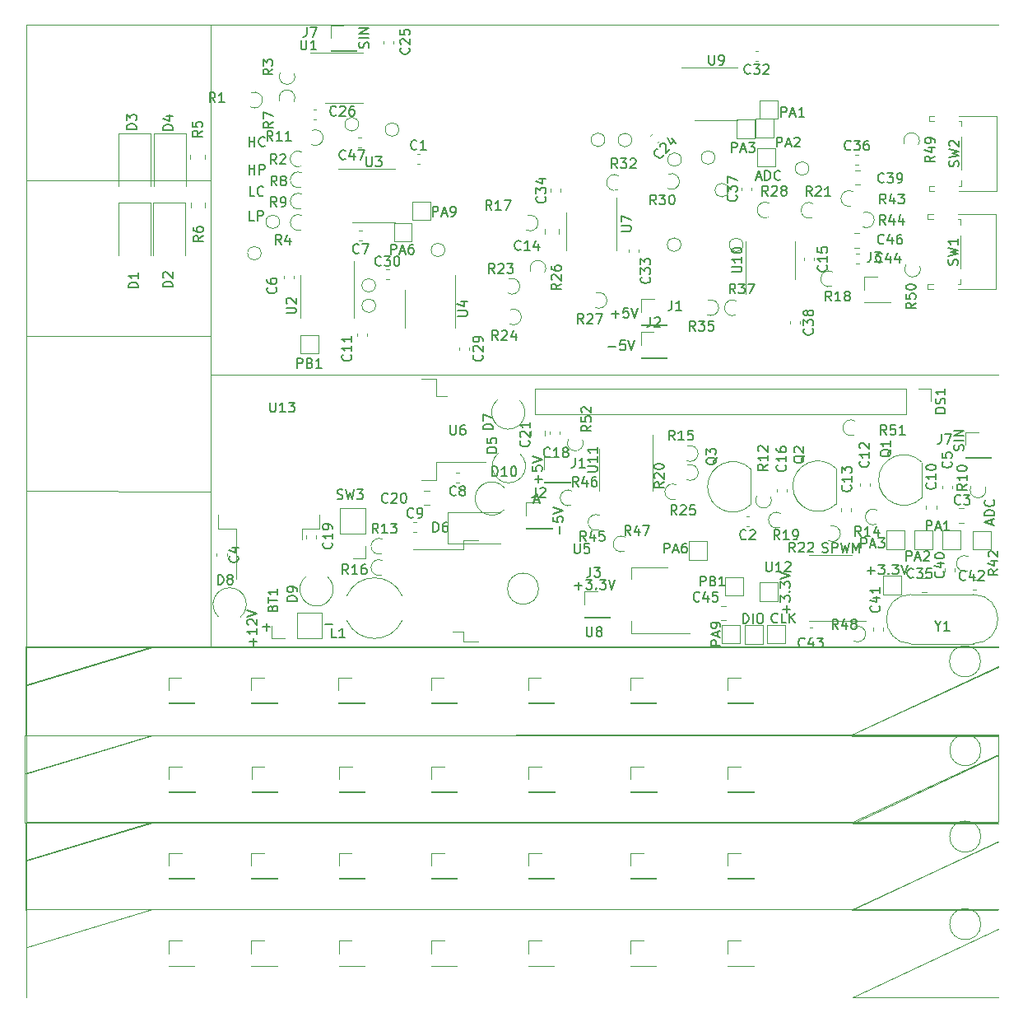
<source format=gbr>
%TF.GenerationSoftware,KiCad,Pcbnew,5.1.8-5.1.8*%
%TF.CreationDate,2022-01-30T02:40:23+08:00*%
%TF.ProjectId,lcr_2,6c63725f-322e-46b6-9963-61645f706362,rev?*%
%TF.SameCoordinates,Original*%
%TF.FileFunction,Legend,Top*%
%TF.FilePolarity,Positive*%
%FSLAX46Y46*%
G04 Gerber Fmt 4.6, Leading zero omitted, Abs format (unit mm)*
G04 Created by KiCad (PCBNEW 5.1.8-5.1.8) date 2022-01-30 02:40:23*
%MOMM*%
%LPD*%
G01*
G04 APERTURE LIST*
%ADD10C,0.120000*%
%ADD11C,0.150000*%
G04 APERTURE END LIST*
D10*
X78010000Y-82990000D02*
X78010000Y-98990000D01*
X78010000Y-98990000D02*
X78010000Y-114990000D01*
X97010000Y-114990000D02*
X78010000Y-114990000D01*
X78010000Y-82990000D02*
X78010000Y-114990000D01*
X78020000Y-83000000D02*
X97020000Y-83000000D01*
X78020000Y-83000000D02*
X78020000Y-99000000D01*
X78020000Y-87000000D02*
X78020000Y-101000000D01*
X78010000Y-82990000D02*
X78010000Y-114990000D01*
X78010000Y-98940000D02*
X97000000Y-99000000D01*
X78000000Y-83000000D02*
X78000000Y-99000000D01*
X78000000Y-83000000D02*
X78000000Y-99000000D01*
X97000000Y-83000000D02*
X78000000Y-83000000D01*
X78000000Y-67000000D02*
X78000000Y-83000000D01*
X78000000Y-67000000D02*
X97000000Y-67000000D01*
X78000000Y-51000000D02*
X78000000Y-67000000D01*
X78000000Y-51000000D02*
X78000000Y-83000000D01*
D11*
X138234285Y-80771428D02*
X138996190Y-80771428D01*
X138615238Y-81152380D02*
X138615238Y-80390476D01*
X139948571Y-80152380D02*
X139472380Y-80152380D01*
X139424761Y-80628571D01*
X139472380Y-80580952D01*
X139567619Y-80533333D01*
X139805714Y-80533333D01*
X139900952Y-80580952D01*
X139948571Y-80628571D01*
X139996190Y-80723809D01*
X139996190Y-80961904D01*
X139948571Y-81057142D01*
X139900952Y-81104761D01*
X139805714Y-81152380D01*
X139567619Y-81152380D01*
X139472380Y-81104761D01*
X139424761Y-81057142D01*
X140281904Y-80152380D02*
X140615238Y-81152380D01*
X140948571Y-80152380D01*
X137904285Y-84101428D02*
X138666190Y-84101428D01*
X139618571Y-83482380D02*
X139142380Y-83482380D01*
X139094761Y-83958571D01*
X139142380Y-83910952D01*
X139237619Y-83863333D01*
X139475714Y-83863333D01*
X139570952Y-83910952D01*
X139618571Y-83958571D01*
X139666190Y-84053809D01*
X139666190Y-84291904D01*
X139618571Y-84387142D01*
X139570952Y-84434761D01*
X139475714Y-84482380D01*
X139237619Y-84482380D01*
X139142380Y-84434761D01*
X139094761Y-84387142D01*
X139951904Y-83482380D02*
X140285238Y-84482380D01*
X140618571Y-83482380D01*
X153101904Y-66736666D02*
X153578095Y-66736666D01*
X153006666Y-67022380D02*
X153340000Y-66022380D01*
X153673333Y-67022380D01*
X154006666Y-67022380D02*
X154006666Y-66022380D01*
X154244761Y-66022380D01*
X154387619Y-66070000D01*
X154482857Y-66165238D01*
X154530476Y-66260476D01*
X154578095Y-66450952D01*
X154578095Y-66593809D01*
X154530476Y-66784285D01*
X154482857Y-66879523D01*
X154387619Y-66974761D01*
X154244761Y-67022380D01*
X154006666Y-67022380D01*
X155578095Y-66927142D02*
X155530476Y-66974761D01*
X155387619Y-67022380D01*
X155292380Y-67022380D01*
X155149523Y-66974761D01*
X155054285Y-66879523D01*
X155006666Y-66784285D01*
X154959047Y-66593809D01*
X154959047Y-66450952D01*
X155006666Y-66260476D01*
X155054285Y-66165238D01*
X155149523Y-66070000D01*
X155292380Y-66022380D01*
X155387619Y-66022380D01*
X155530476Y-66070000D01*
X155578095Y-66117619D01*
X113204761Y-53417619D02*
X113252380Y-53274761D01*
X113252380Y-53036666D01*
X113204761Y-52941428D01*
X113157142Y-52893809D01*
X113061904Y-52846190D01*
X112966666Y-52846190D01*
X112871428Y-52893809D01*
X112823809Y-52941428D01*
X112776190Y-53036666D01*
X112728571Y-53227142D01*
X112680952Y-53322380D01*
X112633333Y-53370000D01*
X112538095Y-53417619D01*
X112442857Y-53417619D01*
X112347619Y-53370000D01*
X112300000Y-53322380D01*
X112252380Y-53227142D01*
X112252380Y-52989047D01*
X112300000Y-52846190D01*
X113252380Y-52417619D02*
X112252380Y-52417619D01*
X113252380Y-51941428D02*
X112252380Y-51941428D01*
X113252380Y-51370000D01*
X112252380Y-51370000D01*
X105871904Y-86332380D02*
X105871904Y-85332380D01*
X106252857Y-85332380D01*
X106348095Y-85380000D01*
X106395714Y-85427619D01*
X106443333Y-85522857D01*
X106443333Y-85665714D01*
X106395714Y-85760952D01*
X106348095Y-85808571D01*
X106252857Y-85856190D01*
X105871904Y-85856190D01*
X107205238Y-85808571D02*
X107348095Y-85856190D01*
X107395714Y-85903809D01*
X107443333Y-85999047D01*
X107443333Y-86141904D01*
X107395714Y-86237142D01*
X107348095Y-86284761D01*
X107252857Y-86332380D01*
X106871904Y-86332380D01*
X106871904Y-85332380D01*
X107205238Y-85332380D01*
X107300476Y-85380000D01*
X107348095Y-85427619D01*
X107395714Y-85522857D01*
X107395714Y-85618095D01*
X107348095Y-85713333D01*
X107300476Y-85760952D01*
X107205238Y-85808571D01*
X106871904Y-85808571D01*
X108395714Y-86332380D02*
X107824285Y-86332380D01*
X108110000Y-86332380D02*
X108110000Y-85332380D01*
X108014761Y-85475238D01*
X107919523Y-85570476D01*
X107824285Y-85618095D01*
X155683333Y-60492380D02*
X155683333Y-59492380D01*
X156064285Y-59492380D01*
X156159523Y-59540000D01*
X156207142Y-59587619D01*
X156254761Y-59682857D01*
X156254761Y-59825714D01*
X156207142Y-59920952D01*
X156159523Y-59968571D01*
X156064285Y-60016190D01*
X155683333Y-60016190D01*
X156635714Y-60206666D02*
X157111904Y-60206666D01*
X156540476Y-60492380D02*
X156873809Y-59492380D01*
X157207142Y-60492380D01*
X158064285Y-60492380D02*
X157492857Y-60492380D01*
X157778571Y-60492380D02*
X157778571Y-59492380D01*
X157683333Y-59635238D01*
X157588095Y-59730476D01*
X157492857Y-59778095D01*
X155213333Y-63602380D02*
X155213333Y-62602380D01*
X155594285Y-62602380D01*
X155689523Y-62650000D01*
X155737142Y-62697619D01*
X155784761Y-62792857D01*
X155784761Y-62935714D01*
X155737142Y-63030952D01*
X155689523Y-63078571D01*
X155594285Y-63126190D01*
X155213333Y-63126190D01*
X156165714Y-63316666D02*
X156641904Y-63316666D01*
X156070476Y-63602380D02*
X156403809Y-62602380D01*
X156737142Y-63602380D01*
X157022857Y-62697619D02*
X157070476Y-62650000D01*
X157165714Y-62602380D01*
X157403809Y-62602380D01*
X157499047Y-62650000D01*
X157546666Y-62697619D01*
X157594285Y-62792857D01*
X157594285Y-62888095D01*
X157546666Y-63030952D01*
X156975238Y-63602380D01*
X157594285Y-63602380D01*
X150563333Y-64142380D02*
X150563333Y-63142380D01*
X150944285Y-63142380D01*
X151039523Y-63190000D01*
X151087142Y-63237619D01*
X151134761Y-63332857D01*
X151134761Y-63475714D01*
X151087142Y-63570952D01*
X151039523Y-63618571D01*
X150944285Y-63666190D01*
X150563333Y-63666190D01*
X151515714Y-63856666D02*
X151991904Y-63856666D01*
X151420476Y-64142380D02*
X151753809Y-63142380D01*
X152087142Y-64142380D01*
X152325238Y-63142380D02*
X152944285Y-63142380D01*
X152610952Y-63523333D01*
X152753809Y-63523333D01*
X152849047Y-63570952D01*
X152896666Y-63618571D01*
X152944285Y-63713809D01*
X152944285Y-63951904D01*
X152896666Y-64047142D01*
X152849047Y-64094761D01*
X152753809Y-64142380D01*
X152468095Y-64142380D01*
X152372857Y-64094761D01*
X152325238Y-64047142D01*
X119813333Y-70722380D02*
X119813333Y-69722380D01*
X120194285Y-69722380D01*
X120289523Y-69770000D01*
X120337142Y-69817619D01*
X120384761Y-69912857D01*
X120384761Y-70055714D01*
X120337142Y-70150952D01*
X120289523Y-70198571D01*
X120194285Y-70246190D01*
X119813333Y-70246190D01*
X120765714Y-70436666D02*
X121241904Y-70436666D01*
X120670476Y-70722380D02*
X121003809Y-69722380D01*
X121337142Y-70722380D01*
X121718095Y-70722380D02*
X121908571Y-70722380D01*
X122003809Y-70674761D01*
X122051428Y-70627142D01*
X122146666Y-70484285D01*
X122194285Y-70293809D01*
X122194285Y-69912857D01*
X122146666Y-69817619D01*
X122099047Y-69770000D01*
X122003809Y-69722380D01*
X121813333Y-69722380D01*
X121718095Y-69770000D01*
X121670476Y-69817619D01*
X121622857Y-69912857D01*
X121622857Y-70150952D01*
X121670476Y-70246190D01*
X121718095Y-70293809D01*
X121813333Y-70341428D01*
X122003809Y-70341428D01*
X122099047Y-70293809D01*
X122146666Y-70246190D01*
X122194285Y-70150952D01*
X115523333Y-74622380D02*
X115523333Y-73622380D01*
X115904285Y-73622380D01*
X115999523Y-73670000D01*
X116047142Y-73717619D01*
X116094761Y-73812857D01*
X116094761Y-73955714D01*
X116047142Y-74050952D01*
X115999523Y-74098571D01*
X115904285Y-74146190D01*
X115523333Y-74146190D01*
X116475714Y-74336666D02*
X116951904Y-74336666D01*
X116380476Y-74622380D02*
X116713809Y-73622380D01*
X117047142Y-74622380D01*
X117809047Y-73622380D02*
X117618571Y-73622380D01*
X117523333Y-73670000D01*
X117475714Y-73717619D01*
X117380476Y-73860476D01*
X117332857Y-74050952D01*
X117332857Y-74431904D01*
X117380476Y-74527142D01*
X117428095Y-74574761D01*
X117523333Y-74622380D01*
X117713809Y-74622380D01*
X117809047Y-74574761D01*
X117856666Y-74527142D01*
X117904285Y-74431904D01*
X117904285Y-74193809D01*
X117856666Y-74098571D01*
X117809047Y-74050952D01*
X117713809Y-74003333D01*
X117523333Y-74003333D01*
X117428095Y-74050952D01*
X117380476Y-74098571D01*
X117332857Y-74193809D01*
D10*
X77980000Y-123980000D02*
X77980000Y-114980000D01*
X77980000Y-123980000D02*
X77980000Y-114980000D01*
X77980000Y-114980000D02*
X177980000Y-114980000D01*
X78080000Y-118880000D02*
X90980000Y-114980000D01*
X177980000Y-116980000D02*
X162980000Y-123980000D01*
X177980000Y-123980000D02*
X162980000Y-123980000D01*
X177930000Y-115020000D02*
X162930000Y-115020000D01*
X177960000Y-124160000D02*
X162960000Y-124160000D01*
X178010000Y-126120000D02*
X163010000Y-133120000D01*
X78110000Y-128020000D02*
X91010000Y-124120000D01*
X78010000Y-133120000D02*
X78010000Y-124120000D01*
X178010000Y-133120000D02*
X163010000Y-133120000D01*
X78010000Y-124120000D02*
X178010000Y-124120000D01*
X78010000Y-133120000D02*
X78010000Y-124120000D01*
X78000000Y-142000000D02*
X78000000Y-133000000D01*
X78000000Y-142000000D02*
X78000000Y-133000000D01*
X78000000Y-133000000D02*
X178000000Y-133000000D01*
X78100000Y-136900000D02*
X91000000Y-133000000D01*
X178000000Y-142000000D02*
X163000000Y-142000000D01*
X178000000Y-135000000D02*
X163000000Y-142000000D01*
X177950000Y-133040000D02*
X162950000Y-133040000D01*
X78000000Y-80930000D02*
X78000000Y-112930000D01*
X78010000Y-80940000D02*
X78010000Y-96940000D01*
X78010000Y-84940000D02*
X78010000Y-98940000D01*
X77880000Y-124100000D02*
X177980000Y-124040000D01*
X78000000Y-133000000D02*
X78000000Y-124000000D01*
X78000000Y-142000000D02*
X78000000Y-133000000D01*
X78000000Y-151000000D02*
X78000000Y-142000000D01*
D11*
X100943285Y-66406380D02*
X100943285Y-65406380D01*
X100943285Y-65882571D02*
X101514714Y-65882571D01*
X101514714Y-66406380D02*
X101514714Y-65406380D01*
X101990904Y-66406380D02*
X101990904Y-65406380D01*
X102371857Y-65406380D01*
X102467095Y-65454000D01*
X102514714Y-65501619D01*
X102562333Y-65596857D01*
X102562333Y-65739714D01*
X102514714Y-65834952D01*
X102467095Y-65882571D01*
X102371857Y-65930190D01*
X101990904Y-65930190D01*
X101465523Y-71160380D02*
X100989333Y-71160380D01*
X100989333Y-70160380D01*
X101798857Y-71160380D02*
X101798857Y-70160380D01*
X102179809Y-70160380D01*
X102275047Y-70208000D01*
X102322666Y-70255619D01*
X102370285Y-70350857D01*
X102370285Y-70493714D01*
X102322666Y-70588952D01*
X102275047Y-70636571D01*
X102179809Y-70684190D01*
X101798857Y-70684190D01*
X101487523Y-68651380D02*
X101011333Y-68651380D01*
X101011333Y-67651380D01*
X102392285Y-68556142D02*
X102344666Y-68603761D01*
X102201809Y-68651380D01*
X102106571Y-68651380D01*
X101963714Y-68603761D01*
X101868476Y-68508523D01*
X101820857Y-68413285D01*
X101773238Y-68222809D01*
X101773238Y-68079952D01*
X101820857Y-67889476D01*
X101868476Y-67794238D01*
X101963714Y-67699000D01*
X102106571Y-67651380D01*
X102201809Y-67651380D01*
X102344666Y-67699000D01*
X102392285Y-67746619D01*
X100940285Y-63567380D02*
X100940285Y-62567380D01*
X100940285Y-63043571D02*
X101511714Y-63043571D01*
X101511714Y-63567380D02*
X101511714Y-62567380D01*
X102559333Y-63472142D02*
X102511714Y-63519761D01*
X102368857Y-63567380D01*
X102273619Y-63567380D01*
X102130761Y-63519761D01*
X102035523Y-63424523D01*
X101987904Y-63329285D01*
X101940285Y-63138809D01*
X101940285Y-62995952D01*
X101987904Y-62805476D01*
X102035523Y-62710238D01*
X102130761Y-62615000D01*
X102273619Y-62567380D01*
X102368857Y-62567380D01*
X102511714Y-62615000D01*
X102559333Y-62662619D01*
X134449000Y-108691428D02*
X135210904Y-108691428D01*
X134829952Y-109072380D02*
X134829952Y-108310476D01*
X135591857Y-108072380D02*
X136210904Y-108072380D01*
X135877571Y-108453333D01*
X136020428Y-108453333D01*
X136115666Y-108500952D01*
X136163285Y-108548571D01*
X136210904Y-108643809D01*
X136210904Y-108881904D01*
X136163285Y-108977142D01*
X136115666Y-109024761D01*
X136020428Y-109072380D01*
X135734714Y-109072380D01*
X135639476Y-109024761D01*
X135591857Y-108977142D01*
X136639476Y-108977142D02*
X136687095Y-109024761D01*
X136639476Y-109072380D01*
X136591857Y-109024761D01*
X136639476Y-108977142D01*
X136639476Y-109072380D01*
X137020428Y-108072380D02*
X137639476Y-108072380D01*
X137306142Y-108453333D01*
X137449000Y-108453333D01*
X137544238Y-108500952D01*
X137591857Y-108548571D01*
X137639476Y-108643809D01*
X137639476Y-108881904D01*
X137591857Y-108977142D01*
X137544238Y-109024761D01*
X137449000Y-109072380D01*
X137163285Y-109072380D01*
X137068047Y-109024761D01*
X137020428Y-108977142D01*
X137925190Y-108072380D02*
X138258523Y-109072380D01*
X138591857Y-108072380D01*
X159904428Y-105246761D02*
X160047285Y-105294380D01*
X160285380Y-105294380D01*
X160380619Y-105246761D01*
X160428238Y-105199142D01*
X160475857Y-105103904D01*
X160475857Y-105008666D01*
X160428238Y-104913428D01*
X160380619Y-104865809D01*
X160285380Y-104818190D01*
X160094904Y-104770571D01*
X159999666Y-104722952D01*
X159952047Y-104675333D01*
X159904428Y-104580095D01*
X159904428Y-104484857D01*
X159952047Y-104389619D01*
X159999666Y-104342000D01*
X160094904Y-104294380D01*
X160333000Y-104294380D01*
X160475857Y-104342000D01*
X160904428Y-105294380D02*
X160904428Y-104294380D01*
X161285380Y-104294380D01*
X161380619Y-104342000D01*
X161428238Y-104389619D01*
X161475857Y-104484857D01*
X161475857Y-104627714D01*
X161428238Y-104722952D01*
X161380619Y-104770571D01*
X161285380Y-104818190D01*
X160904428Y-104818190D01*
X161809190Y-104294380D02*
X162047285Y-105294380D01*
X162237761Y-104580095D01*
X162428238Y-105294380D01*
X162666333Y-104294380D01*
X163047285Y-105294380D02*
X163047285Y-104294380D01*
X163380619Y-105008666D01*
X163713952Y-104294380D01*
X163713952Y-105294380D01*
X143633333Y-105337380D02*
X143633333Y-104337380D01*
X144014285Y-104337380D01*
X144109523Y-104385000D01*
X144157142Y-104432619D01*
X144204761Y-104527857D01*
X144204761Y-104670714D01*
X144157142Y-104765952D01*
X144109523Y-104813571D01*
X144014285Y-104861190D01*
X143633333Y-104861190D01*
X144585714Y-105051666D02*
X145061904Y-105051666D01*
X144490476Y-105337380D02*
X144823809Y-104337380D01*
X145157142Y-105337380D01*
X145919047Y-104337380D02*
X145728571Y-104337380D01*
X145633333Y-104385000D01*
X145585714Y-104432619D01*
X145490476Y-104575476D01*
X145442857Y-104765952D01*
X145442857Y-105146904D01*
X145490476Y-105242142D01*
X145538095Y-105289761D01*
X145633333Y-105337380D01*
X145823809Y-105337380D01*
X145919047Y-105289761D01*
X145966666Y-105242142D01*
X146014285Y-105146904D01*
X146014285Y-104908809D01*
X145966666Y-104813571D01*
X145919047Y-104765952D01*
X145823809Y-104718333D01*
X145633333Y-104718333D01*
X145538095Y-104765952D01*
X145490476Y-104813571D01*
X145442857Y-104908809D01*
X108767047Y-112634428D02*
X109528952Y-112634428D01*
X102334047Y-112935428D02*
X103095952Y-112935428D01*
X102715000Y-113316380D02*
X102715000Y-112554476D01*
X101372428Y-114868904D02*
X101372428Y-114107000D01*
X101753380Y-114487952D02*
X100991476Y-114487952D01*
X101753380Y-113107000D02*
X101753380Y-113678428D01*
X101753380Y-113392714D02*
X100753380Y-113392714D01*
X100896238Y-113487952D01*
X100991476Y-113583190D01*
X101039095Y-113678428D01*
X100848619Y-112726047D02*
X100801000Y-112678428D01*
X100753380Y-112583190D01*
X100753380Y-112345095D01*
X100801000Y-112249857D01*
X100848619Y-112202238D01*
X100943857Y-112154619D01*
X101039095Y-112154619D01*
X101181952Y-112202238D01*
X101753380Y-112773666D01*
X101753380Y-112154619D01*
X100753380Y-111868904D02*
X101753380Y-111535571D01*
X100753380Y-111202238D01*
X174407761Y-94790619D02*
X174455380Y-94647761D01*
X174455380Y-94409666D01*
X174407761Y-94314428D01*
X174360142Y-94266809D01*
X174264904Y-94219190D01*
X174169666Y-94219190D01*
X174074428Y-94266809D01*
X174026809Y-94314428D01*
X173979190Y-94409666D01*
X173931571Y-94600142D01*
X173883952Y-94695380D01*
X173836333Y-94743000D01*
X173741095Y-94790619D01*
X173645857Y-94790619D01*
X173550619Y-94743000D01*
X173503000Y-94695380D01*
X173455380Y-94600142D01*
X173455380Y-94362047D01*
X173503000Y-94219190D01*
X174455380Y-93790619D02*
X173455380Y-93790619D01*
X174455380Y-93314428D02*
X173455380Y-93314428D01*
X174455380Y-92743000D01*
X173455380Y-92743000D01*
X177330666Y-102399095D02*
X177330666Y-101922904D01*
X177616380Y-102494333D02*
X176616380Y-102161000D01*
X177616380Y-101827666D01*
X177616380Y-101494333D02*
X176616380Y-101494333D01*
X176616380Y-101256238D01*
X176664000Y-101113380D01*
X176759238Y-101018142D01*
X176854476Y-100970523D01*
X177044952Y-100922904D01*
X177187809Y-100922904D01*
X177378285Y-100970523D01*
X177473523Y-101018142D01*
X177568761Y-101113380D01*
X177616380Y-101256238D01*
X177616380Y-101494333D01*
X177521142Y-99922904D02*
X177568761Y-99970523D01*
X177616380Y-100113380D01*
X177616380Y-100208619D01*
X177568761Y-100351476D01*
X177473523Y-100446714D01*
X177378285Y-100494333D01*
X177187809Y-100541952D01*
X177044952Y-100541952D01*
X176854476Y-100494333D01*
X176759238Y-100446714D01*
X176664000Y-100351476D01*
X176616380Y-100208619D01*
X176616380Y-100113380D01*
X176664000Y-99970523D01*
X176711619Y-99922904D01*
X170624333Y-103026380D02*
X170624333Y-102026380D01*
X171005285Y-102026380D01*
X171100523Y-102074000D01*
X171148142Y-102121619D01*
X171195761Y-102216857D01*
X171195761Y-102359714D01*
X171148142Y-102454952D01*
X171100523Y-102502571D01*
X171005285Y-102550190D01*
X170624333Y-102550190D01*
X171576714Y-102740666D02*
X172052904Y-102740666D01*
X171481476Y-103026380D02*
X171814809Y-102026380D01*
X172148142Y-103026380D01*
X173005285Y-103026380D02*
X172433857Y-103026380D01*
X172719571Y-103026380D02*
X172719571Y-102026380D01*
X172624333Y-102169238D01*
X172529095Y-102264476D01*
X172433857Y-102312095D01*
X168559333Y-106137380D02*
X168559333Y-105137380D01*
X168940285Y-105137380D01*
X169035523Y-105185000D01*
X169083142Y-105232619D01*
X169130761Y-105327857D01*
X169130761Y-105470714D01*
X169083142Y-105565952D01*
X169035523Y-105613571D01*
X168940285Y-105661190D01*
X168559333Y-105661190D01*
X169511714Y-105851666D02*
X169987904Y-105851666D01*
X169416476Y-106137380D02*
X169749809Y-105137380D01*
X170083142Y-106137380D01*
X170368857Y-105232619D02*
X170416476Y-105185000D01*
X170511714Y-105137380D01*
X170749809Y-105137380D01*
X170845047Y-105185000D01*
X170892666Y-105232619D01*
X170940285Y-105327857D01*
X170940285Y-105423095D01*
X170892666Y-105565952D01*
X170321238Y-106137380D01*
X170940285Y-106137380D01*
X163908333Y-104821380D02*
X163908333Y-103821380D01*
X164289285Y-103821380D01*
X164384523Y-103869000D01*
X164432142Y-103916619D01*
X164479761Y-104011857D01*
X164479761Y-104154714D01*
X164432142Y-104249952D01*
X164384523Y-104297571D01*
X164289285Y-104345190D01*
X163908333Y-104345190D01*
X164860714Y-104535666D02*
X165336904Y-104535666D01*
X164765476Y-104821380D02*
X165098809Y-103821380D01*
X165432142Y-104821380D01*
X165670238Y-103821380D02*
X166289285Y-103821380D01*
X165955952Y-104202333D01*
X166098809Y-104202333D01*
X166194047Y-104249952D01*
X166241666Y-104297571D01*
X166289285Y-104392809D01*
X166289285Y-104630904D01*
X166241666Y-104726142D01*
X166194047Y-104773761D01*
X166098809Y-104821380D01*
X165813095Y-104821380D01*
X165717857Y-104773761D01*
X165670238Y-104726142D01*
X149432380Y-114861666D02*
X148432380Y-114861666D01*
X148432380Y-114480714D01*
X148480000Y-114385476D01*
X148527619Y-114337857D01*
X148622857Y-114290238D01*
X148765714Y-114290238D01*
X148860952Y-114337857D01*
X148908571Y-114385476D01*
X148956190Y-114480714D01*
X148956190Y-114861666D01*
X149146666Y-113909285D02*
X149146666Y-113433095D01*
X149432380Y-114004523D02*
X148432380Y-113671190D01*
X149432380Y-113337857D01*
X149432380Y-112956904D02*
X149432380Y-112766428D01*
X149384761Y-112671190D01*
X149337142Y-112623571D01*
X149194285Y-112528333D01*
X149003809Y-112480714D01*
X148622857Y-112480714D01*
X148527619Y-112528333D01*
X148480000Y-112575952D01*
X148432380Y-112671190D01*
X148432380Y-112861666D01*
X148480000Y-112956904D01*
X148527619Y-113004523D01*
X148622857Y-113052142D01*
X148860952Y-113052142D01*
X148956190Y-113004523D01*
X149003809Y-112956904D01*
X149051428Y-112861666D01*
X149051428Y-112671190D01*
X149003809Y-112575952D01*
X148956190Y-112528333D01*
X148860952Y-112480714D01*
X151746190Y-112558380D02*
X151746190Y-111558380D01*
X151984285Y-111558380D01*
X152127142Y-111606000D01*
X152222380Y-111701238D01*
X152270000Y-111796476D01*
X152317619Y-111986952D01*
X152317619Y-112129809D01*
X152270000Y-112320285D01*
X152222380Y-112415523D01*
X152127142Y-112510761D01*
X151984285Y-112558380D01*
X151746190Y-112558380D01*
X152746190Y-112558380D02*
X152746190Y-111558380D01*
X153412857Y-111558380D02*
X153603333Y-111558380D01*
X153698571Y-111606000D01*
X153793809Y-111701238D01*
X153841428Y-111891714D01*
X153841428Y-112225047D01*
X153793809Y-112415523D01*
X153698571Y-112510761D01*
X153603333Y-112558380D01*
X153412857Y-112558380D01*
X153317619Y-112510761D01*
X153222380Y-112415523D01*
X153174761Y-112225047D01*
X153174761Y-111891714D01*
X153222380Y-111701238D01*
X153317619Y-111606000D01*
X153412857Y-111558380D01*
X155301761Y-112442142D02*
X155254142Y-112489761D01*
X155111285Y-112537380D01*
X155016047Y-112537380D01*
X154873190Y-112489761D01*
X154777952Y-112394523D01*
X154730333Y-112299285D01*
X154682714Y-112108809D01*
X154682714Y-111965952D01*
X154730333Y-111775476D01*
X154777952Y-111680238D01*
X154873190Y-111585000D01*
X155016047Y-111537380D01*
X155111285Y-111537380D01*
X155254142Y-111585000D01*
X155301761Y-111632619D01*
X156206523Y-112537380D02*
X155730333Y-112537380D01*
X155730333Y-111537380D01*
X156539857Y-112537380D02*
X156539857Y-111537380D01*
X157111285Y-112537380D02*
X156682714Y-111965952D01*
X157111285Y-111537380D02*
X156539857Y-112108809D01*
X164539000Y-107161428D02*
X165300904Y-107161428D01*
X164919952Y-107542380D02*
X164919952Y-106780476D01*
X165681857Y-106542380D02*
X166300904Y-106542380D01*
X165967571Y-106923333D01*
X166110428Y-106923333D01*
X166205666Y-106970952D01*
X166253285Y-107018571D01*
X166300904Y-107113809D01*
X166300904Y-107351904D01*
X166253285Y-107447142D01*
X166205666Y-107494761D01*
X166110428Y-107542380D01*
X165824714Y-107542380D01*
X165729476Y-107494761D01*
X165681857Y-107447142D01*
X166729476Y-107447142D02*
X166777095Y-107494761D01*
X166729476Y-107542380D01*
X166681857Y-107494761D01*
X166729476Y-107447142D01*
X166729476Y-107542380D01*
X167110428Y-106542380D02*
X167729476Y-106542380D01*
X167396142Y-106923333D01*
X167539000Y-106923333D01*
X167634238Y-106970952D01*
X167681857Y-107018571D01*
X167729476Y-107113809D01*
X167729476Y-107351904D01*
X167681857Y-107447142D01*
X167634238Y-107494761D01*
X167539000Y-107542380D01*
X167253285Y-107542380D01*
X167158047Y-107494761D01*
X167110428Y-107447142D01*
X168015190Y-106542380D02*
X168348523Y-107542380D01*
X168681857Y-106542380D01*
X156212428Y-111490000D02*
X156212428Y-110728095D01*
X156593380Y-111109047D02*
X155831476Y-111109047D01*
X155593380Y-110347142D02*
X155593380Y-109728095D01*
X155974333Y-110061428D01*
X155974333Y-109918571D01*
X156021952Y-109823333D01*
X156069571Y-109775714D01*
X156164809Y-109728095D01*
X156402904Y-109728095D01*
X156498142Y-109775714D01*
X156545761Y-109823333D01*
X156593380Y-109918571D01*
X156593380Y-110204285D01*
X156545761Y-110299523D01*
X156498142Y-110347142D01*
X156498142Y-109299523D02*
X156545761Y-109251904D01*
X156593380Y-109299523D01*
X156545761Y-109347142D01*
X156498142Y-109299523D01*
X156593380Y-109299523D01*
X155593380Y-108918571D02*
X155593380Y-108299523D01*
X155974333Y-108632857D01*
X155974333Y-108490000D01*
X156021952Y-108394761D01*
X156069571Y-108347142D01*
X156164809Y-108299523D01*
X156402904Y-108299523D01*
X156498142Y-108347142D01*
X156545761Y-108394761D01*
X156593380Y-108490000D01*
X156593380Y-108775714D01*
X156545761Y-108870952D01*
X156498142Y-108918571D01*
X155593380Y-108013809D02*
X156593380Y-107680476D01*
X155593380Y-107347142D01*
X147348904Y-108727380D02*
X147348904Y-107727380D01*
X147729857Y-107727380D01*
X147825095Y-107775000D01*
X147872714Y-107822619D01*
X147920333Y-107917857D01*
X147920333Y-108060714D01*
X147872714Y-108155952D01*
X147825095Y-108203571D01*
X147729857Y-108251190D01*
X147348904Y-108251190D01*
X148682238Y-108203571D02*
X148825095Y-108251190D01*
X148872714Y-108298809D01*
X148920333Y-108394047D01*
X148920333Y-108536904D01*
X148872714Y-108632142D01*
X148825095Y-108679761D01*
X148729857Y-108727380D01*
X148348904Y-108727380D01*
X148348904Y-107727380D01*
X148682238Y-107727380D01*
X148777476Y-107775000D01*
X148825095Y-107822619D01*
X148872714Y-107917857D01*
X148872714Y-108013095D01*
X148825095Y-108108333D01*
X148777476Y-108155952D01*
X148682238Y-108203571D01*
X148348904Y-108203571D01*
X149872714Y-108727380D02*
X149301285Y-108727380D01*
X149587000Y-108727380D02*
X149587000Y-107727380D01*
X149491761Y-107870238D01*
X149396523Y-107965476D01*
X149301285Y-108013095D01*
X130698428Y-98117714D02*
X130698428Y-97355809D01*
X131079380Y-97736761D02*
X130317476Y-97736761D01*
X130079380Y-96403428D02*
X130079380Y-96879619D01*
X130555571Y-96927238D01*
X130507952Y-96879619D01*
X130460333Y-96784380D01*
X130460333Y-96546285D01*
X130507952Y-96451047D01*
X130555571Y-96403428D01*
X130650809Y-96355809D01*
X130888904Y-96355809D01*
X130984142Y-96403428D01*
X131031761Y-96451047D01*
X131079380Y-96546285D01*
X131079380Y-96784380D01*
X131031761Y-96879619D01*
X130984142Y-96927238D01*
X130079380Y-96070095D02*
X131079380Y-95736761D01*
X130079380Y-95403428D01*
X132848428Y-103346714D02*
X132848428Y-102584809D01*
X132229380Y-101632428D02*
X132229380Y-102108619D01*
X132705571Y-102156238D01*
X132657952Y-102108619D01*
X132610333Y-102013380D01*
X132610333Y-101775285D01*
X132657952Y-101680047D01*
X132705571Y-101632428D01*
X132800809Y-101584809D01*
X133038904Y-101584809D01*
X133134142Y-101632428D01*
X133181761Y-101680047D01*
X133229380Y-101775285D01*
X133229380Y-102013380D01*
X133181761Y-102108619D01*
X133134142Y-102156238D01*
X132229380Y-101299095D02*
X133229380Y-100965761D01*
X132229380Y-100632428D01*
D10*
X78010000Y-55010000D02*
X78010000Y-69010000D01*
X78010000Y-51010000D02*
X78010000Y-67010000D01*
X78010000Y-51010000D02*
X97010000Y-51010000D01*
X78000000Y-83000000D02*
X78000000Y-99000000D01*
X78000000Y-51000000D02*
X78000000Y-83000000D01*
X97000000Y-87000000D02*
X178000000Y-87000000D01*
X78000000Y-87000000D02*
X78000000Y-101000000D01*
X78080000Y-118940000D02*
X90980000Y-115040000D01*
X77980000Y-115040000D02*
X177980000Y-115040000D01*
X77980000Y-124040000D02*
X77980000Y-115040000D01*
X177980000Y-124040000D02*
X162980000Y-124040000D01*
X177980000Y-117040000D02*
X162980000Y-124040000D01*
X177880000Y-133100000D02*
X162880000Y-133100000D01*
X177880000Y-126100000D02*
X162880000Y-133100000D01*
X77880000Y-133100000D02*
X77880000Y-124100000D01*
X77980000Y-128000000D02*
X90880000Y-124100000D01*
X178000000Y-133000000D02*
X78000000Y-133000000D01*
X178000000Y-124000000D02*
X178000000Y-133000000D01*
X78000000Y-115000000D02*
X78000000Y-124000000D01*
X77950000Y-133040000D02*
X177950000Y-133040000D01*
X177950000Y-135040000D02*
X162950000Y-142040000D01*
X177950000Y-142040000D02*
X162950000Y-142040000D01*
X77950000Y-142040000D02*
X77950000Y-133040000D01*
X78050000Y-136940000D02*
X90950000Y-133040000D01*
X178000000Y-144000000D02*
X163000000Y-151000000D01*
X178000000Y-151000000D02*
X163000000Y-151000000D01*
X78100000Y-145900000D02*
X91000000Y-142000000D01*
X97000000Y-51000000D02*
X97000000Y-115000000D01*
X178000000Y-51000000D02*
X97000000Y-51000000D01*
X78000000Y-142000000D02*
X178000000Y-142000000D01*
X78000000Y-151000000D02*
X78000000Y-142000000D01*
X78000000Y-115000000D02*
X178000000Y-115000000D01*
X78000000Y-151000000D02*
X78000000Y-115000000D01*
X78000000Y-51000000D02*
X78000000Y-87000000D01*
%TO.C,REF\u002A\u002A*%
X155050000Y-63690000D02*
X153200000Y-63690000D01*
X155050000Y-63740000D02*
X155050000Y-63690000D01*
X155050000Y-65590000D02*
X155050000Y-63740000D01*
X153200000Y-65590000D02*
X155050000Y-65590000D01*
X153200000Y-63690000D02*
X153200000Y-65590000D01*
%TO.C,J1*%
X141270000Y-81920000D02*
X143930000Y-81920000D01*
X141270000Y-81860000D02*
X141270000Y-81920000D01*
X143930000Y-81860000D02*
X143930000Y-81920000D01*
X141270000Y-81860000D02*
X143930000Y-81860000D01*
X141270000Y-80590000D02*
X141270000Y-79260000D01*
X141270000Y-79260000D02*
X142600000Y-79260000D01*
%TO.C,J2*%
X141230000Y-85300000D02*
X143890000Y-85300000D01*
X141230000Y-85240000D02*
X141230000Y-85300000D01*
X143890000Y-85240000D02*
X143890000Y-85300000D01*
X141230000Y-85240000D02*
X143890000Y-85240000D01*
X141230000Y-83970000D02*
X141230000Y-82640000D01*
X141230000Y-82640000D02*
X142560000Y-82640000D01*
%TO.C,REF\u002A\u002A*%
X176190781Y-116480000D02*
G75*
G03*
X176190781Y-116480000I-1600781J0D01*
G01*
X92650000Y-120810000D02*
X95310000Y-120810000D01*
X92650000Y-120750000D02*
X92650000Y-120810000D01*
X95310000Y-120750000D02*
X95310000Y-120810000D01*
X92650000Y-120750000D02*
X95310000Y-120750000D01*
X92650000Y-119480000D02*
X92650000Y-118150000D01*
X92650000Y-118150000D02*
X93980000Y-118150000D01*
X101150000Y-118150000D02*
X102480000Y-118150000D01*
X101150000Y-119480000D02*
X101150000Y-118150000D01*
X101150000Y-120750000D02*
X103810000Y-120750000D01*
X103810000Y-120750000D02*
X103810000Y-120810000D01*
X101150000Y-120750000D02*
X101150000Y-120810000D01*
X101150000Y-120810000D02*
X103810000Y-120810000D01*
X119650000Y-118150000D02*
X120980000Y-118150000D01*
X119650000Y-119480000D02*
X119650000Y-118150000D01*
X119650000Y-120750000D02*
X122310000Y-120750000D01*
X122310000Y-120750000D02*
X122310000Y-120810000D01*
X119650000Y-120750000D02*
X119650000Y-120810000D01*
X119650000Y-120810000D02*
X122310000Y-120810000D01*
X129650000Y-120810000D02*
X132310000Y-120810000D01*
X129650000Y-120750000D02*
X129650000Y-120810000D01*
X132310000Y-120750000D02*
X132310000Y-120810000D01*
X129650000Y-120750000D02*
X132310000Y-120750000D01*
X129650000Y-119480000D02*
X129650000Y-118150000D01*
X129650000Y-118150000D02*
X130980000Y-118150000D01*
X110150000Y-120810000D02*
X112810000Y-120810000D01*
X110150000Y-120750000D02*
X110150000Y-120810000D01*
X112810000Y-120750000D02*
X112810000Y-120810000D01*
X110150000Y-120750000D02*
X112810000Y-120750000D01*
X110150000Y-119480000D02*
X110150000Y-118150000D01*
X110150000Y-118150000D02*
X111480000Y-118150000D01*
X140150000Y-118150000D02*
X141480000Y-118150000D01*
X140150000Y-119480000D02*
X140150000Y-118150000D01*
X140150000Y-120750000D02*
X142810000Y-120750000D01*
X142810000Y-120750000D02*
X142810000Y-120810000D01*
X140150000Y-120750000D02*
X140150000Y-120810000D01*
X140150000Y-120810000D02*
X142810000Y-120810000D01*
X150150000Y-120810000D02*
X152810000Y-120810000D01*
X150150000Y-120750000D02*
X150150000Y-120810000D01*
X152810000Y-120750000D02*
X152810000Y-120810000D01*
X150150000Y-120750000D02*
X152810000Y-120750000D01*
X150150000Y-119480000D02*
X150150000Y-118150000D01*
X150150000Y-118150000D02*
X151480000Y-118150000D01*
X110180000Y-127290000D02*
X111510000Y-127290000D01*
X110180000Y-128620000D02*
X110180000Y-127290000D01*
X110180000Y-129890000D02*
X112840000Y-129890000D01*
X112840000Y-129890000D02*
X112840000Y-129950000D01*
X110180000Y-129890000D02*
X110180000Y-129950000D01*
X110180000Y-129950000D02*
X112840000Y-129950000D01*
X129680000Y-127290000D02*
X131010000Y-127290000D01*
X129680000Y-128620000D02*
X129680000Y-127290000D01*
X129680000Y-129890000D02*
X132340000Y-129890000D01*
X132340000Y-129890000D02*
X132340000Y-129950000D01*
X129680000Y-129890000D02*
X129680000Y-129950000D01*
X129680000Y-129950000D02*
X132340000Y-129950000D01*
X150180000Y-127290000D02*
X151510000Y-127290000D01*
X150180000Y-128620000D02*
X150180000Y-127290000D01*
X150180000Y-129890000D02*
X152840000Y-129890000D01*
X152840000Y-129890000D02*
X152840000Y-129950000D01*
X150180000Y-129890000D02*
X150180000Y-129950000D01*
X150180000Y-129950000D02*
X152840000Y-129950000D01*
X101180000Y-129950000D02*
X103840000Y-129950000D01*
X101180000Y-129890000D02*
X101180000Y-129950000D01*
X103840000Y-129890000D02*
X103840000Y-129950000D01*
X101180000Y-129890000D02*
X103840000Y-129890000D01*
X101180000Y-128620000D02*
X101180000Y-127290000D01*
X101180000Y-127290000D02*
X102510000Y-127290000D01*
X176220781Y-125620000D02*
G75*
G03*
X176220781Y-125620000I-1600781J0D01*
G01*
X92680000Y-127290000D02*
X94010000Y-127290000D01*
X92680000Y-128620000D02*
X92680000Y-127290000D01*
X92680000Y-129890000D02*
X95340000Y-129890000D01*
X95340000Y-129890000D02*
X95340000Y-129950000D01*
X92680000Y-129890000D02*
X92680000Y-129950000D01*
X92680000Y-129950000D02*
X95340000Y-129950000D01*
X119680000Y-129950000D02*
X122340000Y-129950000D01*
X119680000Y-129890000D02*
X119680000Y-129950000D01*
X122340000Y-129890000D02*
X122340000Y-129950000D01*
X119680000Y-129890000D02*
X122340000Y-129890000D01*
X119680000Y-128620000D02*
X119680000Y-127290000D01*
X119680000Y-127290000D02*
X121010000Y-127290000D01*
X140180000Y-129950000D02*
X142840000Y-129950000D01*
X140180000Y-129890000D02*
X140180000Y-129950000D01*
X142840000Y-129890000D02*
X142840000Y-129950000D01*
X140180000Y-129890000D02*
X142840000Y-129890000D01*
X140180000Y-128620000D02*
X140180000Y-127290000D01*
X140180000Y-127290000D02*
X141510000Y-127290000D01*
X150170000Y-138830000D02*
X152830000Y-138830000D01*
X150170000Y-138770000D02*
X150170000Y-138830000D01*
X152830000Y-138770000D02*
X152830000Y-138830000D01*
X150170000Y-138770000D02*
X152830000Y-138770000D01*
X150170000Y-137500000D02*
X150170000Y-136170000D01*
X150170000Y-136170000D02*
X151500000Y-136170000D01*
X176210781Y-134500000D02*
G75*
G03*
X176210781Y-134500000I-1600781J0D01*
G01*
X92670000Y-138830000D02*
X95330000Y-138830000D01*
X92670000Y-138770000D02*
X92670000Y-138830000D01*
X95330000Y-138770000D02*
X95330000Y-138830000D01*
X92670000Y-138770000D02*
X95330000Y-138770000D01*
X92670000Y-137500000D02*
X92670000Y-136170000D01*
X92670000Y-136170000D02*
X94000000Y-136170000D01*
X101170000Y-136170000D02*
X102500000Y-136170000D01*
X101170000Y-137500000D02*
X101170000Y-136170000D01*
X101170000Y-138770000D02*
X103830000Y-138770000D01*
X103830000Y-138770000D02*
X103830000Y-138830000D01*
X101170000Y-138770000D02*
X101170000Y-138830000D01*
X101170000Y-138830000D02*
X103830000Y-138830000D01*
X119670000Y-136170000D02*
X121000000Y-136170000D01*
X119670000Y-137500000D02*
X119670000Y-136170000D01*
X119670000Y-138770000D02*
X122330000Y-138770000D01*
X122330000Y-138770000D02*
X122330000Y-138830000D01*
X119670000Y-138770000D02*
X119670000Y-138830000D01*
X119670000Y-138830000D02*
X122330000Y-138830000D01*
X110170000Y-138830000D02*
X112830000Y-138830000D01*
X110170000Y-138770000D02*
X110170000Y-138830000D01*
X112830000Y-138770000D02*
X112830000Y-138830000D01*
X110170000Y-138770000D02*
X112830000Y-138770000D01*
X110170000Y-137500000D02*
X110170000Y-136170000D01*
X110170000Y-136170000D02*
X111500000Y-136170000D01*
X140170000Y-136170000D02*
X141500000Y-136170000D01*
X140170000Y-137500000D02*
X140170000Y-136170000D01*
X140170000Y-138770000D02*
X142830000Y-138770000D01*
X142830000Y-138770000D02*
X142830000Y-138830000D01*
X140170000Y-138770000D02*
X140170000Y-138830000D01*
X140170000Y-138830000D02*
X142830000Y-138830000D01*
X129670000Y-138830000D02*
X132330000Y-138830000D01*
X129670000Y-138770000D02*
X129670000Y-138830000D01*
X132330000Y-138770000D02*
X132330000Y-138830000D01*
X129670000Y-138770000D02*
X132330000Y-138770000D01*
X129670000Y-137500000D02*
X129670000Y-136170000D01*
X129670000Y-136170000D02*
X131000000Y-136170000D01*
X150170000Y-145170000D02*
X151500000Y-145170000D01*
X150170000Y-146500000D02*
X150170000Y-145170000D01*
X150170000Y-147770000D02*
X152830000Y-147770000D01*
X152830000Y-147770000D02*
X152830000Y-147830000D01*
X150170000Y-147770000D02*
X150170000Y-147830000D01*
X150170000Y-147830000D02*
X152830000Y-147830000D01*
X140170000Y-147830000D02*
X142830000Y-147830000D01*
X140170000Y-147770000D02*
X140170000Y-147830000D01*
X142830000Y-147770000D02*
X142830000Y-147830000D01*
X140170000Y-147770000D02*
X142830000Y-147770000D01*
X140170000Y-146500000D02*
X140170000Y-145170000D01*
X140170000Y-145170000D02*
X141500000Y-145170000D01*
X129670000Y-145170000D02*
X131000000Y-145170000D01*
X129670000Y-146500000D02*
X129670000Y-145170000D01*
X129670000Y-147770000D02*
X132330000Y-147770000D01*
X132330000Y-147770000D02*
X132330000Y-147830000D01*
X129670000Y-147770000D02*
X129670000Y-147830000D01*
X129670000Y-147830000D02*
X132330000Y-147830000D01*
X119670000Y-147830000D02*
X122330000Y-147830000D01*
X119670000Y-147770000D02*
X119670000Y-147830000D01*
X122330000Y-147770000D02*
X122330000Y-147830000D01*
X119670000Y-147770000D02*
X122330000Y-147770000D01*
X119670000Y-146500000D02*
X119670000Y-145170000D01*
X119670000Y-145170000D02*
X121000000Y-145170000D01*
X110170000Y-145170000D02*
X111500000Y-145170000D01*
X110170000Y-146500000D02*
X110170000Y-145170000D01*
X110170000Y-147770000D02*
X112830000Y-147770000D01*
X112830000Y-147770000D02*
X112830000Y-147830000D01*
X110170000Y-147770000D02*
X110170000Y-147830000D01*
X110170000Y-147830000D02*
X112830000Y-147830000D01*
X101170000Y-147830000D02*
X103830000Y-147830000D01*
X101170000Y-147770000D02*
X101170000Y-147830000D01*
X103830000Y-147770000D02*
X103830000Y-147830000D01*
X101170000Y-147770000D02*
X103830000Y-147770000D01*
X101170000Y-146500000D02*
X101170000Y-145170000D01*
X101170000Y-145170000D02*
X102500000Y-145170000D01*
X92670000Y-145170000D02*
X94000000Y-145170000D01*
X92670000Y-146500000D02*
X92670000Y-145170000D01*
X92670000Y-147770000D02*
X95330000Y-147770000D01*
X95330000Y-147770000D02*
X95330000Y-147830000D01*
X92670000Y-147770000D02*
X92670000Y-147830000D01*
X92670000Y-147830000D02*
X95330000Y-147830000D01*
X176210781Y-143500000D02*
G75*
G03*
X176210781Y-143500000I-1600781J0D01*
G01*
X158530000Y-65810000D02*
G75*
G03*
X158530000Y-65810000I-700000J0D01*
G01*
%TO.C,J3*%
X164250000Y-79600000D02*
X166910000Y-79600000D01*
X164250000Y-79540000D02*
X164250000Y-79600000D01*
X166910000Y-79540000D02*
X166910000Y-79600000D01*
X164250000Y-79540000D02*
X166910000Y-79540000D01*
X164250000Y-78270000D02*
X164250000Y-76940000D01*
X164250000Y-76940000D02*
X165580000Y-76940000D01*
%TO.C,REF\u002A\u002A*%
X153500000Y-58780000D02*
X153500000Y-60680000D01*
X153500000Y-60680000D02*
X155350000Y-60680000D01*
X155350000Y-60680000D02*
X155350000Y-58830000D01*
X155350000Y-58830000D02*
X155350000Y-58780000D01*
X155350000Y-58780000D02*
X153500000Y-58780000D01*
X154880000Y-60710000D02*
X153030000Y-60710000D01*
X154880000Y-60760000D02*
X154880000Y-60710000D01*
X154880000Y-62610000D02*
X154880000Y-60760000D01*
X153030000Y-62610000D02*
X154880000Y-62610000D01*
X153030000Y-60710000D02*
X153030000Y-62610000D01*
X151120000Y-60810000D02*
X151120000Y-62710000D01*
X151120000Y-62710000D02*
X152970000Y-62710000D01*
X152970000Y-62710000D02*
X152970000Y-60860000D01*
X152970000Y-60860000D02*
X152970000Y-60810000D01*
X152970000Y-60810000D02*
X151120000Y-60810000D01*
%TO.C,C38*%
X156591000Y-81504233D02*
X156591000Y-81796767D01*
X157611000Y-81504233D02*
X157611000Y-81796767D01*
%TO.C,C7*%
X112526267Y-72159000D02*
X112233733Y-72159000D01*
X112526267Y-73179000D02*
X112233733Y-73179000D01*
%TO.C,REF\u002A\u002A*%
X145361000Y-73645000D02*
G75*
G03*
X145361000Y-73645000I-700000J0D01*
G01*
X151746000Y-73663000D02*
G75*
G03*
X151746000Y-73663000I-700000J0D01*
G01*
X150276000Y-68042000D02*
G75*
G03*
X150276000Y-68042000I-700000J0D01*
G01*
X148855000Y-64693000D02*
G75*
G03*
X148855000Y-64693000I-700000J0D01*
G01*
X145410000Y-64898000D02*
G75*
G03*
X145410000Y-64898000I-700000J0D01*
G01*
X140306000Y-62891000D02*
G75*
G03*
X140306000Y-62891000I-700000J0D01*
G01*
X137530000Y-62869000D02*
G75*
G03*
X137530000Y-62869000I-700000J0D01*
G01*
%TO.C,C46*%
X163734752Y-72475000D02*
X163212248Y-72475000D01*
X163734752Y-73945000D02*
X163212248Y-73945000D01*
%TO.C,C44*%
X163696267Y-74567000D02*
X163403733Y-74567000D01*
X163696267Y-75587000D02*
X163403733Y-75587000D01*
%TO.C,REF\u002A\u002A*%
X102182000Y-74525000D02*
G75*
G03*
X102182000Y-74525000I-700000J0D01*
G01*
X104078000Y-71294000D02*
G75*
G03*
X104078000Y-71294000I-700000J0D01*
G01*
X112204000Y-61266000D02*
G75*
G03*
X112204000Y-61266000I-700000J0D01*
G01*
X116336000Y-61809000D02*
G75*
G03*
X116336000Y-61809000I-700000J0D01*
G01*
X113952000Y-79926000D02*
G75*
G03*
X113952000Y-79926000I-700000J0D01*
G01*
X113943000Y-77834000D02*
G75*
G03*
X113943000Y-77834000I-700000J0D01*
G01*
X121070000Y-74192000D02*
G75*
G03*
X121070000Y-74192000I-700000J0D01*
G01*
%TO.C,SW2*%
X174212000Y-62569000D02*
X174212000Y-65969000D01*
X174212000Y-60929000D02*
X174212000Y-61469000D01*
X171382000Y-68129000D02*
X170872000Y-68129000D01*
X170872000Y-67609000D02*
X170872000Y-68129000D01*
X171382000Y-67609000D02*
X170872000Y-67609000D01*
X174212000Y-67069000D02*
X174212000Y-67609000D01*
X171382000Y-60409000D02*
X170872000Y-60409000D01*
X171382000Y-60929000D02*
X170872000Y-60929000D01*
X174212000Y-67609000D02*
X173982000Y-67609000D01*
X177882000Y-60409000D02*
X173982000Y-60409000D01*
X170872000Y-60409000D02*
X170872000Y-60929000D01*
X177882000Y-68129000D02*
X173982000Y-68129000D01*
X177882000Y-60409000D02*
X177882000Y-68129000D01*
X174212000Y-60929000D02*
X173982000Y-60929000D01*
%TO.C,SW1*%
X174113000Y-72683000D02*
X174113000Y-76083000D01*
X174113000Y-71043000D02*
X174113000Y-71583000D01*
X171283000Y-78243000D02*
X170773000Y-78243000D01*
X170773000Y-77723000D02*
X170773000Y-78243000D01*
X171283000Y-77723000D02*
X170773000Y-77723000D01*
X174113000Y-77183000D02*
X174113000Y-77723000D01*
X171283000Y-70523000D02*
X170773000Y-70523000D01*
X171283000Y-71043000D02*
X170773000Y-71043000D01*
X174113000Y-77723000D02*
X173883000Y-77723000D01*
X177783000Y-70523000D02*
X173883000Y-70523000D01*
X170773000Y-70523000D02*
X170773000Y-71043000D01*
X177783000Y-78243000D02*
X173883000Y-78243000D01*
X177783000Y-70523000D02*
X177783000Y-78243000D01*
X174113000Y-71043000D02*
X173883000Y-71043000D01*
%TO.C,REF\u002A\u002A*%
X106203000Y-82913000D02*
X106203000Y-84813000D01*
X106203000Y-84813000D02*
X108053000Y-84813000D01*
X108053000Y-84813000D02*
X108053000Y-82963000D01*
X108053000Y-82963000D02*
X108053000Y-82913000D01*
X108053000Y-82913000D02*
X106203000Y-82913000D01*
X119593000Y-69225000D02*
X117743000Y-69225000D01*
X119593000Y-69275000D02*
X119593000Y-69225000D01*
X119593000Y-71125000D02*
X119593000Y-69275000D01*
X117743000Y-71125000D02*
X119593000Y-71125000D01*
X117743000Y-69225000D02*
X117743000Y-71125000D01*
X117680000Y-71429000D02*
X115830000Y-71429000D01*
X117680000Y-71479000D02*
X117680000Y-71429000D01*
X117680000Y-73329000D02*
X117680000Y-71479000D01*
X115830000Y-73329000D02*
X117680000Y-73329000D01*
X115830000Y-71429000D02*
X115830000Y-73329000D01*
%TO.C,J7*%
X109310000Y-51078000D02*
X110640000Y-51078000D01*
X109310000Y-52408000D02*
X109310000Y-51078000D01*
X109310000Y-53678000D02*
X111970000Y-53678000D01*
X111970000Y-53678000D02*
X111970000Y-53738000D01*
X109310000Y-53678000D02*
X109310000Y-53738000D01*
X109310000Y-53738000D02*
X111970000Y-53738000D01*
%TO.C,REF\u002A\u002A*%
X130721781Y-109017000D02*
G75*
G03*
X130721781Y-109017000I-1600781J0D01*
G01*
X175402000Y-103069000D02*
X175402000Y-104969000D01*
X175402000Y-104969000D02*
X177252000Y-104969000D01*
X177252000Y-104969000D02*
X177252000Y-103119000D01*
X177252000Y-103119000D02*
X177252000Y-103069000D01*
X177252000Y-103069000D02*
X175402000Y-103069000D01*
X174101000Y-103051000D02*
X172251000Y-103051000D01*
X174101000Y-103101000D02*
X174101000Y-103051000D01*
X174101000Y-104951000D02*
X174101000Y-103101000D01*
X172251000Y-104951000D02*
X174101000Y-104951000D01*
X172251000Y-103051000D02*
X172251000Y-104951000D01*
X169366000Y-103035000D02*
X169366000Y-104935000D01*
X169366000Y-104935000D02*
X171216000Y-104935000D01*
X171216000Y-104935000D02*
X171216000Y-103085000D01*
X171216000Y-103085000D02*
X171216000Y-103035000D01*
X171216000Y-103035000D02*
X169366000Y-103035000D01*
X168347000Y-103035000D02*
X166497000Y-103035000D01*
X168347000Y-103085000D02*
X168347000Y-103035000D01*
X168347000Y-104935000D02*
X168347000Y-103085000D01*
X166497000Y-104935000D02*
X168347000Y-104935000D01*
X166497000Y-103035000D02*
X166497000Y-104935000D01*
X151730000Y-107840000D02*
X149880000Y-107840000D01*
X151730000Y-107890000D02*
X151730000Y-107840000D01*
X151730000Y-109740000D02*
X151730000Y-107890000D01*
X149880000Y-109740000D02*
X151730000Y-109740000D01*
X149880000Y-107840000D02*
X149880000Y-109740000D01*
X146194000Y-104148000D02*
X146194000Y-106048000D01*
X146194000Y-106048000D02*
X148044000Y-106048000D01*
X148044000Y-106048000D02*
X148044000Y-104198000D01*
X148044000Y-104198000D02*
X148044000Y-104148000D01*
X148044000Y-104148000D02*
X146194000Y-104148000D01*
X166134000Y-107684000D02*
X166134000Y-109584000D01*
X166134000Y-109584000D02*
X167984000Y-109584000D01*
X167984000Y-109584000D02*
X167984000Y-107734000D01*
X167984000Y-107734000D02*
X167984000Y-107684000D01*
X167984000Y-107684000D02*
X166134000Y-107684000D01*
X155350000Y-108381000D02*
X153500000Y-108381000D01*
X155350000Y-108431000D02*
X155350000Y-108381000D01*
X155350000Y-110281000D02*
X155350000Y-108431000D01*
X153500000Y-110281000D02*
X155350000Y-110281000D01*
X153500000Y-108381000D02*
X153500000Y-110281000D01*
X149605000Y-112741000D02*
X149605000Y-114641000D01*
X149605000Y-114641000D02*
X151455000Y-114641000D01*
X151455000Y-114641000D02*
X151455000Y-112791000D01*
X151455000Y-112791000D02*
X151455000Y-112741000D01*
X151455000Y-112741000D02*
X149605000Y-112741000D01*
X153785000Y-112762000D02*
X151935000Y-112762000D01*
X153785000Y-112812000D02*
X153785000Y-112762000D01*
X153785000Y-114662000D02*
X153785000Y-112812000D01*
X151935000Y-114662000D02*
X153785000Y-114662000D01*
X151935000Y-112762000D02*
X151935000Y-114662000D01*
X154212000Y-112733000D02*
X154212000Y-114633000D01*
X154212000Y-114633000D02*
X156062000Y-114633000D01*
X156062000Y-114633000D02*
X156062000Y-112783000D01*
X156062000Y-112783000D02*
X156062000Y-112733000D01*
X156062000Y-112733000D02*
X154212000Y-112733000D01*
%TO.C,C35*%
X170126748Y-107903000D02*
X170649252Y-107903000D01*
X170126748Y-109373000D02*
X170649252Y-109373000D01*
%TO.C,J7*%
X174615000Y-95567000D02*
X177275000Y-95567000D01*
X174615000Y-95507000D02*
X174615000Y-95567000D01*
X177275000Y-95507000D02*
X177275000Y-95567000D01*
X174615000Y-95507000D02*
X177275000Y-95507000D01*
X174615000Y-94237000D02*
X174615000Y-92907000D01*
X174615000Y-92907000D02*
X175945000Y-92907000D01*
%TO.C,DS1*%
X130330000Y-88420000D02*
X130330000Y-91080000D01*
X168490000Y-88420000D02*
X130330000Y-88420000D01*
X168490000Y-91080000D02*
X130330000Y-91080000D01*
X168490000Y-88420000D02*
X168490000Y-91080000D01*
X169760000Y-88420000D02*
X171090000Y-88420000D01*
X171090000Y-88420000D02*
X171090000Y-89750000D01*
%TO.C,J2*%
X129425000Y-100181000D02*
X130755000Y-100181000D01*
X129425000Y-101511000D02*
X129425000Y-100181000D01*
X129425000Y-102781000D02*
X132085000Y-102781000D01*
X132085000Y-102781000D02*
X132085000Y-102841000D01*
X129425000Y-102781000D02*
X129425000Y-102841000D01*
X129425000Y-102841000D02*
X132085000Y-102841000D01*
%TO.C,J1*%
X131311000Y-95441000D02*
X132641000Y-95441000D01*
X131311000Y-96771000D02*
X131311000Y-95441000D01*
X131311000Y-98041000D02*
X133971000Y-98041000D01*
X133971000Y-98041000D02*
X133971000Y-98101000D01*
X131311000Y-98041000D02*
X131311000Y-98101000D01*
X131311000Y-98101000D02*
X133971000Y-98101000D01*
%TO.C,Y1*%
X175437000Y-109611000D02*
X169037000Y-109611000D01*
X175437000Y-114661000D02*
X169037000Y-114661000D01*
X169037000Y-109611000D02*
G75*
G03*
X169037000Y-114661000I0J-2525000D01*
G01*
X175437000Y-109611000D02*
G75*
G02*
X175437000Y-114661000I0J-2525000D01*
G01*
%TO.C,U12*%
X160751000Y-112298000D02*
X164351000Y-112298000D01*
X160751000Y-112298000D02*
X158551000Y-112298000D01*
X160751000Y-105528000D02*
X162951000Y-105528000D01*
X160751000Y-105528000D02*
X158551000Y-105528000D01*
%TO.C,U11*%
X142460000Y-96794000D02*
X142460000Y-93194000D01*
X142460000Y-96794000D02*
X142460000Y-98994000D01*
X136990000Y-96794000D02*
X136990000Y-94594000D01*
X136990000Y-96794000D02*
X136990000Y-98994000D01*
%TO.C,U10*%
X152005000Y-75231000D02*
X152005000Y-78681000D01*
X152005000Y-75231000D02*
X152005000Y-73281000D01*
X157125000Y-75231000D02*
X157125000Y-77181000D01*
X157125000Y-75231000D02*
X157125000Y-73281000D01*
%TO.C,U9*%
X149013000Y-55404000D02*
X145413000Y-55404000D01*
X149013000Y-55404000D02*
X151213000Y-55404000D01*
X149013000Y-60874000D02*
X146813000Y-60874000D01*
X149013000Y-60874000D02*
X151213000Y-60874000D01*
%TO.C,U8*%
X146246000Y-113615000D02*
X140236000Y-113615000D01*
X143996000Y-106795000D02*
X140236000Y-106795000D01*
X140236000Y-113615000D02*
X140236000Y-112355000D01*
X140236000Y-106795000D02*
X140236000Y-108055000D01*
%TO.C,U7*%
X138698000Y-72260000D02*
X138698000Y-68810000D01*
X138698000Y-72260000D02*
X138698000Y-74210000D01*
X133578000Y-72260000D02*
X133578000Y-70310000D01*
X133578000Y-72260000D02*
X133578000Y-74210000D01*
%TO.C,U4*%
X122096000Y-80226000D02*
X122096000Y-76776000D01*
X122096000Y-80226000D02*
X122096000Y-82176000D01*
X116976000Y-80226000D02*
X116976000Y-78276000D01*
X116976000Y-80226000D02*
X116976000Y-82176000D01*
%TO.C,U3*%
X113747000Y-65863000D02*
X110147000Y-65863000D01*
X113747000Y-65863000D02*
X115947000Y-65863000D01*
X113747000Y-71333000D02*
X111547000Y-71333000D01*
X113747000Y-71333000D02*
X115947000Y-71333000D01*
%TO.C,U2*%
X111706000Y-78952000D02*
X111706000Y-75352000D01*
X111706000Y-78952000D02*
X111706000Y-81152000D01*
X106236000Y-78952000D02*
X106236000Y-76752000D01*
X106236000Y-78952000D02*
X106236000Y-81152000D01*
%TO.C,U1*%
X110709000Y-53924000D02*
X107259000Y-53924000D01*
X110709000Y-53924000D02*
X112659000Y-53924000D01*
X110709000Y-59044000D02*
X108759000Y-59044000D01*
X110709000Y-59044000D02*
X112659000Y-59044000D01*
%TO.C,R52*%
X135245359Y-93723905D02*
G75*
G02*
X133796000Y-93626867I-749359J-320095D01*
G01*
%TO.C,R51*%
X163155095Y-93216359D02*
G75*
G02*
X163252133Y-91767000I-320095J749359D01*
G01*
%TO.C,R50*%
X169945359Y-75831905D02*
G75*
G02*
X168496000Y-75734867I-749359J-320095D01*
G01*
%TO.C,R49*%
X168340641Y-63264095D02*
G75*
G02*
X169790000Y-63361133I749359J320095D01*
G01*
%TO.C,R48*%
X163238905Y-112924641D02*
G75*
G02*
X163141867Y-114374000I320095J-749359D01*
G01*
%TO.C,R47*%
X139519095Y-105164359D02*
G75*
G02*
X139616133Y-103715000I-320095J749359D01*
G01*
%TO.C,R46*%
X134075095Y-100425359D02*
G75*
G02*
X134172133Y-98976000I-320095J749359D01*
G01*
%TO.C,R45*%
X136938095Y-102954359D02*
G75*
G02*
X137035133Y-101505000I-320095J749359D01*
G01*
%TO.C,R44*%
X164120905Y-70344641D02*
G75*
G02*
X164023867Y-71794000I320095J-749359D01*
G01*
%TO.C,R43*%
X162957095Y-69650359D02*
G75*
G02*
X163054133Y-68201000I-320095J749359D01*
G01*
%TO.C,R42*%
X174841095Y-107168359D02*
G75*
G02*
X174938133Y-105719000I-320095J749359D01*
G01*
%TO.C,R37*%
X150973095Y-80884359D02*
G75*
G02*
X151070133Y-79435000I-320095J749359D01*
G01*
%TO.C,R35*%
X148117905Y-79373641D02*
G75*
G02*
X148020867Y-80823000I320095J-749359D01*
G01*
%TO.C,R32*%
X138841095Y-68003359D02*
G75*
G02*
X138938133Y-66554000I-320095J749359D01*
G01*
%TO.C,R30*%
X144077905Y-66400641D02*
G75*
G02*
X143980867Y-67850000I320095J-749359D01*
G01*
%TO.C,R28*%
X154340095Y-70832359D02*
G75*
G02*
X154437133Y-69383000I-320095J749359D01*
G01*
%TO.C,R27*%
X136618905Y-78627641D02*
G75*
G02*
X136521867Y-80077000I320095J-749359D01*
G01*
%TO.C,R26*%
X129899641Y-76390095D02*
G75*
G02*
X131349000Y-76487133I749359J320095D01*
G01*
%TO.C,R25*%
X144839095Y-99800359D02*
G75*
G02*
X144936133Y-98351000I-320095J749359D01*
G01*
%TO.C,R24*%
X127821905Y-80331641D02*
G75*
G02*
X127724867Y-81781000I320095J-749359D01*
G01*
%TO.C,R23*%
X127654905Y-77170641D02*
G75*
G02*
X127557867Y-78620000I320095J-749359D01*
G01*
%TO.C,R22*%
X160631905Y-102603641D02*
G75*
G02*
X160534867Y-104053000I320095J-749359D01*
G01*
%TO.C,R21*%
X158850095Y-70866359D02*
G75*
G02*
X158947133Y-69417000I-320095J749359D01*
G01*
%TO.C,R20*%
X146013905Y-96322641D02*
G75*
G02*
X145916867Y-97772000I320095J-749359D01*
G01*
%TO.C,R19*%
X155503095Y-102712359D02*
G75*
G02*
X155600133Y-101263000I-320095J749359D01*
G01*
%TO.C,R18*%
X160882095Y-77902359D02*
G75*
G02*
X160979133Y-76453000I-320095J749359D01*
G01*
%TO.C,R17*%
X129545905Y-70671641D02*
G75*
G02*
X129448867Y-72121000I320095J-749359D01*
G01*
%TO.C,R16*%
X114605095Y-107588359D02*
G75*
G02*
X114702133Y-106139000I-320095J749359D01*
G01*
%TO.C,R15*%
X145999905Y-94373641D02*
G75*
G02*
X145902867Y-95823000I320095J-749359D01*
G01*
%TO.C,R14*%
X165462095Y-102392359D02*
G75*
G02*
X165559133Y-100943000I-320095J749359D01*
G01*
%TO.C,R13*%
X114618095Y-105406359D02*
G75*
G02*
X114715133Y-103957000I-320095J749359D01*
G01*
%TO.C,R12*%
X154611359Y-99592905D02*
G75*
G02*
X153162000Y-99495867I-749359J-320095D01*
G01*
%TO.C,R11*%
X107431905Y-61894641D02*
G75*
G02*
X107334867Y-63344000I320095J-749359D01*
G01*
%TO.C,R10*%
X176677359Y-98555905D02*
G75*
G02*
X175228000Y-98458867I-749359J-320095D01*
G01*
%TO.C,R9*%
X106307095Y-69922359D02*
G75*
G02*
X106404133Y-68473000I-320095J749359D01*
G01*
%TO.C,R8*%
X106304095Y-67730359D02*
G75*
G02*
X106401133Y-66281000I-320095J749359D01*
G01*
%TO.C,R7*%
X104094641Y-58863095D02*
G75*
G02*
X105544000Y-58960133I749359J320095D01*
G01*
%TO.C,R6*%
X96409000Y-69814064D02*
X96409000Y-69359936D01*
X94939000Y-69814064D02*
X94939000Y-69359936D01*
%TO.C,R5*%
X94909000Y-64416936D02*
X94909000Y-64871064D01*
X96379000Y-64416936D02*
X96379000Y-64871064D01*
%TO.C,R4*%
X106312095Y-72112359D02*
G75*
G02*
X106409133Y-70663000I-320095J749359D01*
G01*
%TO.C,R3*%
X105593359Y-56040905D02*
G75*
G02*
X104144000Y-55943867I-749359J-320095D01*
G01*
%TO.C,R2*%
X106284095Y-65579359D02*
G75*
G02*
X106381133Y-64130000I-320095J749359D01*
G01*
%TO.C,R1*%
X101185905Y-58025641D02*
G75*
G02*
X101088867Y-59475000I320095J-749359D01*
G01*
%TO.C,Q3*%
X152554000Y-100343000D02*
X152554000Y-96743000D01*
X152542478Y-96704522D02*
G75*
G03*
X148104000Y-98543000I-1838478J-1838478D01*
G01*
X152542478Y-100381478D02*
G75*
G02*
X148104000Y-98543000I-1838478J1838478D01*
G01*
%TO.C,Q2*%
X161318000Y-100278000D02*
X161318000Y-96678000D01*
X161306478Y-96639522D02*
G75*
G03*
X156868000Y-98478000I-1838478J-1838478D01*
G01*
X161306478Y-100316478D02*
G75*
G02*
X156868000Y-98478000I-1838478J1838478D01*
G01*
%TO.C,Q1*%
X170146000Y-99640000D02*
X170146000Y-96040000D01*
X170134478Y-96001522D02*
G75*
G03*
X165696000Y-97840000I-1838478J-1838478D01*
G01*
X170134478Y-99678478D02*
G75*
G02*
X165696000Y-97840000I-1838478J1838478D01*
G01*
%TO.C,L1*%
X110981740Y-109751000D02*
G75*
G02*
X116690260Y-109751000I2854260J-1260000D01*
G01*
X110981740Y-112271000D02*
G75*
G03*
X116690260Y-112271000I2854260J1260000D01*
G01*
%TO.C,J3*%
X135412000Y-109319000D02*
X136742000Y-109319000D01*
X135412000Y-110649000D02*
X135412000Y-109319000D01*
X135412000Y-111919000D02*
X138072000Y-111919000D01*
X138072000Y-111919000D02*
X138072000Y-111979000D01*
X135412000Y-111919000D02*
X135412000Y-111979000D01*
X135412000Y-111979000D02*
X138072000Y-111979000D01*
%TO.C,D7*%
X128767366Y-89651449D02*
G75*
G02*
X126500000Y-89591847I-1167366J-1251551D01*
G01*
%TO.C,D6*%
X121366000Y-101113000D02*
X126766000Y-101113000D01*
X121366000Y-104413000D02*
X126766000Y-104413000D01*
X121366000Y-101113000D02*
X121366000Y-104413000D01*
%TO.C,D5*%
X128832366Y-95165449D02*
G75*
G02*
X126565000Y-95105847I-1167366J-1251551D01*
G01*
%TO.C,C47*%
X112150733Y-63671000D02*
X112443267Y-63671000D01*
X112150733Y-62651000D02*
X112443267Y-62651000D01*
%TO.C,C45*%
X149971252Y-110765000D02*
X149448748Y-110765000D01*
X149971252Y-112235000D02*
X149448748Y-112235000D01*
%TO.C,C43*%
X158900267Y-113025000D02*
X158607733Y-113025000D01*
X158900267Y-114045000D02*
X158607733Y-114045000D01*
%TO.C,C42*%
X175698267Y-108126000D02*
X175405733Y-108126000D01*
X175698267Y-109146000D02*
X175405733Y-109146000D01*
%TO.C,C41*%
X166129000Y-113310267D02*
X166129000Y-113017733D01*
X165109000Y-113310267D02*
X165109000Y-113017733D01*
%TO.C,C40*%
X172529000Y-106946733D02*
X172529000Y-107239267D01*
X173549000Y-106946733D02*
X173549000Y-107239267D01*
%TO.C,C39*%
X163245748Y-67493000D02*
X163768252Y-67493000D01*
X163245748Y-66023000D02*
X163768252Y-66023000D01*
%TO.C,C37*%
X152625000Y-68060267D02*
X152625000Y-67767733D01*
X151605000Y-68060267D02*
X151605000Y-67767733D01*
%TO.C,C36*%
X163323733Y-65429000D02*
X163616267Y-65429000D01*
X163323733Y-64409000D02*
X163616267Y-64409000D01*
%TO.C,C34*%
X132958000Y-68211267D02*
X132958000Y-67918733D01*
X131938000Y-68211267D02*
X131938000Y-67918733D01*
%TO.C,C33*%
X140984000Y-74426267D02*
X140984000Y-74133733D01*
X139964000Y-74426267D02*
X139964000Y-74133733D01*
%TO.C,C32*%
X153289267Y-53706000D02*
X152996733Y-53706000D01*
X153289267Y-54726000D02*
X152996733Y-54726000D01*
%TO.C,C30*%
X115321267Y-76199000D02*
X115028733Y-76199000D01*
X115321267Y-77219000D02*
X115028733Y-77219000D01*
%TO.C,C29*%
X122592000Y-84206733D02*
X122592000Y-84499267D01*
X123612000Y-84206733D02*
X123612000Y-84499267D01*
%TO.C,C26*%
X107836267Y-59790000D02*
X107543733Y-59790000D01*
X107836267Y-60810000D02*
X107543733Y-60810000D01*
%TO.C,C25*%
X115748000Y-52992267D02*
X115748000Y-52699733D01*
X114728000Y-52992267D02*
X114728000Y-52699733D01*
%TO.C,C24*%
X142445802Y-62215949D02*
X142238949Y-62422802D01*
X143167051Y-62937198D02*
X142960198Y-63144051D01*
%TO.C,C21*%
X131379000Y-93277252D02*
X131379000Y-92754748D01*
X129909000Y-93277252D02*
X129909000Y-92754748D01*
%TO.C,C18*%
X132926000Y-93115267D02*
X132926000Y-92822733D01*
X131906000Y-93115267D02*
X131906000Y-92822733D01*
%TO.C,C16*%
X156274000Y-99051767D02*
X156274000Y-98759233D01*
X155254000Y-99051767D02*
X155254000Y-98759233D01*
%TO.C,C15*%
X158021000Y-74991733D02*
X158021000Y-75284267D01*
X159041000Y-74991733D02*
X159041000Y-75284267D01*
%TO.C,C14*%
X131365000Y-72012248D02*
X131365000Y-72534752D01*
X132835000Y-72012248D02*
X132835000Y-72534752D01*
%TO.C,C13*%
X162871000Y-101047267D02*
X162871000Y-100754733D01*
X161851000Y-101047267D02*
X161851000Y-100754733D01*
%TO.C,C12*%
X164789000Y-98458267D02*
X164789000Y-98165733D01*
X163769000Y-98458267D02*
X163769000Y-98165733D01*
%TO.C,C11*%
X113102000Y-83077267D02*
X113102000Y-82784733D01*
X112082000Y-83077267D02*
X112082000Y-82784733D01*
%TO.C,C10*%
X171625000Y-100810267D02*
X171625000Y-100517733D01*
X170605000Y-100810267D02*
X170605000Y-100517733D01*
%TO.C,C9*%
X117844733Y-103205000D02*
X118137267Y-103205000D01*
X117844733Y-102185000D02*
X118137267Y-102185000D01*
%TO.C,C8*%
X122525267Y-97050000D02*
X122232733Y-97050000D01*
X122525267Y-98070000D02*
X122232733Y-98070000D01*
%TO.C,C6*%
X105558000Y-77145267D02*
X105558000Y-76852733D01*
X104538000Y-77145267D02*
X104538000Y-76852733D01*
%TO.C,C5*%
X173297000Y-98698267D02*
X173297000Y-98405733D01*
X172277000Y-98698267D02*
X172277000Y-98405733D01*
%TO.C,C3*%
X173947248Y-102222000D02*
X174469752Y-102222000D01*
X173947248Y-100752000D02*
X174469752Y-100752000D01*
%TO.C,C2*%
X152374267Y-101572000D02*
X152081733Y-101572000D01*
X152374267Y-102592000D02*
X152081733Y-102592000D01*
%TO.C,C1*%
X118215233Y-65374000D02*
X118507767Y-65374000D01*
X118215233Y-64354000D02*
X118507767Y-64354000D01*
%TO.C,U13*%
X97767000Y-101370000D02*
X97767000Y-102870000D01*
X97767000Y-102870000D02*
X99577000Y-102870000D01*
X99577000Y-102870000D02*
X99577000Y-107995000D01*
X108167000Y-101370000D02*
X108167000Y-102870000D01*
X108167000Y-102870000D02*
X106357000Y-102870000D01*
X106357000Y-102870000D02*
X106357000Y-103970000D01*
%TO.C,U6*%
X118656000Y-97818000D02*
X120156000Y-97818000D01*
X120156000Y-97818000D02*
X120156000Y-96008000D01*
X120156000Y-96008000D02*
X125281000Y-96008000D01*
X118656000Y-87418000D02*
X120156000Y-87418000D01*
X120156000Y-87418000D02*
X120156000Y-89228000D01*
X120156000Y-89228000D02*
X121256000Y-89228000D01*
%TO.C,SW3*%
X112942000Y-100714000D02*
X110282000Y-100714000D01*
X112942000Y-103314000D02*
X112942000Y-100714000D01*
X110282000Y-103314000D02*
X110282000Y-100714000D01*
X112942000Y-103314000D02*
X110282000Y-103314000D01*
X112942000Y-104584000D02*
X112942000Y-105914000D01*
X112942000Y-105914000D02*
X111612000Y-105914000D01*
%TO.C,D10*%
X127152551Y-100912366D02*
G75*
G02*
X127212153Y-98645000I-1251551J1167366D01*
G01*
%TO.C,D9*%
X109044366Y-107832449D02*
G75*
G02*
X106777000Y-107772847I-1167366J-1251551D01*
G01*
%TO.C,D8*%
X97771634Y-111883551D02*
G75*
G02*
X100039000Y-111943153I1167366J1251551D01*
G01*
%TO.C,C20*%
X119471252Y-100412000D02*
X118948748Y-100412000D01*
X119471252Y-98942000D02*
X118948748Y-98942000D01*
%TO.C,C19*%
X106769000Y-103833267D02*
X106769000Y-103540733D01*
X107789000Y-103833267D02*
X107789000Y-103540733D01*
%TO.C,C4*%
X97619000Y-105683267D02*
X97619000Y-105390733D01*
X98639000Y-105683267D02*
X98639000Y-105390733D01*
%TO.C,BT1*%
X108446000Y-114131000D02*
X108446000Y-111471000D01*
X105846000Y-114131000D02*
X108446000Y-114131000D01*
X105846000Y-111471000D02*
X108446000Y-111471000D01*
X105846000Y-114131000D02*
X105846000Y-111471000D01*
X104576000Y-114131000D02*
X103246000Y-114131000D01*
X103246000Y-114131000D02*
X103246000Y-112801000D01*
%TO.C,D4*%
X94430000Y-62211000D02*
X91130000Y-62211000D01*
X91130000Y-62211000D02*
X91130000Y-67611000D01*
X94430000Y-62211000D02*
X94430000Y-67611000D01*
%TO.C,D3*%
X90834000Y-62228000D02*
X87534000Y-62228000D01*
X87534000Y-62228000D02*
X87534000Y-67628000D01*
X90834000Y-62228000D02*
X90834000Y-67628000D01*
%TO.C,D2*%
X94384000Y-69313000D02*
X91084000Y-69313000D01*
X91084000Y-69313000D02*
X91084000Y-74713000D01*
X94384000Y-69313000D02*
X94384000Y-74713000D01*
%TO.C,D1*%
X90820000Y-69309000D02*
X87520000Y-69309000D01*
X87520000Y-69309000D02*
X87520000Y-74709000D01*
X90820000Y-69309000D02*
X90820000Y-74709000D01*
%TO.C,U5*%
X124482000Y-104021000D02*
X122982000Y-104021000D01*
X122982000Y-104021000D02*
X122982000Y-104971000D01*
X122982000Y-104971000D02*
X117857000Y-104971000D01*
X124482000Y-114421000D02*
X122982000Y-114421000D01*
X122982000Y-114421000D02*
X122982000Y-113471000D01*
X122982000Y-113471000D02*
X121882000Y-113471000D01*
%TO.C,J1*%
D11*
X144437666Y-79381380D02*
X144437666Y-80095666D01*
X144390047Y-80238523D01*
X144294809Y-80333761D01*
X144151952Y-80381380D01*
X144056714Y-80381380D01*
X145437666Y-80381380D02*
X144866238Y-80381380D01*
X145151952Y-80381380D02*
X145151952Y-79381380D01*
X145056714Y-79524238D01*
X144961476Y-79619476D01*
X144866238Y-79667095D01*
%TO.C,J2*%
X142226666Y-81092380D02*
X142226666Y-81806666D01*
X142179047Y-81949523D01*
X142083809Y-82044761D01*
X141940952Y-82092380D01*
X141845714Y-82092380D01*
X142655238Y-81187619D02*
X142702857Y-81140000D01*
X142798095Y-81092380D01*
X143036190Y-81092380D01*
X143131428Y-81140000D01*
X143179047Y-81187619D01*
X143226666Y-81282857D01*
X143226666Y-81378095D01*
X143179047Y-81520952D01*
X142607619Y-82092380D01*
X143226666Y-82092380D01*
%TO.C,J3*%
X164895666Y-74430380D02*
X164895666Y-75144666D01*
X164848047Y-75287523D01*
X164752809Y-75382761D01*
X164609952Y-75430380D01*
X164514714Y-75430380D01*
X165276619Y-74430380D02*
X165895666Y-74430380D01*
X165562333Y-74811333D01*
X165705190Y-74811333D01*
X165800428Y-74858952D01*
X165848047Y-74906571D01*
X165895666Y-75001809D01*
X165895666Y-75239904D01*
X165848047Y-75335142D01*
X165800428Y-75382761D01*
X165705190Y-75430380D01*
X165419476Y-75430380D01*
X165324238Y-75382761D01*
X165276619Y-75335142D01*
%TO.C,C38*%
X158888142Y-82293357D02*
X158935761Y-82340976D01*
X158983380Y-82483833D01*
X158983380Y-82579071D01*
X158935761Y-82721928D01*
X158840523Y-82817166D01*
X158745285Y-82864785D01*
X158554809Y-82912404D01*
X158411952Y-82912404D01*
X158221476Y-82864785D01*
X158126238Y-82817166D01*
X158031000Y-82721928D01*
X157983380Y-82579071D01*
X157983380Y-82483833D01*
X158031000Y-82340976D01*
X158078619Y-82293357D01*
X157983380Y-81960023D02*
X157983380Y-81340976D01*
X158364333Y-81674309D01*
X158364333Y-81531452D01*
X158411952Y-81436214D01*
X158459571Y-81388595D01*
X158554809Y-81340976D01*
X158792904Y-81340976D01*
X158888142Y-81388595D01*
X158935761Y-81436214D01*
X158983380Y-81531452D01*
X158983380Y-81817166D01*
X158935761Y-81912404D01*
X158888142Y-81960023D01*
X158411952Y-80769547D02*
X158364333Y-80864785D01*
X158316714Y-80912404D01*
X158221476Y-80960023D01*
X158173857Y-80960023D01*
X158078619Y-80912404D01*
X158031000Y-80864785D01*
X157983380Y-80769547D01*
X157983380Y-80579071D01*
X158031000Y-80483833D01*
X158078619Y-80436214D01*
X158173857Y-80388595D01*
X158221476Y-80388595D01*
X158316714Y-80436214D01*
X158364333Y-80483833D01*
X158411952Y-80579071D01*
X158411952Y-80769547D01*
X158459571Y-80864785D01*
X158507190Y-80912404D01*
X158602428Y-80960023D01*
X158792904Y-80960023D01*
X158888142Y-80912404D01*
X158935761Y-80864785D01*
X158983380Y-80769547D01*
X158983380Y-80579071D01*
X158935761Y-80483833D01*
X158888142Y-80436214D01*
X158792904Y-80388595D01*
X158602428Y-80388595D01*
X158507190Y-80436214D01*
X158459571Y-80483833D01*
X158411952Y-80579071D01*
%TO.C,C7*%
X112213333Y-74456142D02*
X112165714Y-74503761D01*
X112022857Y-74551380D01*
X111927619Y-74551380D01*
X111784761Y-74503761D01*
X111689523Y-74408523D01*
X111641904Y-74313285D01*
X111594285Y-74122809D01*
X111594285Y-73979952D01*
X111641904Y-73789476D01*
X111689523Y-73694238D01*
X111784761Y-73599000D01*
X111927619Y-73551380D01*
X112022857Y-73551380D01*
X112165714Y-73599000D01*
X112213333Y-73646619D01*
X112546666Y-73551380D02*
X113213333Y-73551380D01*
X112784761Y-74551380D01*
%TO.C,C46*%
X166237142Y-73487142D02*
X166189523Y-73534761D01*
X166046666Y-73582380D01*
X165951428Y-73582380D01*
X165808571Y-73534761D01*
X165713333Y-73439523D01*
X165665714Y-73344285D01*
X165618095Y-73153809D01*
X165618095Y-73010952D01*
X165665714Y-72820476D01*
X165713333Y-72725238D01*
X165808571Y-72630000D01*
X165951428Y-72582380D01*
X166046666Y-72582380D01*
X166189523Y-72630000D01*
X166237142Y-72677619D01*
X167094285Y-72915714D02*
X167094285Y-73582380D01*
X166856190Y-72534761D02*
X166618095Y-73249047D01*
X167237142Y-73249047D01*
X168046666Y-72582380D02*
X167856190Y-72582380D01*
X167760952Y-72630000D01*
X167713333Y-72677619D01*
X167618095Y-72820476D01*
X167570476Y-73010952D01*
X167570476Y-73391904D01*
X167618095Y-73487142D01*
X167665714Y-73534761D01*
X167760952Y-73582380D01*
X167951428Y-73582380D01*
X168046666Y-73534761D01*
X168094285Y-73487142D01*
X168141904Y-73391904D01*
X168141904Y-73153809D01*
X168094285Y-73058571D01*
X168046666Y-73010952D01*
X167951428Y-72963333D01*
X167760952Y-72963333D01*
X167665714Y-73010952D01*
X167618095Y-73058571D01*
X167570476Y-73153809D01*
%TO.C,C44*%
X166037142Y-75407142D02*
X165989523Y-75454761D01*
X165846666Y-75502380D01*
X165751428Y-75502380D01*
X165608571Y-75454761D01*
X165513333Y-75359523D01*
X165465714Y-75264285D01*
X165418095Y-75073809D01*
X165418095Y-74930952D01*
X165465714Y-74740476D01*
X165513333Y-74645238D01*
X165608571Y-74550000D01*
X165751428Y-74502380D01*
X165846666Y-74502380D01*
X165989523Y-74550000D01*
X166037142Y-74597619D01*
X166894285Y-74835714D02*
X166894285Y-75502380D01*
X166656190Y-74454761D02*
X166418095Y-75169047D01*
X167037142Y-75169047D01*
X167846666Y-74835714D02*
X167846666Y-75502380D01*
X167608571Y-74454761D02*
X167370476Y-75169047D01*
X167989523Y-75169047D01*
%TO.C,SW2*%
X173906761Y-65602333D02*
X173954380Y-65459476D01*
X173954380Y-65221380D01*
X173906761Y-65126142D01*
X173859142Y-65078523D01*
X173763904Y-65030904D01*
X173668666Y-65030904D01*
X173573428Y-65078523D01*
X173525809Y-65126142D01*
X173478190Y-65221380D01*
X173430571Y-65411857D01*
X173382952Y-65507095D01*
X173335333Y-65554714D01*
X173240095Y-65602333D01*
X173144857Y-65602333D01*
X173049619Y-65554714D01*
X173002000Y-65507095D01*
X172954380Y-65411857D01*
X172954380Y-65173761D01*
X173002000Y-65030904D01*
X172954380Y-64697571D02*
X173954380Y-64459476D01*
X173240095Y-64269000D01*
X173954380Y-64078523D01*
X172954380Y-63840428D01*
X173049619Y-63507095D02*
X173002000Y-63459476D01*
X172954380Y-63364238D01*
X172954380Y-63126142D01*
X173002000Y-63030904D01*
X173049619Y-62983285D01*
X173144857Y-62935666D01*
X173240095Y-62935666D01*
X173382952Y-62983285D01*
X173954380Y-63554714D01*
X173954380Y-62935666D01*
%TO.C,SW1*%
X173807761Y-75716333D02*
X173855380Y-75573476D01*
X173855380Y-75335380D01*
X173807761Y-75240142D01*
X173760142Y-75192523D01*
X173664904Y-75144904D01*
X173569666Y-75144904D01*
X173474428Y-75192523D01*
X173426809Y-75240142D01*
X173379190Y-75335380D01*
X173331571Y-75525857D01*
X173283952Y-75621095D01*
X173236333Y-75668714D01*
X173141095Y-75716333D01*
X173045857Y-75716333D01*
X172950619Y-75668714D01*
X172903000Y-75621095D01*
X172855380Y-75525857D01*
X172855380Y-75287761D01*
X172903000Y-75144904D01*
X172855380Y-74811571D02*
X173855380Y-74573476D01*
X173141095Y-74383000D01*
X173855380Y-74192523D01*
X172855380Y-73954428D01*
X173855380Y-73049666D02*
X173855380Y-73621095D01*
X173855380Y-73335380D02*
X172855380Y-73335380D01*
X172998238Y-73430619D01*
X173093476Y-73525857D01*
X173141095Y-73621095D01*
%TO.C,J7*%
X106858666Y-51275380D02*
X106858666Y-51989666D01*
X106811047Y-52132523D01*
X106715809Y-52227761D01*
X106572952Y-52275380D01*
X106477714Y-52275380D01*
X107239619Y-51275380D02*
X107906285Y-51275380D01*
X107477714Y-52275380D01*
%TO.C,C35*%
X169271142Y-107819142D02*
X169223523Y-107866761D01*
X169080666Y-107914380D01*
X168985428Y-107914380D01*
X168842571Y-107866761D01*
X168747333Y-107771523D01*
X168699714Y-107676285D01*
X168652095Y-107485809D01*
X168652095Y-107342952D01*
X168699714Y-107152476D01*
X168747333Y-107057238D01*
X168842571Y-106962000D01*
X168985428Y-106914380D01*
X169080666Y-106914380D01*
X169223523Y-106962000D01*
X169271142Y-107009619D01*
X169604476Y-106914380D02*
X170223523Y-106914380D01*
X169890190Y-107295333D01*
X170033047Y-107295333D01*
X170128285Y-107342952D01*
X170175904Y-107390571D01*
X170223523Y-107485809D01*
X170223523Y-107723904D01*
X170175904Y-107819142D01*
X170128285Y-107866761D01*
X170033047Y-107914380D01*
X169747333Y-107914380D01*
X169652095Y-107866761D01*
X169604476Y-107819142D01*
X171128285Y-106914380D02*
X170652095Y-106914380D01*
X170604476Y-107390571D01*
X170652095Y-107342952D01*
X170747333Y-107295333D01*
X170985428Y-107295333D01*
X171080666Y-107342952D01*
X171128285Y-107390571D01*
X171175904Y-107485809D01*
X171175904Y-107723904D01*
X171128285Y-107819142D01*
X171080666Y-107866761D01*
X170985428Y-107914380D01*
X170747333Y-107914380D01*
X170652095Y-107866761D01*
X170604476Y-107819142D01*
%TO.C,J7*%
X172163666Y-93104380D02*
X172163666Y-93818666D01*
X172116047Y-93961523D01*
X172020809Y-94056761D01*
X171877952Y-94104380D01*
X171782714Y-94104380D01*
X172544619Y-93104380D02*
X173211285Y-93104380D01*
X172782714Y-94104380D01*
%TO.C,DS1*%
X172542380Y-90964285D02*
X171542380Y-90964285D01*
X171542380Y-90726190D01*
X171590000Y-90583333D01*
X171685238Y-90488095D01*
X171780476Y-90440476D01*
X171970952Y-90392857D01*
X172113809Y-90392857D01*
X172304285Y-90440476D01*
X172399523Y-90488095D01*
X172494761Y-90583333D01*
X172542380Y-90726190D01*
X172542380Y-90964285D01*
X172494761Y-90011904D02*
X172542380Y-89869047D01*
X172542380Y-89630952D01*
X172494761Y-89535714D01*
X172447142Y-89488095D01*
X172351904Y-89440476D01*
X172256666Y-89440476D01*
X172161428Y-89488095D01*
X172113809Y-89535714D01*
X172066190Y-89630952D01*
X172018571Y-89821428D01*
X171970952Y-89916666D01*
X171923333Y-89964285D01*
X171828095Y-90011904D01*
X171732857Y-90011904D01*
X171637619Y-89964285D01*
X171590000Y-89916666D01*
X171542380Y-89821428D01*
X171542380Y-89583333D01*
X171590000Y-89440476D01*
X172542380Y-88488095D02*
X172542380Y-89059523D01*
X172542380Y-88773809D02*
X171542380Y-88773809D01*
X171685238Y-88869047D01*
X171780476Y-88964285D01*
X171828095Y-89059523D01*
%TO.C,J2*%
X130421666Y-98633380D02*
X130421666Y-99347666D01*
X130374047Y-99490523D01*
X130278809Y-99585761D01*
X130135952Y-99633380D01*
X130040714Y-99633380D01*
X130850238Y-98728619D02*
X130897857Y-98681000D01*
X130993095Y-98633380D01*
X131231190Y-98633380D01*
X131326428Y-98681000D01*
X131374047Y-98728619D01*
X131421666Y-98823857D01*
X131421666Y-98919095D01*
X131374047Y-99061952D01*
X130802619Y-99633380D01*
X131421666Y-99633380D01*
%TO.C,J1*%
X134478666Y-95562380D02*
X134478666Y-96276666D01*
X134431047Y-96419523D01*
X134335809Y-96514761D01*
X134192952Y-96562380D01*
X134097714Y-96562380D01*
X135478666Y-96562380D02*
X134907238Y-96562380D01*
X135192952Y-96562380D02*
X135192952Y-95562380D01*
X135097714Y-95705238D01*
X135002476Y-95800476D01*
X134907238Y-95848095D01*
%TO.C,Y1*%
X171791809Y-112858190D02*
X171791809Y-113334380D01*
X171458476Y-112334380D02*
X171791809Y-112858190D01*
X172125142Y-112334380D01*
X172982285Y-113334380D02*
X172410857Y-113334380D01*
X172696571Y-113334380D02*
X172696571Y-112334380D01*
X172601333Y-112477238D01*
X172506095Y-112572476D01*
X172410857Y-112620095D01*
%TO.C,U12*%
X154116904Y-106246380D02*
X154116904Y-107055904D01*
X154164523Y-107151142D01*
X154212142Y-107198761D01*
X154307380Y-107246380D01*
X154497857Y-107246380D01*
X154593095Y-107198761D01*
X154640714Y-107151142D01*
X154688333Y-107055904D01*
X154688333Y-106246380D01*
X155688333Y-107246380D02*
X155116904Y-107246380D01*
X155402619Y-107246380D02*
X155402619Y-106246380D01*
X155307380Y-106389238D01*
X155212142Y-106484476D01*
X155116904Y-106532095D01*
X156069285Y-106341619D02*
X156116904Y-106294000D01*
X156212142Y-106246380D01*
X156450238Y-106246380D01*
X156545476Y-106294000D01*
X156593095Y-106341619D01*
X156640714Y-106436857D01*
X156640714Y-106532095D01*
X156593095Y-106674952D01*
X156021666Y-107246380D01*
X156640714Y-107246380D01*
%TO.C,U11*%
X135746380Y-96993095D02*
X136555904Y-96993095D01*
X136651142Y-96945476D01*
X136698761Y-96897857D01*
X136746380Y-96802619D01*
X136746380Y-96612142D01*
X136698761Y-96516904D01*
X136651142Y-96469285D01*
X136555904Y-96421666D01*
X135746380Y-96421666D01*
X136746380Y-95421666D02*
X136746380Y-95993095D01*
X136746380Y-95707380D02*
X135746380Y-95707380D01*
X135889238Y-95802619D01*
X135984476Y-95897857D01*
X136032095Y-95993095D01*
X136746380Y-94469285D02*
X136746380Y-95040714D01*
X136746380Y-94755000D02*
X135746380Y-94755000D01*
X135889238Y-94850238D01*
X135984476Y-94945476D01*
X136032095Y-95040714D01*
%TO.C,U10*%
X150617380Y-76469095D02*
X151426904Y-76469095D01*
X151522142Y-76421476D01*
X151569761Y-76373857D01*
X151617380Y-76278619D01*
X151617380Y-76088142D01*
X151569761Y-75992904D01*
X151522142Y-75945285D01*
X151426904Y-75897666D01*
X150617380Y-75897666D01*
X151617380Y-74897666D02*
X151617380Y-75469095D01*
X151617380Y-75183380D02*
X150617380Y-75183380D01*
X150760238Y-75278619D01*
X150855476Y-75373857D01*
X150903095Y-75469095D01*
X150617380Y-74278619D02*
X150617380Y-74183380D01*
X150665000Y-74088142D01*
X150712619Y-74040523D01*
X150807857Y-73992904D01*
X150998333Y-73945285D01*
X151236428Y-73945285D01*
X151426904Y-73992904D01*
X151522142Y-74040523D01*
X151569761Y-74088142D01*
X151617380Y-74183380D01*
X151617380Y-74278619D01*
X151569761Y-74373857D01*
X151522142Y-74421476D01*
X151426904Y-74469095D01*
X151236428Y-74516714D01*
X150998333Y-74516714D01*
X150807857Y-74469095D01*
X150712619Y-74421476D01*
X150665000Y-74373857D01*
X150617380Y-74278619D01*
%TO.C,U9*%
X148251095Y-54141380D02*
X148251095Y-54950904D01*
X148298714Y-55046142D01*
X148346333Y-55093761D01*
X148441571Y-55141380D01*
X148632047Y-55141380D01*
X148727285Y-55093761D01*
X148774904Y-55046142D01*
X148822523Y-54950904D01*
X148822523Y-54141380D01*
X149346333Y-55141380D02*
X149536809Y-55141380D01*
X149632047Y-55093761D01*
X149679666Y-55046142D01*
X149774904Y-54903285D01*
X149822523Y-54712809D01*
X149822523Y-54331857D01*
X149774904Y-54236619D01*
X149727285Y-54189000D01*
X149632047Y-54141380D01*
X149441571Y-54141380D01*
X149346333Y-54189000D01*
X149298714Y-54236619D01*
X149251095Y-54331857D01*
X149251095Y-54569952D01*
X149298714Y-54665190D01*
X149346333Y-54712809D01*
X149441571Y-54760428D01*
X149632047Y-54760428D01*
X149727285Y-54712809D01*
X149774904Y-54665190D01*
X149822523Y-54569952D01*
%TO.C,U8*%
X135656095Y-112934380D02*
X135656095Y-113743904D01*
X135703714Y-113839142D01*
X135751333Y-113886761D01*
X135846571Y-113934380D01*
X136037047Y-113934380D01*
X136132285Y-113886761D01*
X136179904Y-113839142D01*
X136227523Y-113743904D01*
X136227523Y-112934380D01*
X136846571Y-113362952D02*
X136751333Y-113315333D01*
X136703714Y-113267714D01*
X136656095Y-113172476D01*
X136656095Y-113124857D01*
X136703714Y-113029619D01*
X136751333Y-112982000D01*
X136846571Y-112934380D01*
X137037047Y-112934380D01*
X137132285Y-112982000D01*
X137179904Y-113029619D01*
X137227523Y-113124857D01*
X137227523Y-113172476D01*
X137179904Y-113267714D01*
X137132285Y-113315333D01*
X137037047Y-113362952D01*
X136846571Y-113362952D01*
X136751333Y-113410571D01*
X136703714Y-113458190D01*
X136656095Y-113553428D01*
X136656095Y-113743904D01*
X136703714Y-113839142D01*
X136751333Y-113886761D01*
X136846571Y-113934380D01*
X137037047Y-113934380D01*
X137132285Y-113886761D01*
X137179904Y-113839142D01*
X137227523Y-113743904D01*
X137227523Y-113553428D01*
X137179904Y-113458190D01*
X137132285Y-113410571D01*
X137037047Y-113362952D01*
%TO.C,U7*%
X139232380Y-72251904D02*
X140041904Y-72251904D01*
X140137142Y-72204285D01*
X140184761Y-72156666D01*
X140232380Y-72061428D01*
X140232380Y-71870952D01*
X140184761Y-71775714D01*
X140137142Y-71728095D01*
X140041904Y-71680476D01*
X139232380Y-71680476D01*
X139232380Y-71299523D02*
X139232380Y-70632857D01*
X140232380Y-71061428D01*
%TO.C,U4*%
X122388380Y-80987904D02*
X123197904Y-80987904D01*
X123293142Y-80940285D01*
X123340761Y-80892666D01*
X123388380Y-80797428D01*
X123388380Y-80606952D01*
X123340761Y-80511714D01*
X123293142Y-80464095D01*
X123197904Y-80416476D01*
X122388380Y-80416476D01*
X122721714Y-79511714D02*
X123388380Y-79511714D01*
X122340761Y-79749809D02*
X123055047Y-79987904D01*
X123055047Y-79368857D01*
%TO.C,U3*%
X112985095Y-64600380D02*
X112985095Y-65409904D01*
X113032714Y-65505142D01*
X113080333Y-65552761D01*
X113175571Y-65600380D01*
X113366047Y-65600380D01*
X113461285Y-65552761D01*
X113508904Y-65505142D01*
X113556523Y-65409904D01*
X113556523Y-64600380D01*
X113937476Y-64600380D02*
X114556523Y-64600380D01*
X114223190Y-64981333D01*
X114366047Y-64981333D01*
X114461285Y-65028952D01*
X114508904Y-65076571D01*
X114556523Y-65171809D01*
X114556523Y-65409904D01*
X114508904Y-65505142D01*
X114461285Y-65552761D01*
X114366047Y-65600380D01*
X114080333Y-65600380D01*
X113985095Y-65552761D01*
X113937476Y-65505142D01*
%TO.C,U2*%
X104752380Y-80701904D02*
X105561904Y-80701904D01*
X105657142Y-80654285D01*
X105704761Y-80606666D01*
X105752380Y-80511428D01*
X105752380Y-80320952D01*
X105704761Y-80225714D01*
X105657142Y-80178095D01*
X105561904Y-80130476D01*
X104752380Y-80130476D01*
X104847619Y-79701904D02*
X104800000Y-79654285D01*
X104752380Y-79559047D01*
X104752380Y-79320952D01*
X104800000Y-79225714D01*
X104847619Y-79178095D01*
X104942857Y-79130476D01*
X105038095Y-79130476D01*
X105180952Y-79178095D01*
X105752380Y-79749523D01*
X105752380Y-79130476D01*
%TO.C,U1*%
X106278095Y-52612380D02*
X106278095Y-53421904D01*
X106325714Y-53517142D01*
X106373333Y-53564761D01*
X106468571Y-53612380D01*
X106659047Y-53612380D01*
X106754285Y-53564761D01*
X106801904Y-53517142D01*
X106849523Y-53421904D01*
X106849523Y-52612380D01*
X107849523Y-53612380D02*
X107278095Y-53612380D01*
X107563809Y-53612380D02*
X107563809Y-52612380D01*
X107468571Y-52755238D01*
X107373333Y-52850476D01*
X107278095Y-52898095D01*
%TO.C,R52*%
X136119380Y-92230857D02*
X135643190Y-92564190D01*
X136119380Y-92802285D02*
X135119380Y-92802285D01*
X135119380Y-92421333D01*
X135167000Y-92326095D01*
X135214619Y-92278476D01*
X135309857Y-92230857D01*
X135452714Y-92230857D01*
X135547952Y-92278476D01*
X135595571Y-92326095D01*
X135643190Y-92421333D01*
X135643190Y-92802285D01*
X135119380Y-91326095D02*
X135119380Y-91802285D01*
X135595571Y-91849904D01*
X135547952Y-91802285D01*
X135500333Y-91707047D01*
X135500333Y-91468952D01*
X135547952Y-91373714D01*
X135595571Y-91326095D01*
X135690809Y-91278476D01*
X135928904Y-91278476D01*
X136024142Y-91326095D01*
X136071761Y-91373714D01*
X136119380Y-91468952D01*
X136119380Y-91707047D01*
X136071761Y-91802285D01*
X136024142Y-91849904D01*
X135214619Y-90897523D02*
X135167000Y-90849904D01*
X135119380Y-90754666D01*
X135119380Y-90516571D01*
X135167000Y-90421333D01*
X135214619Y-90373714D01*
X135309857Y-90326095D01*
X135405095Y-90326095D01*
X135547952Y-90373714D01*
X136119380Y-90945142D01*
X136119380Y-90326095D01*
%TO.C,R51*%
X166511142Y-93181380D02*
X166177809Y-92705190D01*
X165939714Y-93181380D02*
X165939714Y-92181380D01*
X166320666Y-92181380D01*
X166415904Y-92229000D01*
X166463523Y-92276619D01*
X166511142Y-92371857D01*
X166511142Y-92514714D01*
X166463523Y-92609952D01*
X166415904Y-92657571D01*
X166320666Y-92705190D01*
X165939714Y-92705190D01*
X167415904Y-92181380D02*
X166939714Y-92181380D01*
X166892095Y-92657571D01*
X166939714Y-92609952D01*
X167034952Y-92562333D01*
X167273047Y-92562333D01*
X167368285Y-92609952D01*
X167415904Y-92657571D01*
X167463523Y-92752809D01*
X167463523Y-92990904D01*
X167415904Y-93086142D01*
X167368285Y-93133761D01*
X167273047Y-93181380D01*
X167034952Y-93181380D01*
X166939714Y-93133761D01*
X166892095Y-93086142D01*
X168415904Y-93181380D02*
X167844476Y-93181380D01*
X168130190Y-93181380D02*
X168130190Y-92181380D01*
X168034952Y-92324238D01*
X167939714Y-92419476D01*
X167844476Y-92467095D01*
%TO.C,R50*%
X169512380Y-79612857D02*
X169036190Y-79946190D01*
X169512380Y-80184285D02*
X168512380Y-80184285D01*
X168512380Y-79803333D01*
X168560000Y-79708095D01*
X168607619Y-79660476D01*
X168702857Y-79612857D01*
X168845714Y-79612857D01*
X168940952Y-79660476D01*
X168988571Y-79708095D01*
X169036190Y-79803333D01*
X169036190Y-80184285D01*
X168512380Y-78708095D02*
X168512380Y-79184285D01*
X168988571Y-79231904D01*
X168940952Y-79184285D01*
X168893333Y-79089047D01*
X168893333Y-78850952D01*
X168940952Y-78755714D01*
X168988571Y-78708095D01*
X169083809Y-78660476D01*
X169321904Y-78660476D01*
X169417142Y-78708095D01*
X169464761Y-78755714D01*
X169512380Y-78850952D01*
X169512380Y-79089047D01*
X169464761Y-79184285D01*
X169417142Y-79231904D01*
X168512380Y-78041428D02*
X168512380Y-77946190D01*
X168560000Y-77850952D01*
X168607619Y-77803333D01*
X168702857Y-77755714D01*
X168893333Y-77708095D01*
X169131428Y-77708095D01*
X169321904Y-77755714D01*
X169417142Y-77803333D01*
X169464761Y-77850952D01*
X169512380Y-77946190D01*
X169512380Y-78041428D01*
X169464761Y-78136666D01*
X169417142Y-78184285D01*
X169321904Y-78231904D01*
X169131428Y-78279523D01*
X168893333Y-78279523D01*
X168702857Y-78231904D01*
X168607619Y-78184285D01*
X168560000Y-78136666D01*
X168512380Y-78041428D01*
%TO.C,R49*%
X171462380Y-64536857D02*
X170986190Y-64870190D01*
X171462380Y-65108285D02*
X170462380Y-65108285D01*
X170462380Y-64727333D01*
X170510000Y-64632095D01*
X170557619Y-64584476D01*
X170652857Y-64536857D01*
X170795714Y-64536857D01*
X170890952Y-64584476D01*
X170938571Y-64632095D01*
X170986190Y-64727333D01*
X170986190Y-65108285D01*
X170795714Y-63679714D02*
X171462380Y-63679714D01*
X170414761Y-63917809D02*
X171129047Y-64155904D01*
X171129047Y-63536857D01*
X171462380Y-63108285D02*
X171462380Y-62917809D01*
X171414761Y-62822571D01*
X171367142Y-62774952D01*
X171224285Y-62679714D01*
X171033809Y-62632095D01*
X170652857Y-62632095D01*
X170557619Y-62679714D01*
X170510000Y-62727333D01*
X170462380Y-62822571D01*
X170462380Y-63013047D01*
X170510000Y-63108285D01*
X170557619Y-63155904D01*
X170652857Y-63203523D01*
X170890952Y-63203523D01*
X170986190Y-63155904D01*
X171033809Y-63108285D01*
X171081428Y-63013047D01*
X171081428Y-62822571D01*
X171033809Y-62727333D01*
X170986190Y-62679714D01*
X170890952Y-62632095D01*
%TO.C,R48*%
X161535142Y-113157380D02*
X161201809Y-112681190D01*
X160963714Y-113157380D02*
X160963714Y-112157380D01*
X161344666Y-112157380D01*
X161439904Y-112205000D01*
X161487523Y-112252619D01*
X161535142Y-112347857D01*
X161535142Y-112490714D01*
X161487523Y-112585952D01*
X161439904Y-112633571D01*
X161344666Y-112681190D01*
X160963714Y-112681190D01*
X162392285Y-112490714D02*
X162392285Y-113157380D01*
X162154190Y-112109761D02*
X161916095Y-112824047D01*
X162535142Y-112824047D01*
X163058952Y-112585952D02*
X162963714Y-112538333D01*
X162916095Y-112490714D01*
X162868476Y-112395476D01*
X162868476Y-112347857D01*
X162916095Y-112252619D01*
X162963714Y-112205000D01*
X163058952Y-112157380D01*
X163249428Y-112157380D01*
X163344666Y-112205000D01*
X163392285Y-112252619D01*
X163439904Y-112347857D01*
X163439904Y-112395476D01*
X163392285Y-112490714D01*
X163344666Y-112538333D01*
X163249428Y-112585952D01*
X163058952Y-112585952D01*
X162963714Y-112633571D01*
X162916095Y-112681190D01*
X162868476Y-112776428D01*
X162868476Y-112966904D01*
X162916095Y-113062142D01*
X162963714Y-113109761D01*
X163058952Y-113157380D01*
X163249428Y-113157380D01*
X163344666Y-113109761D01*
X163392285Y-113062142D01*
X163439904Y-112966904D01*
X163439904Y-112776428D01*
X163392285Y-112681190D01*
X163344666Y-112633571D01*
X163249428Y-112585952D01*
%TO.C,R47*%
X140194142Y-103532380D02*
X139860809Y-103056190D01*
X139622714Y-103532380D02*
X139622714Y-102532380D01*
X140003666Y-102532380D01*
X140098904Y-102580000D01*
X140146523Y-102627619D01*
X140194142Y-102722857D01*
X140194142Y-102865714D01*
X140146523Y-102960952D01*
X140098904Y-103008571D01*
X140003666Y-103056190D01*
X139622714Y-103056190D01*
X141051285Y-102865714D02*
X141051285Y-103532380D01*
X140813190Y-102484761D02*
X140575095Y-103199047D01*
X141194142Y-103199047D01*
X141479857Y-102532380D02*
X142146523Y-102532380D01*
X141717952Y-103532380D01*
%TO.C,R46*%
X134814142Y-98502380D02*
X134480809Y-98026190D01*
X134242714Y-98502380D02*
X134242714Y-97502380D01*
X134623666Y-97502380D01*
X134718904Y-97550000D01*
X134766523Y-97597619D01*
X134814142Y-97692857D01*
X134814142Y-97835714D01*
X134766523Y-97930952D01*
X134718904Y-97978571D01*
X134623666Y-98026190D01*
X134242714Y-98026190D01*
X135671285Y-97835714D02*
X135671285Y-98502380D01*
X135433190Y-97454761D02*
X135195095Y-98169047D01*
X135814142Y-98169047D01*
X136623666Y-97502380D02*
X136433190Y-97502380D01*
X136337952Y-97550000D01*
X136290333Y-97597619D01*
X136195095Y-97740476D01*
X136147476Y-97930952D01*
X136147476Y-98311904D01*
X136195095Y-98407142D01*
X136242714Y-98454761D01*
X136337952Y-98502380D01*
X136528428Y-98502380D01*
X136623666Y-98454761D01*
X136671285Y-98407142D01*
X136718904Y-98311904D01*
X136718904Y-98073809D01*
X136671285Y-97978571D01*
X136623666Y-97930952D01*
X136528428Y-97883333D01*
X136337952Y-97883333D01*
X136242714Y-97930952D01*
X136195095Y-97978571D01*
X136147476Y-98073809D01*
%TO.C,R45*%
X135604142Y-104099380D02*
X135270809Y-103623190D01*
X135032714Y-104099380D02*
X135032714Y-103099380D01*
X135413666Y-103099380D01*
X135508904Y-103147000D01*
X135556523Y-103194619D01*
X135604142Y-103289857D01*
X135604142Y-103432714D01*
X135556523Y-103527952D01*
X135508904Y-103575571D01*
X135413666Y-103623190D01*
X135032714Y-103623190D01*
X136461285Y-103432714D02*
X136461285Y-104099380D01*
X136223190Y-103051761D02*
X135985095Y-103766047D01*
X136604142Y-103766047D01*
X137461285Y-103099380D02*
X136985095Y-103099380D01*
X136937476Y-103575571D01*
X136985095Y-103527952D01*
X137080333Y-103480333D01*
X137318428Y-103480333D01*
X137413666Y-103527952D01*
X137461285Y-103575571D01*
X137508904Y-103670809D01*
X137508904Y-103908904D01*
X137461285Y-104004142D01*
X137413666Y-104051761D01*
X137318428Y-104099380D01*
X137080333Y-104099380D01*
X136985095Y-104051761D01*
X136937476Y-104004142D01*
%TO.C,R44*%
X166407142Y-71592380D02*
X166073809Y-71116190D01*
X165835714Y-71592380D02*
X165835714Y-70592380D01*
X166216666Y-70592380D01*
X166311904Y-70640000D01*
X166359523Y-70687619D01*
X166407142Y-70782857D01*
X166407142Y-70925714D01*
X166359523Y-71020952D01*
X166311904Y-71068571D01*
X166216666Y-71116190D01*
X165835714Y-71116190D01*
X167264285Y-70925714D02*
X167264285Y-71592380D01*
X167026190Y-70544761D02*
X166788095Y-71259047D01*
X167407142Y-71259047D01*
X168216666Y-70925714D02*
X168216666Y-71592380D01*
X167978571Y-70544761D02*
X167740476Y-71259047D01*
X168359523Y-71259047D01*
%TO.C,R43*%
X166427142Y-69442380D02*
X166093809Y-68966190D01*
X165855714Y-69442380D02*
X165855714Y-68442380D01*
X166236666Y-68442380D01*
X166331904Y-68490000D01*
X166379523Y-68537619D01*
X166427142Y-68632857D01*
X166427142Y-68775714D01*
X166379523Y-68870952D01*
X166331904Y-68918571D01*
X166236666Y-68966190D01*
X165855714Y-68966190D01*
X167284285Y-68775714D02*
X167284285Y-69442380D01*
X167046190Y-68394761D02*
X166808095Y-69109047D01*
X167427142Y-69109047D01*
X167712857Y-68442380D02*
X168331904Y-68442380D01*
X167998571Y-68823333D01*
X168141428Y-68823333D01*
X168236666Y-68870952D01*
X168284285Y-68918571D01*
X168331904Y-69013809D01*
X168331904Y-69251904D01*
X168284285Y-69347142D01*
X168236666Y-69394761D01*
X168141428Y-69442380D01*
X167855714Y-69442380D01*
X167760476Y-69394761D01*
X167712857Y-69347142D01*
%TO.C,R42*%
X177958380Y-107037857D02*
X177482190Y-107371190D01*
X177958380Y-107609285D02*
X176958380Y-107609285D01*
X176958380Y-107228333D01*
X177006000Y-107133095D01*
X177053619Y-107085476D01*
X177148857Y-107037857D01*
X177291714Y-107037857D01*
X177386952Y-107085476D01*
X177434571Y-107133095D01*
X177482190Y-107228333D01*
X177482190Y-107609285D01*
X177291714Y-106180714D02*
X177958380Y-106180714D01*
X176910761Y-106418809D02*
X177625047Y-106656904D01*
X177625047Y-106037857D01*
X177053619Y-105704523D02*
X177006000Y-105656904D01*
X176958380Y-105561666D01*
X176958380Y-105323571D01*
X177006000Y-105228333D01*
X177053619Y-105180714D01*
X177148857Y-105133095D01*
X177244095Y-105133095D01*
X177386952Y-105180714D01*
X177958380Y-105752142D01*
X177958380Y-105133095D01*
%TO.C,R37*%
X150960142Y-78667380D02*
X150626809Y-78191190D01*
X150388714Y-78667380D02*
X150388714Y-77667380D01*
X150769666Y-77667380D01*
X150864904Y-77715000D01*
X150912523Y-77762619D01*
X150960142Y-77857857D01*
X150960142Y-78000714D01*
X150912523Y-78095952D01*
X150864904Y-78143571D01*
X150769666Y-78191190D01*
X150388714Y-78191190D01*
X151293476Y-77667380D02*
X151912523Y-77667380D01*
X151579190Y-78048333D01*
X151722047Y-78048333D01*
X151817285Y-78095952D01*
X151864904Y-78143571D01*
X151912523Y-78238809D01*
X151912523Y-78476904D01*
X151864904Y-78572142D01*
X151817285Y-78619761D01*
X151722047Y-78667380D01*
X151436333Y-78667380D01*
X151341095Y-78619761D01*
X151293476Y-78572142D01*
X152245857Y-77667380D02*
X152912523Y-77667380D01*
X152483952Y-78667380D01*
%TO.C,R35*%
X146845142Y-82495380D02*
X146511809Y-82019190D01*
X146273714Y-82495380D02*
X146273714Y-81495380D01*
X146654666Y-81495380D01*
X146749904Y-81543000D01*
X146797523Y-81590619D01*
X146845142Y-81685857D01*
X146845142Y-81828714D01*
X146797523Y-81923952D01*
X146749904Y-81971571D01*
X146654666Y-82019190D01*
X146273714Y-82019190D01*
X147178476Y-81495380D02*
X147797523Y-81495380D01*
X147464190Y-81876333D01*
X147607047Y-81876333D01*
X147702285Y-81923952D01*
X147749904Y-81971571D01*
X147797523Y-82066809D01*
X147797523Y-82304904D01*
X147749904Y-82400142D01*
X147702285Y-82447761D01*
X147607047Y-82495380D01*
X147321333Y-82495380D01*
X147226095Y-82447761D01*
X147178476Y-82400142D01*
X148702285Y-81495380D02*
X148226095Y-81495380D01*
X148178476Y-81971571D01*
X148226095Y-81923952D01*
X148321333Y-81876333D01*
X148559428Y-81876333D01*
X148654666Y-81923952D01*
X148702285Y-81971571D01*
X148749904Y-82066809D01*
X148749904Y-82304904D01*
X148702285Y-82400142D01*
X148654666Y-82447761D01*
X148559428Y-82495380D01*
X148321333Y-82495380D01*
X148226095Y-82447761D01*
X148178476Y-82400142D01*
%TO.C,R32*%
X138828142Y-65786380D02*
X138494809Y-65310190D01*
X138256714Y-65786380D02*
X138256714Y-64786380D01*
X138637666Y-64786380D01*
X138732904Y-64834000D01*
X138780523Y-64881619D01*
X138828142Y-64976857D01*
X138828142Y-65119714D01*
X138780523Y-65214952D01*
X138732904Y-65262571D01*
X138637666Y-65310190D01*
X138256714Y-65310190D01*
X139161476Y-64786380D02*
X139780523Y-64786380D01*
X139447190Y-65167333D01*
X139590047Y-65167333D01*
X139685285Y-65214952D01*
X139732904Y-65262571D01*
X139780523Y-65357809D01*
X139780523Y-65595904D01*
X139732904Y-65691142D01*
X139685285Y-65738761D01*
X139590047Y-65786380D01*
X139304333Y-65786380D01*
X139209095Y-65738761D01*
X139161476Y-65691142D01*
X140161476Y-64881619D02*
X140209095Y-64834000D01*
X140304333Y-64786380D01*
X140542428Y-64786380D01*
X140637666Y-64834000D01*
X140685285Y-64881619D01*
X140732904Y-64976857D01*
X140732904Y-65072095D01*
X140685285Y-65214952D01*
X140113857Y-65786380D01*
X140732904Y-65786380D01*
%TO.C,R30*%
X142805142Y-69522380D02*
X142471809Y-69046190D01*
X142233714Y-69522380D02*
X142233714Y-68522380D01*
X142614666Y-68522380D01*
X142709904Y-68570000D01*
X142757523Y-68617619D01*
X142805142Y-68712857D01*
X142805142Y-68855714D01*
X142757523Y-68950952D01*
X142709904Y-68998571D01*
X142614666Y-69046190D01*
X142233714Y-69046190D01*
X143138476Y-68522380D02*
X143757523Y-68522380D01*
X143424190Y-68903333D01*
X143567047Y-68903333D01*
X143662285Y-68950952D01*
X143709904Y-68998571D01*
X143757523Y-69093809D01*
X143757523Y-69331904D01*
X143709904Y-69427142D01*
X143662285Y-69474761D01*
X143567047Y-69522380D01*
X143281333Y-69522380D01*
X143186095Y-69474761D01*
X143138476Y-69427142D01*
X144376571Y-68522380D02*
X144471809Y-68522380D01*
X144567047Y-68570000D01*
X144614666Y-68617619D01*
X144662285Y-68712857D01*
X144709904Y-68903333D01*
X144709904Y-69141428D01*
X144662285Y-69331904D01*
X144614666Y-69427142D01*
X144567047Y-69474761D01*
X144471809Y-69522380D01*
X144376571Y-69522380D01*
X144281333Y-69474761D01*
X144233714Y-69427142D01*
X144186095Y-69331904D01*
X144138476Y-69141428D01*
X144138476Y-68903333D01*
X144186095Y-68712857D01*
X144233714Y-68617619D01*
X144281333Y-68570000D01*
X144376571Y-68522380D01*
%TO.C,R28*%
X154327142Y-68615380D02*
X153993809Y-68139190D01*
X153755714Y-68615380D02*
X153755714Y-67615380D01*
X154136666Y-67615380D01*
X154231904Y-67663000D01*
X154279523Y-67710619D01*
X154327142Y-67805857D01*
X154327142Y-67948714D01*
X154279523Y-68043952D01*
X154231904Y-68091571D01*
X154136666Y-68139190D01*
X153755714Y-68139190D01*
X154708095Y-67710619D02*
X154755714Y-67663000D01*
X154850952Y-67615380D01*
X155089047Y-67615380D01*
X155184285Y-67663000D01*
X155231904Y-67710619D01*
X155279523Y-67805857D01*
X155279523Y-67901095D01*
X155231904Y-68043952D01*
X154660476Y-68615380D01*
X155279523Y-68615380D01*
X155850952Y-68043952D02*
X155755714Y-67996333D01*
X155708095Y-67948714D01*
X155660476Y-67853476D01*
X155660476Y-67805857D01*
X155708095Y-67710619D01*
X155755714Y-67663000D01*
X155850952Y-67615380D01*
X156041428Y-67615380D01*
X156136666Y-67663000D01*
X156184285Y-67710619D01*
X156231904Y-67805857D01*
X156231904Y-67853476D01*
X156184285Y-67948714D01*
X156136666Y-67996333D01*
X156041428Y-68043952D01*
X155850952Y-68043952D01*
X155755714Y-68091571D01*
X155708095Y-68139190D01*
X155660476Y-68234428D01*
X155660476Y-68424904D01*
X155708095Y-68520142D01*
X155755714Y-68567761D01*
X155850952Y-68615380D01*
X156041428Y-68615380D01*
X156136666Y-68567761D01*
X156184285Y-68520142D01*
X156231904Y-68424904D01*
X156231904Y-68234428D01*
X156184285Y-68139190D01*
X156136666Y-68091571D01*
X156041428Y-68043952D01*
%TO.C,R27*%
X135346142Y-81749380D02*
X135012809Y-81273190D01*
X134774714Y-81749380D02*
X134774714Y-80749380D01*
X135155666Y-80749380D01*
X135250904Y-80797000D01*
X135298523Y-80844619D01*
X135346142Y-80939857D01*
X135346142Y-81082714D01*
X135298523Y-81177952D01*
X135250904Y-81225571D01*
X135155666Y-81273190D01*
X134774714Y-81273190D01*
X135727095Y-80844619D02*
X135774714Y-80797000D01*
X135869952Y-80749380D01*
X136108047Y-80749380D01*
X136203285Y-80797000D01*
X136250904Y-80844619D01*
X136298523Y-80939857D01*
X136298523Y-81035095D01*
X136250904Y-81177952D01*
X135679476Y-81749380D01*
X136298523Y-81749380D01*
X136631857Y-80749380D02*
X137298523Y-80749380D01*
X136869952Y-81749380D01*
%TO.C,R26*%
X133021380Y-77662857D02*
X132545190Y-77996190D01*
X133021380Y-78234285D02*
X132021380Y-78234285D01*
X132021380Y-77853333D01*
X132069000Y-77758095D01*
X132116619Y-77710476D01*
X132211857Y-77662857D01*
X132354714Y-77662857D01*
X132449952Y-77710476D01*
X132497571Y-77758095D01*
X132545190Y-77853333D01*
X132545190Y-78234285D01*
X132116619Y-77281904D02*
X132069000Y-77234285D01*
X132021380Y-77139047D01*
X132021380Y-76900952D01*
X132069000Y-76805714D01*
X132116619Y-76758095D01*
X132211857Y-76710476D01*
X132307095Y-76710476D01*
X132449952Y-76758095D01*
X133021380Y-77329523D01*
X133021380Y-76710476D01*
X132021380Y-75853333D02*
X132021380Y-76043809D01*
X132069000Y-76139047D01*
X132116619Y-76186666D01*
X132259476Y-76281904D01*
X132449952Y-76329523D01*
X132830904Y-76329523D01*
X132926142Y-76281904D01*
X132973761Y-76234285D01*
X133021380Y-76139047D01*
X133021380Y-75948571D01*
X132973761Y-75853333D01*
X132926142Y-75805714D01*
X132830904Y-75758095D01*
X132592809Y-75758095D01*
X132497571Y-75805714D01*
X132449952Y-75853333D01*
X132402333Y-75948571D01*
X132402333Y-76139047D01*
X132449952Y-76234285D01*
X132497571Y-76281904D01*
X132592809Y-76329523D01*
%TO.C,R25*%
X144943142Y-101424380D02*
X144609809Y-100948190D01*
X144371714Y-101424380D02*
X144371714Y-100424380D01*
X144752666Y-100424380D01*
X144847904Y-100472000D01*
X144895523Y-100519619D01*
X144943142Y-100614857D01*
X144943142Y-100757714D01*
X144895523Y-100852952D01*
X144847904Y-100900571D01*
X144752666Y-100948190D01*
X144371714Y-100948190D01*
X145324095Y-100519619D02*
X145371714Y-100472000D01*
X145466952Y-100424380D01*
X145705047Y-100424380D01*
X145800285Y-100472000D01*
X145847904Y-100519619D01*
X145895523Y-100614857D01*
X145895523Y-100710095D01*
X145847904Y-100852952D01*
X145276476Y-101424380D01*
X145895523Y-101424380D01*
X146800285Y-100424380D02*
X146324095Y-100424380D01*
X146276476Y-100900571D01*
X146324095Y-100852952D01*
X146419333Y-100805333D01*
X146657428Y-100805333D01*
X146752666Y-100852952D01*
X146800285Y-100900571D01*
X146847904Y-100995809D01*
X146847904Y-101233904D01*
X146800285Y-101329142D01*
X146752666Y-101376761D01*
X146657428Y-101424380D01*
X146419333Y-101424380D01*
X146324095Y-101376761D01*
X146276476Y-101329142D01*
%TO.C,R24*%
X126549142Y-83453380D02*
X126215809Y-82977190D01*
X125977714Y-83453380D02*
X125977714Y-82453380D01*
X126358666Y-82453380D01*
X126453904Y-82501000D01*
X126501523Y-82548619D01*
X126549142Y-82643857D01*
X126549142Y-82786714D01*
X126501523Y-82881952D01*
X126453904Y-82929571D01*
X126358666Y-82977190D01*
X125977714Y-82977190D01*
X126930095Y-82548619D02*
X126977714Y-82501000D01*
X127072952Y-82453380D01*
X127311047Y-82453380D01*
X127406285Y-82501000D01*
X127453904Y-82548619D01*
X127501523Y-82643857D01*
X127501523Y-82739095D01*
X127453904Y-82881952D01*
X126882476Y-83453380D01*
X127501523Y-83453380D01*
X128358666Y-82786714D02*
X128358666Y-83453380D01*
X128120571Y-82405761D02*
X127882476Y-83120047D01*
X128501523Y-83120047D01*
%TO.C,R23*%
X126197142Y-76592380D02*
X125863809Y-76116190D01*
X125625714Y-76592380D02*
X125625714Y-75592380D01*
X126006666Y-75592380D01*
X126101904Y-75640000D01*
X126149523Y-75687619D01*
X126197142Y-75782857D01*
X126197142Y-75925714D01*
X126149523Y-76020952D01*
X126101904Y-76068571D01*
X126006666Y-76116190D01*
X125625714Y-76116190D01*
X126578095Y-75687619D02*
X126625714Y-75640000D01*
X126720952Y-75592380D01*
X126959047Y-75592380D01*
X127054285Y-75640000D01*
X127101904Y-75687619D01*
X127149523Y-75782857D01*
X127149523Y-75878095D01*
X127101904Y-76020952D01*
X126530476Y-76592380D01*
X127149523Y-76592380D01*
X127482857Y-75592380D02*
X128101904Y-75592380D01*
X127768571Y-75973333D01*
X127911428Y-75973333D01*
X128006666Y-76020952D01*
X128054285Y-76068571D01*
X128101904Y-76163809D01*
X128101904Y-76401904D01*
X128054285Y-76497142D01*
X128006666Y-76544761D01*
X127911428Y-76592380D01*
X127625714Y-76592380D01*
X127530476Y-76544761D01*
X127482857Y-76497142D01*
%TO.C,R22*%
X157101142Y-105258380D02*
X156767809Y-104782190D01*
X156529714Y-105258380D02*
X156529714Y-104258380D01*
X156910666Y-104258380D01*
X157005904Y-104306000D01*
X157053523Y-104353619D01*
X157101142Y-104448857D01*
X157101142Y-104591714D01*
X157053523Y-104686952D01*
X157005904Y-104734571D01*
X156910666Y-104782190D01*
X156529714Y-104782190D01*
X157482095Y-104353619D02*
X157529714Y-104306000D01*
X157624952Y-104258380D01*
X157863047Y-104258380D01*
X157958285Y-104306000D01*
X158005904Y-104353619D01*
X158053523Y-104448857D01*
X158053523Y-104544095D01*
X158005904Y-104686952D01*
X157434476Y-105258380D01*
X158053523Y-105258380D01*
X158434476Y-104353619D02*
X158482095Y-104306000D01*
X158577333Y-104258380D01*
X158815428Y-104258380D01*
X158910666Y-104306000D01*
X158958285Y-104353619D01*
X159005904Y-104448857D01*
X159005904Y-104544095D01*
X158958285Y-104686952D01*
X158386857Y-105258380D01*
X159005904Y-105258380D01*
%TO.C,R21*%
X158837142Y-68649380D02*
X158503809Y-68173190D01*
X158265714Y-68649380D02*
X158265714Y-67649380D01*
X158646666Y-67649380D01*
X158741904Y-67697000D01*
X158789523Y-67744619D01*
X158837142Y-67839857D01*
X158837142Y-67982714D01*
X158789523Y-68077952D01*
X158741904Y-68125571D01*
X158646666Y-68173190D01*
X158265714Y-68173190D01*
X159218095Y-67744619D02*
X159265714Y-67697000D01*
X159360952Y-67649380D01*
X159599047Y-67649380D01*
X159694285Y-67697000D01*
X159741904Y-67744619D01*
X159789523Y-67839857D01*
X159789523Y-67935095D01*
X159741904Y-68077952D01*
X159170476Y-68649380D01*
X159789523Y-68649380D01*
X160741904Y-68649380D02*
X160170476Y-68649380D01*
X160456190Y-68649380D02*
X160456190Y-67649380D01*
X160360952Y-67792238D01*
X160265714Y-67887476D01*
X160170476Y-67935095D01*
%TO.C,R20*%
X143605380Y-98060857D02*
X143129190Y-98394190D01*
X143605380Y-98632285D02*
X142605380Y-98632285D01*
X142605380Y-98251333D01*
X142653000Y-98156095D01*
X142700619Y-98108476D01*
X142795857Y-98060857D01*
X142938714Y-98060857D01*
X143033952Y-98108476D01*
X143081571Y-98156095D01*
X143129190Y-98251333D01*
X143129190Y-98632285D01*
X142700619Y-97679904D02*
X142653000Y-97632285D01*
X142605380Y-97537047D01*
X142605380Y-97298952D01*
X142653000Y-97203714D01*
X142700619Y-97156095D01*
X142795857Y-97108476D01*
X142891095Y-97108476D01*
X143033952Y-97156095D01*
X143605380Y-97727523D01*
X143605380Y-97108476D01*
X142605380Y-96489428D02*
X142605380Y-96394190D01*
X142653000Y-96298952D01*
X142700619Y-96251333D01*
X142795857Y-96203714D01*
X142986333Y-96156095D01*
X143224428Y-96156095D01*
X143414904Y-96203714D01*
X143510142Y-96251333D01*
X143557761Y-96298952D01*
X143605380Y-96394190D01*
X143605380Y-96489428D01*
X143557761Y-96584666D01*
X143510142Y-96632285D01*
X143414904Y-96679904D01*
X143224428Y-96727523D01*
X142986333Y-96727523D01*
X142795857Y-96679904D01*
X142700619Y-96632285D01*
X142653000Y-96584666D01*
X142605380Y-96489428D01*
%TO.C,R19*%
X155525142Y-103969380D02*
X155191809Y-103493190D01*
X154953714Y-103969380D02*
X154953714Y-102969380D01*
X155334666Y-102969380D01*
X155429904Y-103017000D01*
X155477523Y-103064619D01*
X155525142Y-103159857D01*
X155525142Y-103302714D01*
X155477523Y-103397952D01*
X155429904Y-103445571D01*
X155334666Y-103493190D01*
X154953714Y-103493190D01*
X156477523Y-103969380D02*
X155906095Y-103969380D01*
X156191809Y-103969380D02*
X156191809Y-102969380D01*
X156096571Y-103112238D01*
X156001333Y-103207476D01*
X155906095Y-103255095D01*
X156953714Y-103969380D02*
X157144190Y-103969380D01*
X157239428Y-103921761D01*
X157287047Y-103874142D01*
X157382285Y-103731285D01*
X157429904Y-103540809D01*
X157429904Y-103159857D01*
X157382285Y-103064619D01*
X157334666Y-103017000D01*
X157239428Y-102969380D01*
X157048952Y-102969380D01*
X156953714Y-103017000D01*
X156906095Y-103064619D01*
X156858476Y-103159857D01*
X156858476Y-103397952D01*
X156906095Y-103493190D01*
X156953714Y-103540809D01*
X157048952Y-103588428D01*
X157239428Y-103588428D01*
X157334666Y-103540809D01*
X157382285Y-103493190D01*
X157429904Y-103397952D01*
%TO.C,R18*%
X160847142Y-79432380D02*
X160513809Y-78956190D01*
X160275714Y-79432380D02*
X160275714Y-78432380D01*
X160656666Y-78432380D01*
X160751904Y-78480000D01*
X160799523Y-78527619D01*
X160847142Y-78622857D01*
X160847142Y-78765714D01*
X160799523Y-78860952D01*
X160751904Y-78908571D01*
X160656666Y-78956190D01*
X160275714Y-78956190D01*
X161799523Y-79432380D02*
X161228095Y-79432380D01*
X161513809Y-79432380D02*
X161513809Y-78432380D01*
X161418571Y-78575238D01*
X161323333Y-78670476D01*
X161228095Y-78718095D01*
X162370952Y-78860952D02*
X162275714Y-78813333D01*
X162228095Y-78765714D01*
X162180476Y-78670476D01*
X162180476Y-78622857D01*
X162228095Y-78527619D01*
X162275714Y-78480000D01*
X162370952Y-78432380D01*
X162561428Y-78432380D01*
X162656666Y-78480000D01*
X162704285Y-78527619D01*
X162751904Y-78622857D01*
X162751904Y-78670476D01*
X162704285Y-78765714D01*
X162656666Y-78813333D01*
X162561428Y-78860952D01*
X162370952Y-78860952D01*
X162275714Y-78908571D01*
X162228095Y-78956190D01*
X162180476Y-79051428D01*
X162180476Y-79241904D01*
X162228095Y-79337142D01*
X162275714Y-79384761D01*
X162370952Y-79432380D01*
X162561428Y-79432380D01*
X162656666Y-79384761D01*
X162704285Y-79337142D01*
X162751904Y-79241904D01*
X162751904Y-79051428D01*
X162704285Y-78956190D01*
X162656666Y-78908571D01*
X162561428Y-78860952D01*
%TO.C,R17*%
X125897142Y-70092380D02*
X125563809Y-69616190D01*
X125325714Y-70092380D02*
X125325714Y-69092380D01*
X125706666Y-69092380D01*
X125801904Y-69140000D01*
X125849523Y-69187619D01*
X125897142Y-69282857D01*
X125897142Y-69425714D01*
X125849523Y-69520952D01*
X125801904Y-69568571D01*
X125706666Y-69616190D01*
X125325714Y-69616190D01*
X126849523Y-70092380D02*
X126278095Y-70092380D01*
X126563809Y-70092380D02*
X126563809Y-69092380D01*
X126468571Y-69235238D01*
X126373333Y-69330476D01*
X126278095Y-69378095D01*
X127182857Y-69092380D02*
X127849523Y-69092380D01*
X127420952Y-70092380D01*
%TO.C,R16*%
X111133142Y-107519380D02*
X110799809Y-107043190D01*
X110561714Y-107519380D02*
X110561714Y-106519380D01*
X110942666Y-106519380D01*
X111037904Y-106567000D01*
X111085523Y-106614619D01*
X111133142Y-106709857D01*
X111133142Y-106852714D01*
X111085523Y-106947952D01*
X111037904Y-106995571D01*
X110942666Y-107043190D01*
X110561714Y-107043190D01*
X112085523Y-107519380D02*
X111514095Y-107519380D01*
X111799809Y-107519380D02*
X111799809Y-106519380D01*
X111704571Y-106662238D01*
X111609333Y-106757476D01*
X111514095Y-106805095D01*
X112942666Y-106519380D02*
X112752190Y-106519380D01*
X112656952Y-106567000D01*
X112609333Y-106614619D01*
X112514095Y-106757476D01*
X112466476Y-106947952D01*
X112466476Y-107328904D01*
X112514095Y-107424142D01*
X112561714Y-107471761D01*
X112656952Y-107519380D01*
X112847428Y-107519380D01*
X112942666Y-107471761D01*
X112990285Y-107424142D01*
X113037904Y-107328904D01*
X113037904Y-107090809D01*
X112990285Y-106995571D01*
X112942666Y-106947952D01*
X112847428Y-106900333D01*
X112656952Y-106900333D01*
X112561714Y-106947952D01*
X112514095Y-106995571D01*
X112466476Y-107090809D01*
%TO.C,R15*%
X144723142Y-93746380D02*
X144389809Y-93270190D01*
X144151714Y-93746380D02*
X144151714Y-92746380D01*
X144532666Y-92746380D01*
X144627904Y-92794000D01*
X144675523Y-92841619D01*
X144723142Y-92936857D01*
X144723142Y-93079714D01*
X144675523Y-93174952D01*
X144627904Y-93222571D01*
X144532666Y-93270190D01*
X144151714Y-93270190D01*
X145675523Y-93746380D02*
X145104095Y-93746380D01*
X145389809Y-93746380D02*
X145389809Y-92746380D01*
X145294571Y-92889238D01*
X145199333Y-92984476D01*
X145104095Y-93032095D01*
X146580285Y-92746380D02*
X146104095Y-92746380D01*
X146056476Y-93222571D01*
X146104095Y-93174952D01*
X146199333Y-93127333D01*
X146437428Y-93127333D01*
X146532666Y-93174952D01*
X146580285Y-93222571D01*
X146627904Y-93317809D01*
X146627904Y-93555904D01*
X146580285Y-93651142D01*
X146532666Y-93698761D01*
X146437428Y-93746380D01*
X146199333Y-93746380D01*
X146104095Y-93698761D01*
X146056476Y-93651142D01*
%TO.C,R14*%
X163882142Y-103614380D02*
X163548809Y-103138190D01*
X163310714Y-103614380D02*
X163310714Y-102614380D01*
X163691666Y-102614380D01*
X163786904Y-102662000D01*
X163834523Y-102709619D01*
X163882142Y-102804857D01*
X163882142Y-102947714D01*
X163834523Y-103042952D01*
X163786904Y-103090571D01*
X163691666Y-103138190D01*
X163310714Y-103138190D01*
X164834523Y-103614380D02*
X164263095Y-103614380D01*
X164548809Y-103614380D02*
X164548809Y-102614380D01*
X164453571Y-102757238D01*
X164358333Y-102852476D01*
X164263095Y-102900095D01*
X165691666Y-102947714D02*
X165691666Y-103614380D01*
X165453571Y-102566761D02*
X165215476Y-103281047D01*
X165834523Y-103281047D01*
%TO.C,R13*%
X114216142Y-103309380D02*
X113882809Y-102833190D01*
X113644714Y-103309380D02*
X113644714Y-102309380D01*
X114025666Y-102309380D01*
X114120904Y-102357000D01*
X114168523Y-102404619D01*
X114216142Y-102499857D01*
X114216142Y-102642714D01*
X114168523Y-102737952D01*
X114120904Y-102785571D01*
X114025666Y-102833190D01*
X113644714Y-102833190D01*
X115168523Y-103309380D02*
X114597095Y-103309380D01*
X114882809Y-103309380D02*
X114882809Y-102309380D01*
X114787571Y-102452238D01*
X114692333Y-102547476D01*
X114597095Y-102595095D01*
X115501857Y-102309380D02*
X116120904Y-102309380D01*
X115787571Y-102690333D01*
X115930428Y-102690333D01*
X116025666Y-102737952D01*
X116073285Y-102785571D01*
X116120904Y-102880809D01*
X116120904Y-103118904D01*
X116073285Y-103214142D01*
X116025666Y-103261761D01*
X115930428Y-103309380D01*
X115644714Y-103309380D01*
X115549476Y-103261761D01*
X115501857Y-103214142D01*
%TO.C,R12*%
X154270380Y-96224857D02*
X153794190Y-96558190D01*
X154270380Y-96796285D02*
X153270380Y-96796285D01*
X153270380Y-96415333D01*
X153318000Y-96320095D01*
X153365619Y-96272476D01*
X153460857Y-96224857D01*
X153603714Y-96224857D01*
X153698952Y-96272476D01*
X153746571Y-96320095D01*
X153794190Y-96415333D01*
X153794190Y-96796285D01*
X154270380Y-95272476D02*
X154270380Y-95843904D01*
X154270380Y-95558190D02*
X153270380Y-95558190D01*
X153413238Y-95653428D01*
X153508476Y-95748666D01*
X153556095Y-95843904D01*
X153365619Y-94891523D02*
X153318000Y-94843904D01*
X153270380Y-94748666D01*
X153270380Y-94510571D01*
X153318000Y-94415333D01*
X153365619Y-94367714D01*
X153460857Y-94320095D01*
X153556095Y-94320095D01*
X153698952Y-94367714D01*
X154270380Y-94939142D01*
X154270380Y-94320095D01*
%TO.C,R11*%
X103367142Y-62952380D02*
X103033809Y-62476190D01*
X102795714Y-62952380D02*
X102795714Y-61952380D01*
X103176666Y-61952380D01*
X103271904Y-62000000D01*
X103319523Y-62047619D01*
X103367142Y-62142857D01*
X103367142Y-62285714D01*
X103319523Y-62380952D01*
X103271904Y-62428571D01*
X103176666Y-62476190D01*
X102795714Y-62476190D01*
X104319523Y-62952380D02*
X103748095Y-62952380D01*
X104033809Y-62952380D02*
X104033809Y-61952380D01*
X103938571Y-62095238D01*
X103843333Y-62190476D01*
X103748095Y-62238095D01*
X105271904Y-62952380D02*
X104700476Y-62952380D01*
X104986190Y-62952380D02*
X104986190Y-61952380D01*
X104890952Y-62095238D01*
X104795714Y-62190476D01*
X104700476Y-62238095D01*
%TO.C,R10*%
X174768380Y-98262857D02*
X174292190Y-98596190D01*
X174768380Y-98834285D02*
X173768380Y-98834285D01*
X173768380Y-98453333D01*
X173816000Y-98358095D01*
X173863619Y-98310476D01*
X173958857Y-98262857D01*
X174101714Y-98262857D01*
X174196952Y-98310476D01*
X174244571Y-98358095D01*
X174292190Y-98453333D01*
X174292190Y-98834285D01*
X174768380Y-97310476D02*
X174768380Y-97881904D01*
X174768380Y-97596190D02*
X173768380Y-97596190D01*
X173911238Y-97691428D01*
X174006476Y-97786666D01*
X174054095Y-97881904D01*
X173768380Y-96691428D02*
X173768380Y-96596190D01*
X173816000Y-96500952D01*
X173863619Y-96453333D01*
X173958857Y-96405714D01*
X174149333Y-96358095D01*
X174387428Y-96358095D01*
X174577904Y-96405714D01*
X174673142Y-96453333D01*
X174720761Y-96500952D01*
X174768380Y-96596190D01*
X174768380Y-96691428D01*
X174720761Y-96786666D01*
X174673142Y-96834285D01*
X174577904Y-96881904D01*
X174387428Y-96929523D01*
X174149333Y-96929523D01*
X173958857Y-96881904D01*
X173863619Y-96834285D01*
X173816000Y-96786666D01*
X173768380Y-96691428D01*
%TO.C,R9*%
X103773333Y-69742380D02*
X103440000Y-69266190D01*
X103201904Y-69742380D02*
X103201904Y-68742380D01*
X103582857Y-68742380D01*
X103678095Y-68790000D01*
X103725714Y-68837619D01*
X103773333Y-68932857D01*
X103773333Y-69075714D01*
X103725714Y-69170952D01*
X103678095Y-69218571D01*
X103582857Y-69266190D01*
X103201904Y-69266190D01*
X104249523Y-69742380D02*
X104440000Y-69742380D01*
X104535238Y-69694761D01*
X104582857Y-69647142D01*
X104678095Y-69504285D01*
X104725714Y-69313809D01*
X104725714Y-68932857D01*
X104678095Y-68837619D01*
X104630476Y-68790000D01*
X104535238Y-68742380D01*
X104344761Y-68742380D01*
X104249523Y-68790000D01*
X104201904Y-68837619D01*
X104154285Y-68932857D01*
X104154285Y-69170952D01*
X104201904Y-69266190D01*
X104249523Y-69313809D01*
X104344761Y-69361428D01*
X104535238Y-69361428D01*
X104630476Y-69313809D01*
X104678095Y-69266190D01*
X104725714Y-69170952D01*
%TO.C,R8*%
X103793333Y-67582380D02*
X103460000Y-67106190D01*
X103221904Y-67582380D02*
X103221904Y-66582380D01*
X103602857Y-66582380D01*
X103698095Y-66630000D01*
X103745714Y-66677619D01*
X103793333Y-66772857D01*
X103793333Y-66915714D01*
X103745714Y-67010952D01*
X103698095Y-67058571D01*
X103602857Y-67106190D01*
X103221904Y-67106190D01*
X104364761Y-67010952D02*
X104269523Y-66963333D01*
X104221904Y-66915714D01*
X104174285Y-66820476D01*
X104174285Y-66772857D01*
X104221904Y-66677619D01*
X104269523Y-66630000D01*
X104364761Y-66582380D01*
X104555238Y-66582380D01*
X104650476Y-66630000D01*
X104698095Y-66677619D01*
X104745714Y-66772857D01*
X104745714Y-66820476D01*
X104698095Y-66915714D01*
X104650476Y-66963333D01*
X104555238Y-67010952D01*
X104364761Y-67010952D01*
X104269523Y-67058571D01*
X104221904Y-67106190D01*
X104174285Y-67201428D01*
X104174285Y-67391904D01*
X104221904Y-67487142D01*
X104269523Y-67534761D01*
X104364761Y-67582380D01*
X104555238Y-67582380D01*
X104650476Y-67534761D01*
X104698095Y-67487142D01*
X104745714Y-67391904D01*
X104745714Y-67201428D01*
X104698095Y-67106190D01*
X104650476Y-67058571D01*
X104555238Y-67010952D01*
%TO.C,R7*%
X103412380Y-61036666D02*
X102936190Y-61370000D01*
X103412380Y-61608095D02*
X102412380Y-61608095D01*
X102412380Y-61227142D01*
X102460000Y-61131904D01*
X102507619Y-61084285D01*
X102602857Y-61036666D01*
X102745714Y-61036666D01*
X102840952Y-61084285D01*
X102888571Y-61131904D01*
X102936190Y-61227142D01*
X102936190Y-61608095D01*
X102412380Y-60703333D02*
X102412380Y-60036666D01*
X103412380Y-60465238D01*
%TO.C,R6*%
X96184380Y-72735666D02*
X95708190Y-73069000D01*
X96184380Y-73307095D02*
X95184380Y-73307095D01*
X95184380Y-72926142D01*
X95232000Y-72830904D01*
X95279619Y-72783285D01*
X95374857Y-72735666D01*
X95517714Y-72735666D01*
X95612952Y-72783285D01*
X95660571Y-72830904D01*
X95708190Y-72926142D01*
X95708190Y-73307095D01*
X95184380Y-71878523D02*
X95184380Y-72069000D01*
X95232000Y-72164238D01*
X95279619Y-72211857D01*
X95422476Y-72307095D01*
X95612952Y-72354714D01*
X95993904Y-72354714D01*
X96089142Y-72307095D01*
X96136761Y-72259476D01*
X96184380Y-72164238D01*
X96184380Y-71973761D01*
X96136761Y-71878523D01*
X96089142Y-71830904D01*
X95993904Y-71783285D01*
X95755809Y-71783285D01*
X95660571Y-71830904D01*
X95612952Y-71878523D01*
X95565333Y-71973761D01*
X95565333Y-72164238D01*
X95612952Y-72259476D01*
X95660571Y-72307095D01*
X95755809Y-72354714D01*
%TO.C,R5*%
X96119380Y-61933666D02*
X95643190Y-62267000D01*
X96119380Y-62505095D02*
X95119380Y-62505095D01*
X95119380Y-62124142D01*
X95167000Y-62028904D01*
X95214619Y-61981285D01*
X95309857Y-61933666D01*
X95452714Y-61933666D01*
X95547952Y-61981285D01*
X95595571Y-62028904D01*
X95643190Y-62124142D01*
X95643190Y-62505095D01*
X95119380Y-61028904D02*
X95119380Y-61505095D01*
X95595571Y-61552714D01*
X95547952Y-61505095D01*
X95500333Y-61409857D01*
X95500333Y-61171761D01*
X95547952Y-61076523D01*
X95595571Y-61028904D01*
X95690809Y-60981285D01*
X95928904Y-60981285D01*
X96024142Y-61028904D01*
X96071761Y-61076523D01*
X96119380Y-61171761D01*
X96119380Y-61409857D01*
X96071761Y-61505095D01*
X96024142Y-61552714D01*
%TO.C,R4*%
X104253333Y-73632380D02*
X103920000Y-73156190D01*
X103681904Y-73632380D02*
X103681904Y-72632380D01*
X104062857Y-72632380D01*
X104158095Y-72680000D01*
X104205714Y-72727619D01*
X104253333Y-72822857D01*
X104253333Y-72965714D01*
X104205714Y-73060952D01*
X104158095Y-73108571D01*
X104062857Y-73156190D01*
X103681904Y-73156190D01*
X105110476Y-72965714D02*
X105110476Y-73632380D01*
X104872380Y-72584761D02*
X104634285Y-73299047D01*
X105253333Y-73299047D01*
%TO.C,R3*%
X103376380Y-55577666D02*
X102900190Y-55911000D01*
X103376380Y-56149095D02*
X102376380Y-56149095D01*
X102376380Y-55768142D01*
X102424000Y-55672904D01*
X102471619Y-55625285D01*
X102566857Y-55577666D01*
X102709714Y-55577666D01*
X102804952Y-55625285D01*
X102852571Y-55672904D01*
X102900190Y-55768142D01*
X102900190Y-56149095D01*
X102376380Y-55244333D02*
X102376380Y-54625285D01*
X102757333Y-54958619D01*
X102757333Y-54815761D01*
X102804952Y-54720523D01*
X102852571Y-54672904D01*
X102947809Y-54625285D01*
X103185904Y-54625285D01*
X103281142Y-54672904D01*
X103328761Y-54720523D01*
X103376380Y-54815761D01*
X103376380Y-55101476D01*
X103328761Y-55196714D01*
X103281142Y-55244333D01*
%TO.C,R2*%
X103743333Y-65352380D02*
X103410000Y-64876190D01*
X103171904Y-65352380D02*
X103171904Y-64352380D01*
X103552857Y-64352380D01*
X103648095Y-64400000D01*
X103695714Y-64447619D01*
X103743333Y-64542857D01*
X103743333Y-64685714D01*
X103695714Y-64780952D01*
X103648095Y-64828571D01*
X103552857Y-64876190D01*
X103171904Y-64876190D01*
X104124285Y-64447619D02*
X104171904Y-64400000D01*
X104267142Y-64352380D01*
X104505238Y-64352380D01*
X104600476Y-64400000D01*
X104648095Y-64447619D01*
X104695714Y-64542857D01*
X104695714Y-64638095D01*
X104648095Y-64780952D01*
X104076666Y-65352380D01*
X104695714Y-65352380D01*
%TO.C,R1*%
X97453333Y-59012380D02*
X97120000Y-58536190D01*
X96881904Y-59012380D02*
X96881904Y-58012380D01*
X97262857Y-58012380D01*
X97358095Y-58060000D01*
X97405714Y-58107619D01*
X97453333Y-58202857D01*
X97453333Y-58345714D01*
X97405714Y-58440952D01*
X97358095Y-58488571D01*
X97262857Y-58536190D01*
X96881904Y-58536190D01*
X98405714Y-59012380D02*
X97834285Y-59012380D01*
X98120000Y-59012380D02*
X98120000Y-58012380D01*
X98024761Y-58155238D01*
X97929523Y-58250476D01*
X97834285Y-58298095D01*
%TO.C,Q3*%
X149067619Y-95512238D02*
X149020000Y-95607476D01*
X148924761Y-95702714D01*
X148781904Y-95845571D01*
X148734285Y-95940809D01*
X148734285Y-96036047D01*
X148972380Y-95988428D02*
X148924761Y-96083666D01*
X148829523Y-96178904D01*
X148639047Y-96226523D01*
X148305714Y-96226523D01*
X148115238Y-96178904D01*
X148020000Y-96083666D01*
X147972380Y-95988428D01*
X147972380Y-95797952D01*
X148020000Y-95702714D01*
X148115238Y-95607476D01*
X148305714Y-95559857D01*
X148639047Y-95559857D01*
X148829523Y-95607476D01*
X148924761Y-95702714D01*
X148972380Y-95797952D01*
X148972380Y-95988428D01*
X147972380Y-95226523D02*
X147972380Y-94607476D01*
X148353333Y-94940809D01*
X148353333Y-94797952D01*
X148400952Y-94702714D01*
X148448571Y-94655095D01*
X148543809Y-94607476D01*
X148781904Y-94607476D01*
X148877142Y-94655095D01*
X148924761Y-94702714D01*
X148972380Y-94797952D01*
X148972380Y-95083666D01*
X148924761Y-95178904D01*
X148877142Y-95226523D01*
%TO.C,Q2*%
X158069619Y-95322238D02*
X158022000Y-95417476D01*
X157926761Y-95512714D01*
X157783904Y-95655571D01*
X157736285Y-95750809D01*
X157736285Y-95846047D01*
X157974380Y-95798428D02*
X157926761Y-95893666D01*
X157831523Y-95988904D01*
X157641047Y-96036523D01*
X157307714Y-96036523D01*
X157117238Y-95988904D01*
X157022000Y-95893666D01*
X156974380Y-95798428D01*
X156974380Y-95607952D01*
X157022000Y-95512714D01*
X157117238Y-95417476D01*
X157307714Y-95369857D01*
X157641047Y-95369857D01*
X157831523Y-95417476D01*
X157926761Y-95512714D01*
X157974380Y-95607952D01*
X157974380Y-95798428D01*
X157069619Y-94988904D02*
X157022000Y-94941285D01*
X156974380Y-94846047D01*
X156974380Y-94607952D01*
X157022000Y-94512714D01*
X157069619Y-94465095D01*
X157164857Y-94417476D01*
X157260095Y-94417476D01*
X157402952Y-94465095D01*
X157974380Y-95036523D01*
X157974380Y-94417476D01*
%TO.C,Q1*%
X166990619Y-94709238D02*
X166943000Y-94804476D01*
X166847761Y-94899714D01*
X166704904Y-95042571D01*
X166657285Y-95137809D01*
X166657285Y-95233047D01*
X166895380Y-95185428D02*
X166847761Y-95280666D01*
X166752523Y-95375904D01*
X166562047Y-95423523D01*
X166228714Y-95423523D01*
X166038238Y-95375904D01*
X165943000Y-95280666D01*
X165895380Y-95185428D01*
X165895380Y-94994952D01*
X165943000Y-94899714D01*
X166038238Y-94804476D01*
X166228714Y-94756857D01*
X166562047Y-94756857D01*
X166752523Y-94804476D01*
X166847761Y-94899714D01*
X166895380Y-94994952D01*
X166895380Y-95185428D01*
X166895380Y-93804476D02*
X166895380Y-94375904D01*
X166895380Y-94090190D02*
X165895380Y-94090190D01*
X166038238Y-94185428D01*
X166133476Y-94280666D01*
X166181095Y-94375904D01*
%TO.C,L1*%
X109940333Y-114063380D02*
X109464142Y-114063380D01*
X109464142Y-113063380D01*
X110797476Y-114063380D02*
X110226047Y-114063380D01*
X110511761Y-114063380D02*
X110511761Y-113063380D01*
X110416523Y-113206238D01*
X110321285Y-113301476D01*
X110226047Y-113349095D01*
%TO.C,J3*%
X136057666Y-106809380D02*
X136057666Y-107523666D01*
X136010047Y-107666523D01*
X135914809Y-107761761D01*
X135771952Y-107809380D01*
X135676714Y-107809380D01*
X136438619Y-106809380D02*
X137057666Y-106809380D01*
X136724333Y-107190333D01*
X136867190Y-107190333D01*
X136962428Y-107237952D01*
X137010047Y-107285571D01*
X137057666Y-107380809D01*
X137057666Y-107618904D01*
X137010047Y-107714142D01*
X136962428Y-107761761D01*
X136867190Y-107809380D01*
X136581476Y-107809380D01*
X136486238Y-107761761D01*
X136438619Y-107714142D01*
%TO.C,D7*%
X126001380Y-92627095D02*
X125001380Y-92627095D01*
X125001380Y-92389000D01*
X125049000Y-92246142D01*
X125144238Y-92150904D01*
X125239476Y-92103285D01*
X125429952Y-92055666D01*
X125572809Y-92055666D01*
X125763285Y-92103285D01*
X125858523Y-92150904D01*
X125953761Y-92246142D01*
X126001380Y-92389000D01*
X126001380Y-92627095D01*
X125001380Y-91722333D02*
X125001380Y-91055666D01*
X126001380Y-91484238D01*
%TO.C,D6*%
X119875904Y-103190380D02*
X119875904Y-102190380D01*
X120114000Y-102190380D01*
X120256857Y-102238000D01*
X120352095Y-102333238D01*
X120399714Y-102428476D01*
X120447333Y-102618952D01*
X120447333Y-102761809D01*
X120399714Y-102952285D01*
X120352095Y-103047523D01*
X120256857Y-103142761D01*
X120114000Y-103190380D01*
X119875904Y-103190380D01*
X121304476Y-102190380D02*
X121114000Y-102190380D01*
X121018761Y-102238000D01*
X120971142Y-102285619D01*
X120875904Y-102428476D01*
X120828285Y-102618952D01*
X120828285Y-102999904D01*
X120875904Y-103095142D01*
X120923523Y-103142761D01*
X121018761Y-103190380D01*
X121209238Y-103190380D01*
X121304476Y-103142761D01*
X121352095Y-103095142D01*
X121399714Y-102999904D01*
X121399714Y-102761809D01*
X121352095Y-102666571D01*
X121304476Y-102618952D01*
X121209238Y-102571333D01*
X121018761Y-102571333D01*
X120923523Y-102618952D01*
X120875904Y-102666571D01*
X120828285Y-102761809D01*
%TO.C,D5*%
X126400380Y-95018095D02*
X125400380Y-95018095D01*
X125400380Y-94780000D01*
X125448000Y-94637142D01*
X125543238Y-94541904D01*
X125638476Y-94494285D01*
X125828952Y-94446666D01*
X125971809Y-94446666D01*
X126162285Y-94494285D01*
X126257523Y-94541904D01*
X126352761Y-94637142D01*
X126400380Y-94780000D01*
X126400380Y-95018095D01*
X125400380Y-93541904D02*
X125400380Y-94018095D01*
X125876571Y-94065714D01*
X125828952Y-94018095D01*
X125781333Y-93922857D01*
X125781333Y-93684761D01*
X125828952Y-93589523D01*
X125876571Y-93541904D01*
X125971809Y-93494285D01*
X126209904Y-93494285D01*
X126305142Y-93541904D01*
X126352761Y-93589523D01*
X126400380Y-93684761D01*
X126400380Y-93922857D01*
X126352761Y-94018095D01*
X126305142Y-94065714D01*
%TO.C,C47*%
X110847142Y-64807142D02*
X110799523Y-64854761D01*
X110656666Y-64902380D01*
X110561428Y-64902380D01*
X110418571Y-64854761D01*
X110323333Y-64759523D01*
X110275714Y-64664285D01*
X110228095Y-64473809D01*
X110228095Y-64330952D01*
X110275714Y-64140476D01*
X110323333Y-64045238D01*
X110418571Y-63950000D01*
X110561428Y-63902380D01*
X110656666Y-63902380D01*
X110799523Y-63950000D01*
X110847142Y-63997619D01*
X111704285Y-64235714D02*
X111704285Y-64902380D01*
X111466190Y-63854761D02*
X111228095Y-64569047D01*
X111847142Y-64569047D01*
X112132857Y-63902380D02*
X112799523Y-63902380D01*
X112370952Y-64902380D01*
%TO.C,C45*%
X147265142Y-110254142D02*
X147217523Y-110301761D01*
X147074666Y-110349380D01*
X146979428Y-110349380D01*
X146836571Y-110301761D01*
X146741333Y-110206523D01*
X146693714Y-110111285D01*
X146646095Y-109920809D01*
X146646095Y-109777952D01*
X146693714Y-109587476D01*
X146741333Y-109492238D01*
X146836571Y-109397000D01*
X146979428Y-109349380D01*
X147074666Y-109349380D01*
X147217523Y-109397000D01*
X147265142Y-109444619D01*
X148122285Y-109682714D02*
X148122285Y-110349380D01*
X147884190Y-109301761D02*
X147646095Y-110016047D01*
X148265142Y-110016047D01*
X149122285Y-109349380D02*
X148646095Y-109349380D01*
X148598476Y-109825571D01*
X148646095Y-109777952D01*
X148741333Y-109730333D01*
X148979428Y-109730333D01*
X149074666Y-109777952D01*
X149122285Y-109825571D01*
X149169904Y-109920809D01*
X149169904Y-110158904D01*
X149122285Y-110254142D01*
X149074666Y-110301761D01*
X148979428Y-110349380D01*
X148741333Y-110349380D01*
X148646095Y-110301761D01*
X148598476Y-110254142D01*
%TO.C,C43*%
X158075142Y-114980142D02*
X158027523Y-115027761D01*
X157884666Y-115075380D01*
X157789428Y-115075380D01*
X157646571Y-115027761D01*
X157551333Y-114932523D01*
X157503714Y-114837285D01*
X157456095Y-114646809D01*
X157456095Y-114503952D01*
X157503714Y-114313476D01*
X157551333Y-114218238D01*
X157646571Y-114123000D01*
X157789428Y-114075380D01*
X157884666Y-114075380D01*
X158027523Y-114123000D01*
X158075142Y-114170619D01*
X158932285Y-114408714D02*
X158932285Y-115075380D01*
X158694190Y-114027761D02*
X158456095Y-114742047D01*
X159075142Y-114742047D01*
X159360857Y-114075380D02*
X159979904Y-114075380D01*
X159646571Y-114456333D01*
X159789428Y-114456333D01*
X159884666Y-114503952D01*
X159932285Y-114551571D01*
X159979904Y-114646809D01*
X159979904Y-114884904D01*
X159932285Y-114980142D01*
X159884666Y-115027761D01*
X159789428Y-115075380D01*
X159503714Y-115075380D01*
X159408476Y-115027761D01*
X159360857Y-114980142D01*
%TO.C,C42*%
X174633142Y-108063142D02*
X174585523Y-108110761D01*
X174442666Y-108158380D01*
X174347428Y-108158380D01*
X174204571Y-108110761D01*
X174109333Y-108015523D01*
X174061714Y-107920285D01*
X174014095Y-107729809D01*
X174014095Y-107586952D01*
X174061714Y-107396476D01*
X174109333Y-107301238D01*
X174204571Y-107206000D01*
X174347428Y-107158380D01*
X174442666Y-107158380D01*
X174585523Y-107206000D01*
X174633142Y-107253619D01*
X175490285Y-107491714D02*
X175490285Y-108158380D01*
X175252190Y-107110761D02*
X175014095Y-107825047D01*
X175633142Y-107825047D01*
X175966476Y-107253619D02*
X176014095Y-107206000D01*
X176109333Y-107158380D01*
X176347428Y-107158380D01*
X176442666Y-107206000D01*
X176490285Y-107253619D01*
X176537904Y-107348857D01*
X176537904Y-107444095D01*
X176490285Y-107586952D01*
X175918857Y-108158380D01*
X176537904Y-108158380D01*
%TO.C,C41*%
X165752142Y-110800857D02*
X165799761Y-110848476D01*
X165847380Y-110991333D01*
X165847380Y-111086571D01*
X165799761Y-111229428D01*
X165704523Y-111324666D01*
X165609285Y-111372285D01*
X165418809Y-111419904D01*
X165275952Y-111419904D01*
X165085476Y-111372285D01*
X164990238Y-111324666D01*
X164895000Y-111229428D01*
X164847380Y-111086571D01*
X164847380Y-110991333D01*
X164895000Y-110848476D01*
X164942619Y-110800857D01*
X165180714Y-109943714D02*
X165847380Y-109943714D01*
X164799761Y-110181809D02*
X165514047Y-110419904D01*
X165514047Y-109800857D01*
X165847380Y-108896095D02*
X165847380Y-109467523D01*
X165847380Y-109181809D02*
X164847380Y-109181809D01*
X164990238Y-109277047D01*
X165085476Y-109372285D01*
X165133095Y-109467523D01*
%TO.C,C40*%
X172362142Y-107247857D02*
X172409761Y-107295476D01*
X172457380Y-107438333D01*
X172457380Y-107533571D01*
X172409761Y-107676428D01*
X172314523Y-107771666D01*
X172219285Y-107819285D01*
X172028809Y-107866904D01*
X171885952Y-107866904D01*
X171695476Y-107819285D01*
X171600238Y-107771666D01*
X171505000Y-107676428D01*
X171457380Y-107533571D01*
X171457380Y-107438333D01*
X171505000Y-107295476D01*
X171552619Y-107247857D01*
X171790714Y-106390714D02*
X172457380Y-106390714D01*
X171409761Y-106628809D02*
X172124047Y-106866904D01*
X172124047Y-106247857D01*
X171457380Y-105676428D02*
X171457380Y-105581190D01*
X171505000Y-105485952D01*
X171552619Y-105438333D01*
X171647857Y-105390714D01*
X171838333Y-105343095D01*
X172076428Y-105343095D01*
X172266904Y-105390714D01*
X172362142Y-105438333D01*
X172409761Y-105485952D01*
X172457380Y-105581190D01*
X172457380Y-105676428D01*
X172409761Y-105771666D01*
X172362142Y-105819285D01*
X172266904Y-105866904D01*
X172076428Y-105914523D01*
X171838333Y-105914523D01*
X171647857Y-105866904D01*
X171552619Y-105819285D01*
X171505000Y-105771666D01*
X171457380Y-105676428D01*
%TO.C,C39*%
X166237142Y-67197142D02*
X166189523Y-67244761D01*
X166046666Y-67292380D01*
X165951428Y-67292380D01*
X165808571Y-67244761D01*
X165713333Y-67149523D01*
X165665714Y-67054285D01*
X165618095Y-66863809D01*
X165618095Y-66720952D01*
X165665714Y-66530476D01*
X165713333Y-66435238D01*
X165808571Y-66340000D01*
X165951428Y-66292380D01*
X166046666Y-66292380D01*
X166189523Y-66340000D01*
X166237142Y-66387619D01*
X166570476Y-66292380D02*
X167189523Y-66292380D01*
X166856190Y-66673333D01*
X166999047Y-66673333D01*
X167094285Y-66720952D01*
X167141904Y-66768571D01*
X167189523Y-66863809D01*
X167189523Y-67101904D01*
X167141904Y-67197142D01*
X167094285Y-67244761D01*
X166999047Y-67292380D01*
X166713333Y-67292380D01*
X166618095Y-67244761D01*
X166570476Y-67197142D01*
X167665714Y-67292380D02*
X167856190Y-67292380D01*
X167951428Y-67244761D01*
X167999047Y-67197142D01*
X168094285Y-67054285D01*
X168141904Y-66863809D01*
X168141904Y-66482857D01*
X168094285Y-66387619D01*
X168046666Y-66340000D01*
X167951428Y-66292380D01*
X167760952Y-66292380D01*
X167665714Y-66340000D01*
X167618095Y-66387619D01*
X167570476Y-66482857D01*
X167570476Y-66720952D01*
X167618095Y-66816190D01*
X167665714Y-66863809D01*
X167760952Y-66911428D01*
X167951428Y-66911428D01*
X168046666Y-66863809D01*
X168094285Y-66816190D01*
X168141904Y-66720952D01*
%TO.C,C37*%
X151042142Y-68556857D02*
X151089761Y-68604476D01*
X151137380Y-68747333D01*
X151137380Y-68842571D01*
X151089761Y-68985428D01*
X150994523Y-69080666D01*
X150899285Y-69128285D01*
X150708809Y-69175904D01*
X150565952Y-69175904D01*
X150375476Y-69128285D01*
X150280238Y-69080666D01*
X150185000Y-68985428D01*
X150137380Y-68842571D01*
X150137380Y-68747333D01*
X150185000Y-68604476D01*
X150232619Y-68556857D01*
X150137380Y-68223523D02*
X150137380Y-67604476D01*
X150518333Y-67937809D01*
X150518333Y-67794952D01*
X150565952Y-67699714D01*
X150613571Y-67652095D01*
X150708809Y-67604476D01*
X150946904Y-67604476D01*
X151042142Y-67652095D01*
X151089761Y-67699714D01*
X151137380Y-67794952D01*
X151137380Y-68080666D01*
X151089761Y-68175904D01*
X151042142Y-68223523D01*
X150137380Y-67271142D02*
X150137380Y-66604476D01*
X151137380Y-67033047D01*
%TO.C,C36*%
X162827142Y-63846142D02*
X162779523Y-63893761D01*
X162636666Y-63941380D01*
X162541428Y-63941380D01*
X162398571Y-63893761D01*
X162303333Y-63798523D01*
X162255714Y-63703285D01*
X162208095Y-63512809D01*
X162208095Y-63369952D01*
X162255714Y-63179476D01*
X162303333Y-63084238D01*
X162398571Y-62989000D01*
X162541428Y-62941380D01*
X162636666Y-62941380D01*
X162779523Y-62989000D01*
X162827142Y-63036619D01*
X163160476Y-62941380D02*
X163779523Y-62941380D01*
X163446190Y-63322333D01*
X163589047Y-63322333D01*
X163684285Y-63369952D01*
X163731904Y-63417571D01*
X163779523Y-63512809D01*
X163779523Y-63750904D01*
X163731904Y-63846142D01*
X163684285Y-63893761D01*
X163589047Y-63941380D01*
X163303333Y-63941380D01*
X163208095Y-63893761D01*
X163160476Y-63846142D01*
X164636666Y-62941380D02*
X164446190Y-62941380D01*
X164350952Y-62989000D01*
X164303333Y-63036619D01*
X164208095Y-63179476D01*
X164160476Y-63369952D01*
X164160476Y-63750904D01*
X164208095Y-63846142D01*
X164255714Y-63893761D01*
X164350952Y-63941380D01*
X164541428Y-63941380D01*
X164636666Y-63893761D01*
X164684285Y-63846142D01*
X164731904Y-63750904D01*
X164731904Y-63512809D01*
X164684285Y-63417571D01*
X164636666Y-63369952D01*
X164541428Y-63322333D01*
X164350952Y-63322333D01*
X164255714Y-63369952D01*
X164208095Y-63417571D01*
X164160476Y-63512809D01*
%TO.C,C34*%
X131375142Y-68707857D02*
X131422761Y-68755476D01*
X131470380Y-68898333D01*
X131470380Y-68993571D01*
X131422761Y-69136428D01*
X131327523Y-69231666D01*
X131232285Y-69279285D01*
X131041809Y-69326904D01*
X130898952Y-69326904D01*
X130708476Y-69279285D01*
X130613238Y-69231666D01*
X130518000Y-69136428D01*
X130470380Y-68993571D01*
X130470380Y-68898333D01*
X130518000Y-68755476D01*
X130565619Y-68707857D01*
X130470380Y-68374523D02*
X130470380Y-67755476D01*
X130851333Y-68088809D01*
X130851333Y-67945952D01*
X130898952Y-67850714D01*
X130946571Y-67803095D01*
X131041809Y-67755476D01*
X131279904Y-67755476D01*
X131375142Y-67803095D01*
X131422761Y-67850714D01*
X131470380Y-67945952D01*
X131470380Y-68231666D01*
X131422761Y-68326904D01*
X131375142Y-68374523D01*
X130803714Y-66898333D02*
X131470380Y-66898333D01*
X130422761Y-67136428D02*
X131137047Y-67374523D01*
X131137047Y-66755476D01*
%TO.C,C33*%
X142127142Y-76982857D02*
X142174761Y-77030476D01*
X142222380Y-77173333D01*
X142222380Y-77268571D01*
X142174761Y-77411428D01*
X142079523Y-77506666D01*
X141984285Y-77554285D01*
X141793809Y-77601904D01*
X141650952Y-77601904D01*
X141460476Y-77554285D01*
X141365238Y-77506666D01*
X141270000Y-77411428D01*
X141222380Y-77268571D01*
X141222380Y-77173333D01*
X141270000Y-77030476D01*
X141317619Y-76982857D01*
X141222380Y-76649523D02*
X141222380Y-76030476D01*
X141603333Y-76363809D01*
X141603333Y-76220952D01*
X141650952Y-76125714D01*
X141698571Y-76078095D01*
X141793809Y-76030476D01*
X142031904Y-76030476D01*
X142127142Y-76078095D01*
X142174761Y-76125714D01*
X142222380Y-76220952D01*
X142222380Y-76506666D01*
X142174761Y-76601904D01*
X142127142Y-76649523D01*
X141222380Y-75697142D02*
X141222380Y-75078095D01*
X141603333Y-75411428D01*
X141603333Y-75268571D01*
X141650952Y-75173333D01*
X141698571Y-75125714D01*
X141793809Y-75078095D01*
X142031904Y-75078095D01*
X142127142Y-75125714D01*
X142174761Y-75173333D01*
X142222380Y-75268571D01*
X142222380Y-75554285D01*
X142174761Y-75649523D01*
X142127142Y-75697142D01*
%TO.C,C32*%
X152500142Y-56003142D02*
X152452523Y-56050761D01*
X152309666Y-56098380D01*
X152214428Y-56098380D01*
X152071571Y-56050761D01*
X151976333Y-55955523D01*
X151928714Y-55860285D01*
X151881095Y-55669809D01*
X151881095Y-55526952D01*
X151928714Y-55336476D01*
X151976333Y-55241238D01*
X152071571Y-55146000D01*
X152214428Y-55098380D01*
X152309666Y-55098380D01*
X152452523Y-55146000D01*
X152500142Y-55193619D01*
X152833476Y-55098380D02*
X153452523Y-55098380D01*
X153119190Y-55479333D01*
X153262047Y-55479333D01*
X153357285Y-55526952D01*
X153404904Y-55574571D01*
X153452523Y-55669809D01*
X153452523Y-55907904D01*
X153404904Y-56003142D01*
X153357285Y-56050761D01*
X153262047Y-56098380D01*
X152976333Y-56098380D01*
X152881095Y-56050761D01*
X152833476Y-56003142D01*
X153833476Y-55193619D02*
X153881095Y-55146000D01*
X153976333Y-55098380D01*
X154214428Y-55098380D01*
X154309666Y-55146000D01*
X154357285Y-55193619D01*
X154404904Y-55288857D01*
X154404904Y-55384095D01*
X154357285Y-55526952D01*
X153785857Y-56098380D01*
X154404904Y-56098380D01*
%TO.C,C30*%
X114507142Y-75737142D02*
X114459523Y-75784761D01*
X114316666Y-75832380D01*
X114221428Y-75832380D01*
X114078571Y-75784761D01*
X113983333Y-75689523D01*
X113935714Y-75594285D01*
X113888095Y-75403809D01*
X113888095Y-75260952D01*
X113935714Y-75070476D01*
X113983333Y-74975238D01*
X114078571Y-74880000D01*
X114221428Y-74832380D01*
X114316666Y-74832380D01*
X114459523Y-74880000D01*
X114507142Y-74927619D01*
X114840476Y-74832380D02*
X115459523Y-74832380D01*
X115126190Y-75213333D01*
X115269047Y-75213333D01*
X115364285Y-75260952D01*
X115411904Y-75308571D01*
X115459523Y-75403809D01*
X115459523Y-75641904D01*
X115411904Y-75737142D01*
X115364285Y-75784761D01*
X115269047Y-75832380D01*
X114983333Y-75832380D01*
X114888095Y-75784761D01*
X114840476Y-75737142D01*
X116078571Y-74832380D02*
X116173809Y-74832380D01*
X116269047Y-74880000D01*
X116316666Y-74927619D01*
X116364285Y-75022857D01*
X116411904Y-75213333D01*
X116411904Y-75451428D01*
X116364285Y-75641904D01*
X116316666Y-75737142D01*
X116269047Y-75784761D01*
X116173809Y-75832380D01*
X116078571Y-75832380D01*
X115983333Y-75784761D01*
X115935714Y-75737142D01*
X115888095Y-75641904D01*
X115840476Y-75451428D01*
X115840476Y-75213333D01*
X115888095Y-75022857D01*
X115935714Y-74927619D01*
X115983333Y-74880000D01*
X116078571Y-74832380D01*
%TO.C,C29*%
X124889142Y-84995857D02*
X124936761Y-85043476D01*
X124984380Y-85186333D01*
X124984380Y-85281571D01*
X124936761Y-85424428D01*
X124841523Y-85519666D01*
X124746285Y-85567285D01*
X124555809Y-85614904D01*
X124412952Y-85614904D01*
X124222476Y-85567285D01*
X124127238Y-85519666D01*
X124032000Y-85424428D01*
X123984380Y-85281571D01*
X123984380Y-85186333D01*
X124032000Y-85043476D01*
X124079619Y-84995857D01*
X124079619Y-84614904D02*
X124032000Y-84567285D01*
X123984380Y-84472047D01*
X123984380Y-84233952D01*
X124032000Y-84138714D01*
X124079619Y-84091095D01*
X124174857Y-84043476D01*
X124270095Y-84043476D01*
X124412952Y-84091095D01*
X124984380Y-84662523D01*
X124984380Y-84043476D01*
X124984380Y-83567285D02*
X124984380Y-83376809D01*
X124936761Y-83281571D01*
X124889142Y-83233952D01*
X124746285Y-83138714D01*
X124555809Y-83091095D01*
X124174857Y-83091095D01*
X124079619Y-83138714D01*
X124032000Y-83186333D01*
X123984380Y-83281571D01*
X123984380Y-83472047D01*
X124032000Y-83567285D01*
X124079619Y-83614904D01*
X124174857Y-83662523D01*
X124412952Y-83662523D01*
X124508190Y-83614904D01*
X124555809Y-83567285D01*
X124603428Y-83472047D01*
X124603428Y-83281571D01*
X124555809Y-83186333D01*
X124508190Y-83138714D01*
X124412952Y-83091095D01*
%TO.C,C26*%
X109887142Y-60297142D02*
X109839523Y-60344761D01*
X109696666Y-60392380D01*
X109601428Y-60392380D01*
X109458571Y-60344761D01*
X109363333Y-60249523D01*
X109315714Y-60154285D01*
X109268095Y-59963809D01*
X109268095Y-59820952D01*
X109315714Y-59630476D01*
X109363333Y-59535238D01*
X109458571Y-59440000D01*
X109601428Y-59392380D01*
X109696666Y-59392380D01*
X109839523Y-59440000D01*
X109887142Y-59487619D01*
X110268095Y-59487619D02*
X110315714Y-59440000D01*
X110410952Y-59392380D01*
X110649047Y-59392380D01*
X110744285Y-59440000D01*
X110791904Y-59487619D01*
X110839523Y-59582857D01*
X110839523Y-59678095D01*
X110791904Y-59820952D01*
X110220476Y-60392380D01*
X110839523Y-60392380D01*
X111696666Y-59392380D02*
X111506190Y-59392380D01*
X111410952Y-59440000D01*
X111363333Y-59487619D01*
X111268095Y-59630476D01*
X111220476Y-59820952D01*
X111220476Y-60201904D01*
X111268095Y-60297142D01*
X111315714Y-60344761D01*
X111410952Y-60392380D01*
X111601428Y-60392380D01*
X111696666Y-60344761D01*
X111744285Y-60297142D01*
X111791904Y-60201904D01*
X111791904Y-59963809D01*
X111744285Y-59868571D01*
X111696666Y-59820952D01*
X111601428Y-59773333D01*
X111410952Y-59773333D01*
X111315714Y-59820952D01*
X111268095Y-59868571D01*
X111220476Y-59963809D01*
%TO.C,C25*%
X117387142Y-53422857D02*
X117434761Y-53470476D01*
X117482380Y-53613333D01*
X117482380Y-53708571D01*
X117434761Y-53851428D01*
X117339523Y-53946666D01*
X117244285Y-53994285D01*
X117053809Y-54041904D01*
X116910952Y-54041904D01*
X116720476Y-53994285D01*
X116625238Y-53946666D01*
X116530000Y-53851428D01*
X116482380Y-53708571D01*
X116482380Y-53613333D01*
X116530000Y-53470476D01*
X116577619Y-53422857D01*
X116577619Y-53041904D02*
X116530000Y-52994285D01*
X116482380Y-52899047D01*
X116482380Y-52660952D01*
X116530000Y-52565714D01*
X116577619Y-52518095D01*
X116672857Y-52470476D01*
X116768095Y-52470476D01*
X116910952Y-52518095D01*
X117482380Y-53089523D01*
X117482380Y-52470476D01*
X116482380Y-51565714D02*
X116482380Y-52041904D01*
X116958571Y-52089523D01*
X116910952Y-52041904D01*
X116863333Y-51946666D01*
X116863333Y-51708571D01*
X116910952Y-51613333D01*
X116958571Y-51565714D01*
X117053809Y-51518095D01*
X117291904Y-51518095D01*
X117387142Y-51565714D01*
X117434761Y-51613333D01*
X117482380Y-51708571D01*
X117482380Y-51946666D01*
X117434761Y-52041904D01*
X117387142Y-52089523D01*
%TO.C,C24*%
X143512132Y-64398269D02*
X143512132Y-64465613D01*
X143444788Y-64600300D01*
X143377445Y-64667643D01*
X143242758Y-64734987D01*
X143108071Y-64734987D01*
X143007056Y-64701315D01*
X142838697Y-64600300D01*
X142737682Y-64499285D01*
X142636666Y-64330926D01*
X142602995Y-64229911D01*
X142602995Y-64095224D01*
X142670338Y-63960537D01*
X142737682Y-63893193D01*
X142872369Y-63825850D01*
X142939712Y-63825850D01*
X143209086Y-63556475D02*
X143209086Y-63489132D01*
X143242758Y-63388117D01*
X143411117Y-63219758D01*
X143512132Y-63186086D01*
X143579475Y-63186086D01*
X143680491Y-63219758D01*
X143747834Y-63287101D01*
X143815178Y-63421788D01*
X143815178Y-64229911D01*
X144252911Y-63792178D01*
X144387598Y-62714682D02*
X144859002Y-63186086D01*
X143949865Y-62613666D02*
X144286582Y-63287101D01*
X144724315Y-62849369D01*
%TO.C,C21*%
X129709142Y-93789857D02*
X129756761Y-93837476D01*
X129804380Y-93980333D01*
X129804380Y-94075571D01*
X129756761Y-94218428D01*
X129661523Y-94313666D01*
X129566285Y-94361285D01*
X129375809Y-94408904D01*
X129232952Y-94408904D01*
X129042476Y-94361285D01*
X128947238Y-94313666D01*
X128852000Y-94218428D01*
X128804380Y-94075571D01*
X128804380Y-93980333D01*
X128852000Y-93837476D01*
X128899619Y-93789857D01*
X128899619Y-93408904D02*
X128852000Y-93361285D01*
X128804380Y-93266047D01*
X128804380Y-93027952D01*
X128852000Y-92932714D01*
X128899619Y-92885095D01*
X128994857Y-92837476D01*
X129090095Y-92837476D01*
X129232952Y-92885095D01*
X129804380Y-93456523D01*
X129804380Y-92837476D01*
X129804380Y-91885095D02*
X129804380Y-92456523D01*
X129804380Y-92170809D02*
X128804380Y-92170809D01*
X128947238Y-92266047D01*
X129042476Y-92361285D01*
X129090095Y-92456523D01*
%TO.C,C18*%
X131876142Y-95410142D02*
X131828523Y-95457761D01*
X131685666Y-95505380D01*
X131590428Y-95505380D01*
X131447571Y-95457761D01*
X131352333Y-95362523D01*
X131304714Y-95267285D01*
X131257095Y-95076809D01*
X131257095Y-94933952D01*
X131304714Y-94743476D01*
X131352333Y-94648238D01*
X131447571Y-94553000D01*
X131590428Y-94505380D01*
X131685666Y-94505380D01*
X131828523Y-94553000D01*
X131876142Y-94600619D01*
X132828523Y-95505380D02*
X132257095Y-95505380D01*
X132542809Y-95505380D02*
X132542809Y-94505380D01*
X132447571Y-94648238D01*
X132352333Y-94743476D01*
X132257095Y-94791095D01*
X133399952Y-94933952D02*
X133304714Y-94886333D01*
X133257095Y-94838714D01*
X133209476Y-94743476D01*
X133209476Y-94695857D01*
X133257095Y-94600619D01*
X133304714Y-94553000D01*
X133399952Y-94505380D01*
X133590428Y-94505380D01*
X133685666Y-94553000D01*
X133733285Y-94600619D01*
X133780904Y-94695857D01*
X133780904Y-94743476D01*
X133733285Y-94838714D01*
X133685666Y-94886333D01*
X133590428Y-94933952D01*
X133399952Y-94933952D01*
X133304714Y-94981571D01*
X133257095Y-95029190D01*
X133209476Y-95124428D01*
X133209476Y-95314904D01*
X133257095Y-95410142D01*
X133304714Y-95457761D01*
X133399952Y-95505380D01*
X133590428Y-95505380D01*
X133685666Y-95457761D01*
X133733285Y-95410142D01*
X133780904Y-95314904D01*
X133780904Y-95124428D01*
X133733285Y-95029190D01*
X133685666Y-94981571D01*
X133590428Y-94933952D01*
%TO.C,C16*%
X156096142Y-96319857D02*
X156143761Y-96367476D01*
X156191380Y-96510333D01*
X156191380Y-96605571D01*
X156143761Y-96748428D01*
X156048523Y-96843666D01*
X155953285Y-96891285D01*
X155762809Y-96938904D01*
X155619952Y-96938904D01*
X155429476Y-96891285D01*
X155334238Y-96843666D01*
X155239000Y-96748428D01*
X155191380Y-96605571D01*
X155191380Y-96510333D01*
X155239000Y-96367476D01*
X155286619Y-96319857D01*
X156191380Y-95367476D02*
X156191380Y-95938904D01*
X156191380Y-95653190D02*
X155191380Y-95653190D01*
X155334238Y-95748428D01*
X155429476Y-95843666D01*
X155477095Y-95938904D01*
X155191380Y-94510333D02*
X155191380Y-94700809D01*
X155239000Y-94796047D01*
X155286619Y-94843666D01*
X155429476Y-94938904D01*
X155619952Y-94986523D01*
X156000904Y-94986523D01*
X156096142Y-94938904D01*
X156143761Y-94891285D01*
X156191380Y-94796047D01*
X156191380Y-94605571D01*
X156143761Y-94510333D01*
X156096142Y-94462714D01*
X156000904Y-94415095D01*
X155762809Y-94415095D01*
X155667571Y-94462714D01*
X155619952Y-94510333D01*
X155572333Y-94605571D01*
X155572333Y-94796047D01*
X155619952Y-94891285D01*
X155667571Y-94938904D01*
X155762809Y-94986523D01*
%TO.C,C15*%
X160318142Y-75780857D02*
X160365761Y-75828476D01*
X160413380Y-75971333D01*
X160413380Y-76066571D01*
X160365761Y-76209428D01*
X160270523Y-76304666D01*
X160175285Y-76352285D01*
X159984809Y-76399904D01*
X159841952Y-76399904D01*
X159651476Y-76352285D01*
X159556238Y-76304666D01*
X159461000Y-76209428D01*
X159413380Y-76066571D01*
X159413380Y-75971333D01*
X159461000Y-75828476D01*
X159508619Y-75780857D01*
X160413380Y-74828476D02*
X160413380Y-75399904D01*
X160413380Y-75114190D02*
X159413380Y-75114190D01*
X159556238Y-75209428D01*
X159651476Y-75304666D01*
X159699095Y-75399904D01*
X159413380Y-73923714D02*
X159413380Y-74399904D01*
X159889571Y-74447523D01*
X159841952Y-74399904D01*
X159794333Y-74304666D01*
X159794333Y-74066571D01*
X159841952Y-73971333D01*
X159889571Y-73923714D01*
X159984809Y-73876095D01*
X160222904Y-73876095D01*
X160318142Y-73923714D01*
X160365761Y-73971333D01*
X160413380Y-74066571D01*
X160413380Y-74304666D01*
X160365761Y-74399904D01*
X160318142Y-74447523D01*
%TO.C,C14*%
X128877142Y-74127142D02*
X128829523Y-74174761D01*
X128686666Y-74222380D01*
X128591428Y-74222380D01*
X128448571Y-74174761D01*
X128353333Y-74079523D01*
X128305714Y-73984285D01*
X128258095Y-73793809D01*
X128258095Y-73650952D01*
X128305714Y-73460476D01*
X128353333Y-73365238D01*
X128448571Y-73270000D01*
X128591428Y-73222380D01*
X128686666Y-73222380D01*
X128829523Y-73270000D01*
X128877142Y-73317619D01*
X129829523Y-74222380D02*
X129258095Y-74222380D01*
X129543809Y-74222380D02*
X129543809Y-73222380D01*
X129448571Y-73365238D01*
X129353333Y-73460476D01*
X129258095Y-73508095D01*
X130686666Y-73555714D02*
X130686666Y-74222380D01*
X130448571Y-73174761D02*
X130210476Y-73889047D01*
X130829523Y-73889047D01*
%TO.C,C13*%
X162810142Y-98393857D02*
X162857761Y-98441476D01*
X162905380Y-98584333D01*
X162905380Y-98679571D01*
X162857761Y-98822428D01*
X162762523Y-98917666D01*
X162667285Y-98965285D01*
X162476809Y-99012904D01*
X162333952Y-99012904D01*
X162143476Y-98965285D01*
X162048238Y-98917666D01*
X161953000Y-98822428D01*
X161905380Y-98679571D01*
X161905380Y-98584333D01*
X161953000Y-98441476D01*
X162000619Y-98393857D01*
X162905380Y-97441476D02*
X162905380Y-98012904D01*
X162905380Y-97727190D02*
X161905380Y-97727190D01*
X162048238Y-97822428D01*
X162143476Y-97917666D01*
X162191095Y-98012904D01*
X161905380Y-97108142D02*
X161905380Y-96489095D01*
X162286333Y-96822428D01*
X162286333Y-96679571D01*
X162333952Y-96584333D01*
X162381571Y-96536714D01*
X162476809Y-96489095D01*
X162714904Y-96489095D01*
X162810142Y-96536714D01*
X162857761Y-96584333D01*
X162905380Y-96679571D01*
X162905380Y-96965285D01*
X162857761Y-97060523D01*
X162810142Y-97108142D01*
%TO.C,C12*%
X164624142Y-95915857D02*
X164671761Y-95963476D01*
X164719380Y-96106333D01*
X164719380Y-96201571D01*
X164671761Y-96344428D01*
X164576523Y-96439666D01*
X164481285Y-96487285D01*
X164290809Y-96534904D01*
X164147952Y-96534904D01*
X163957476Y-96487285D01*
X163862238Y-96439666D01*
X163767000Y-96344428D01*
X163719380Y-96201571D01*
X163719380Y-96106333D01*
X163767000Y-95963476D01*
X163814619Y-95915857D01*
X164719380Y-94963476D02*
X164719380Y-95534904D01*
X164719380Y-95249190D02*
X163719380Y-95249190D01*
X163862238Y-95344428D01*
X163957476Y-95439666D01*
X164005095Y-95534904D01*
X163814619Y-94582523D02*
X163767000Y-94534904D01*
X163719380Y-94439666D01*
X163719380Y-94201571D01*
X163767000Y-94106333D01*
X163814619Y-94058714D01*
X163909857Y-94011095D01*
X164005095Y-94011095D01*
X164147952Y-94058714D01*
X164719380Y-94630142D01*
X164719380Y-94011095D01*
%TO.C,C11*%
X111387142Y-84962857D02*
X111434761Y-85010476D01*
X111482380Y-85153333D01*
X111482380Y-85248571D01*
X111434761Y-85391428D01*
X111339523Y-85486666D01*
X111244285Y-85534285D01*
X111053809Y-85581904D01*
X110910952Y-85581904D01*
X110720476Y-85534285D01*
X110625238Y-85486666D01*
X110530000Y-85391428D01*
X110482380Y-85248571D01*
X110482380Y-85153333D01*
X110530000Y-85010476D01*
X110577619Y-84962857D01*
X111482380Y-84010476D02*
X111482380Y-84581904D01*
X111482380Y-84296190D02*
X110482380Y-84296190D01*
X110625238Y-84391428D01*
X110720476Y-84486666D01*
X110768095Y-84581904D01*
X111482380Y-83058095D02*
X111482380Y-83629523D01*
X111482380Y-83343809D02*
X110482380Y-83343809D01*
X110625238Y-83439047D01*
X110720476Y-83534285D01*
X110768095Y-83629523D01*
%TO.C,C10*%
X171493142Y-98146857D02*
X171540761Y-98194476D01*
X171588380Y-98337333D01*
X171588380Y-98432571D01*
X171540761Y-98575428D01*
X171445523Y-98670666D01*
X171350285Y-98718285D01*
X171159809Y-98765904D01*
X171016952Y-98765904D01*
X170826476Y-98718285D01*
X170731238Y-98670666D01*
X170636000Y-98575428D01*
X170588380Y-98432571D01*
X170588380Y-98337333D01*
X170636000Y-98194476D01*
X170683619Y-98146857D01*
X171588380Y-97194476D02*
X171588380Y-97765904D01*
X171588380Y-97480190D02*
X170588380Y-97480190D01*
X170731238Y-97575428D01*
X170826476Y-97670666D01*
X170874095Y-97765904D01*
X170588380Y-96575428D02*
X170588380Y-96480190D01*
X170636000Y-96384952D01*
X170683619Y-96337333D01*
X170778857Y-96289714D01*
X170969333Y-96242095D01*
X171207428Y-96242095D01*
X171397904Y-96289714D01*
X171493142Y-96337333D01*
X171540761Y-96384952D01*
X171588380Y-96480190D01*
X171588380Y-96575428D01*
X171540761Y-96670666D01*
X171493142Y-96718285D01*
X171397904Y-96765904D01*
X171207428Y-96813523D01*
X170969333Y-96813523D01*
X170778857Y-96765904D01*
X170683619Y-96718285D01*
X170636000Y-96670666D01*
X170588380Y-96575428D01*
%TO.C,C9*%
X117824333Y-101622142D02*
X117776714Y-101669761D01*
X117633857Y-101717380D01*
X117538619Y-101717380D01*
X117395761Y-101669761D01*
X117300523Y-101574523D01*
X117252904Y-101479285D01*
X117205285Y-101288809D01*
X117205285Y-101145952D01*
X117252904Y-100955476D01*
X117300523Y-100860238D01*
X117395761Y-100765000D01*
X117538619Y-100717380D01*
X117633857Y-100717380D01*
X117776714Y-100765000D01*
X117824333Y-100812619D01*
X118300523Y-101717380D02*
X118491000Y-101717380D01*
X118586238Y-101669761D01*
X118633857Y-101622142D01*
X118729095Y-101479285D01*
X118776714Y-101288809D01*
X118776714Y-100907857D01*
X118729095Y-100812619D01*
X118681476Y-100765000D01*
X118586238Y-100717380D01*
X118395761Y-100717380D01*
X118300523Y-100765000D01*
X118252904Y-100812619D01*
X118205285Y-100907857D01*
X118205285Y-101145952D01*
X118252904Y-101241190D01*
X118300523Y-101288809D01*
X118395761Y-101336428D01*
X118586238Y-101336428D01*
X118681476Y-101288809D01*
X118729095Y-101241190D01*
X118776714Y-101145952D01*
%TO.C,C8*%
X122212333Y-99347142D02*
X122164714Y-99394761D01*
X122021857Y-99442380D01*
X121926619Y-99442380D01*
X121783761Y-99394761D01*
X121688523Y-99299523D01*
X121640904Y-99204285D01*
X121593285Y-99013809D01*
X121593285Y-98870952D01*
X121640904Y-98680476D01*
X121688523Y-98585238D01*
X121783761Y-98490000D01*
X121926619Y-98442380D01*
X122021857Y-98442380D01*
X122164714Y-98490000D01*
X122212333Y-98537619D01*
X122783761Y-98870952D02*
X122688523Y-98823333D01*
X122640904Y-98775714D01*
X122593285Y-98680476D01*
X122593285Y-98632857D01*
X122640904Y-98537619D01*
X122688523Y-98490000D01*
X122783761Y-98442380D01*
X122974238Y-98442380D01*
X123069476Y-98490000D01*
X123117095Y-98537619D01*
X123164714Y-98632857D01*
X123164714Y-98680476D01*
X123117095Y-98775714D01*
X123069476Y-98823333D01*
X122974238Y-98870952D01*
X122783761Y-98870952D01*
X122688523Y-98918571D01*
X122640904Y-98966190D01*
X122593285Y-99061428D01*
X122593285Y-99251904D01*
X122640904Y-99347142D01*
X122688523Y-99394761D01*
X122783761Y-99442380D01*
X122974238Y-99442380D01*
X123069476Y-99394761D01*
X123117095Y-99347142D01*
X123164714Y-99251904D01*
X123164714Y-99061428D01*
X123117095Y-98966190D01*
X123069476Y-98918571D01*
X122974238Y-98870952D01*
%TO.C,C6*%
X103677142Y-78046666D02*
X103724761Y-78094285D01*
X103772380Y-78237142D01*
X103772380Y-78332380D01*
X103724761Y-78475238D01*
X103629523Y-78570476D01*
X103534285Y-78618095D01*
X103343809Y-78665714D01*
X103200952Y-78665714D01*
X103010476Y-78618095D01*
X102915238Y-78570476D01*
X102820000Y-78475238D01*
X102772380Y-78332380D01*
X102772380Y-78237142D01*
X102820000Y-78094285D01*
X102867619Y-78046666D01*
X102772380Y-77189523D02*
X102772380Y-77380000D01*
X102820000Y-77475238D01*
X102867619Y-77522857D01*
X103010476Y-77618095D01*
X103200952Y-77665714D01*
X103581904Y-77665714D01*
X103677142Y-77618095D01*
X103724761Y-77570476D01*
X103772380Y-77475238D01*
X103772380Y-77284761D01*
X103724761Y-77189523D01*
X103677142Y-77141904D01*
X103581904Y-77094285D01*
X103343809Y-77094285D01*
X103248571Y-77141904D01*
X103200952Y-77189523D01*
X103153333Y-77284761D01*
X103153333Y-77475238D01*
X103200952Y-77570476D01*
X103248571Y-77618095D01*
X103343809Y-77665714D01*
%TO.C,C5*%
X173135142Y-95956666D02*
X173182761Y-96004285D01*
X173230380Y-96147142D01*
X173230380Y-96242380D01*
X173182761Y-96385238D01*
X173087523Y-96480476D01*
X172992285Y-96528095D01*
X172801809Y-96575714D01*
X172658952Y-96575714D01*
X172468476Y-96528095D01*
X172373238Y-96480476D01*
X172278000Y-96385238D01*
X172230380Y-96242380D01*
X172230380Y-96147142D01*
X172278000Y-96004285D01*
X172325619Y-95956666D01*
X172230380Y-95051904D02*
X172230380Y-95528095D01*
X172706571Y-95575714D01*
X172658952Y-95528095D01*
X172611333Y-95432857D01*
X172611333Y-95194761D01*
X172658952Y-95099523D01*
X172706571Y-95051904D01*
X172801809Y-95004285D01*
X173039904Y-95004285D01*
X173135142Y-95051904D01*
X173182761Y-95099523D01*
X173230380Y-95194761D01*
X173230380Y-95432857D01*
X173182761Y-95528095D01*
X173135142Y-95575714D01*
%TO.C,C3*%
X174109333Y-100275142D02*
X174061714Y-100322761D01*
X173918857Y-100370380D01*
X173823619Y-100370380D01*
X173680761Y-100322761D01*
X173585523Y-100227523D01*
X173537904Y-100132285D01*
X173490285Y-99941809D01*
X173490285Y-99798952D01*
X173537904Y-99608476D01*
X173585523Y-99513238D01*
X173680761Y-99418000D01*
X173823619Y-99370380D01*
X173918857Y-99370380D01*
X174061714Y-99418000D01*
X174109333Y-99465619D01*
X174442666Y-99370380D02*
X175061714Y-99370380D01*
X174728380Y-99751333D01*
X174871238Y-99751333D01*
X174966476Y-99798952D01*
X175014095Y-99846571D01*
X175061714Y-99941809D01*
X175061714Y-100179904D01*
X175014095Y-100275142D01*
X174966476Y-100322761D01*
X174871238Y-100370380D01*
X174585523Y-100370380D01*
X174490285Y-100322761D01*
X174442666Y-100275142D01*
%TO.C,C2*%
X152061333Y-103869142D02*
X152013714Y-103916761D01*
X151870857Y-103964380D01*
X151775619Y-103964380D01*
X151632761Y-103916761D01*
X151537523Y-103821523D01*
X151489904Y-103726285D01*
X151442285Y-103535809D01*
X151442285Y-103392952D01*
X151489904Y-103202476D01*
X151537523Y-103107238D01*
X151632761Y-103012000D01*
X151775619Y-102964380D01*
X151870857Y-102964380D01*
X152013714Y-103012000D01*
X152061333Y-103059619D01*
X152442285Y-103059619D02*
X152489904Y-103012000D01*
X152585142Y-102964380D01*
X152823238Y-102964380D01*
X152918476Y-103012000D01*
X152966095Y-103059619D01*
X153013714Y-103154857D01*
X153013714Y-103250095D01*
X152966095Y-103392952D01*
X152394666Y-103964380D01*
X153013714Y-103964380D01*
%TO.C,C1*%
X118194833Y-63791142D02*
X118147214Y-63838761D01*
X118004357Y-63886380D01*
X117909119Y-63886380D01*
X117766261Y-63838761D01*
X117671023Y-63743523D01*
X117623404Y-63648285D01*
X117575785Y-63457809D01*
X117575785Y-63314952D01*
X117623404Y-63124476D01*
X117671023Y-63029238D01*
X117766261Y-62934000D01*
X117909119Y-62886380D01*
X118004357Y-62886380D01*
X118147214Y-62934000D01*
X118194833Y-62981619D01*
X119147214Y-63886380D02*
X118575785Y-63886380D01*
X118861500Y-63886380D02*
X118861500Y-62886380D01*
X118766261Y-63029238D01*
X118671023Y-63124476D01*
X118575785Y-63172095D01*
%TO.C,U13*%
X103085904Y-89867380D02*
X103085904Y-90676904D01*
X103133523Y-90772142D01*
X103181142Y-90819761D01*
X103276380Y-90867380D01*
X103466857Y-90867380D01*
X103562095Y-90819761D01*
X103609714Y-90772142D01*
X103657333Y-90676904D01*
X103657333Y-89867380D01*
X104657333Y-90867380D02*
X104085904Y-90867380D01*
X104371619Y-90867380D02*
X104371619Y-89867380D01*
X104276380Y-90010238D01*
X104181142Y-90105476D01*
X104085904Y-90153095D01*
X104990666Y-89867380D02*
X105609714Y-89867380D01*
X105276380Y-90248333D01*
X105419238Y-90248333D01*
X105514476Y-90295952D01*
X105562095Y-90343571D01*
X105609714Y-90438809D01*
X105609714Y-90676904D01*
X105562095Y-90772142D01*
X105514476Y-90819761D01*
X105419238Y-90867380D01*
X105133523Y-90867380D01*
X105038285Y-90819761D01*
X104990666Y-90772142D01*
%TO.C,U6*%
X121634095Y-92186380D02*
X121634095Y-92995904D01*
X121681714Y-93091142D01*
X121729333Y-93138761D01*
X121824571Y-93186380D01*
X122015047Y-93186380D01*
X122110285Y-93138761D01*
X122157904Y-93091142D01*
X122205523Y-92995904D01*
X122205523Y-92186380D01*
X123110285Y-92186380D02*
X122919809Y-92186380D01*
X122824571Y-92234000D01*
X122776952Y-92281619D01*
X122681714Y-92424476D01*
X122634095Y-92614952D01*
X122634095Y-92995904D01*
X122681714Y-93091142D01*
X122729333Y-93138761D01*
X122824571Y-93186380D01*
X123015047Y-93186380D01*
X123110285Y-93138761D01*
X123157904Y-93091142D01*
X123205523Y-92995904D01*
X123205523Y-92757809D01*
X123157904Y-92662571D01*
X123110285Y-92614952D01*
X123015047Y-92567333D01*
X122824571Y-92567333D01*
X122729333Y-92614952D01*
X122681714Y-92662571D01*
X122634095Y-92757809D01*
%TO.C,SW3*%
X109984666Y-99763761D02*
X110127523Y-99811380D01*
X110365619Y-99811380D01*
X110460857Y-99763761D01*
X110508476Y-99716142D01*
X110556095Y-99620904D01*
X110556095Y-99525666D01*
X110508476Y-99430428D01*
X110460857Y-99382809D01*
X110365619Y-99335190D01*
X110175142Y-99287571D01*
X110079904Y-99239952D01*
X110032285Y-99192333D01*
X109984666Y-99097095D01*
X109984666Y-99001857D01*
X110032285Y-98906619D01*
X110079904Y-98859000D01*
X110175142Y-98811380D01*
X110413238Y-98811380D01*
X110556095Y-98859000D01*
X110889428Y-98811380D02*
X111127523Y-99811380D01*
X111318000Y-99097095D01*
X111508476Y-99811380D01*
X111746571Y-98811380D01*
X112032285Y-98811380D02*
X112651333Y-98811380D01*
X112318000Y-99192333D01*
X112460857Y-99192333D01*
X112556095Y-99239952D01*
X112603714Y-99287571D01*
X112651333Y-99382809D01*
X112651333Y-99620904D01*
X112603714Y-99716142D01*
X112556095Y-99763761D01*
X112460857Y-99811380D01*
X112175142Y-99811380D01*
X112079904Y-99763761D01*
X112032285Y-99716142D01*
%TO.C,D10*%
X125956714Y-97446745D02*
X125956714Y-96446745D01*
X126194809Y-96446745D01*
X126337666Y-96494365D01*
X126432904Y-96589603D01*
X126480523Y-96684841D01*
X126528142Y-96875317D01*
X126528142Y-97018174D01*
X126480523Y-97208650D01*
X126432904Y-97303888D01*
X126337666Y-97399126D01*
X126194809Y-97446745D01*
X125956714Y-97446745D01*
X127480523Y-97446745D02*
X126909095Y-97446745D01*
X127194809Y-97446745D02*
X127194809Y-96446745D01*
X127099571Y-96589603D01*
X127004333Y-96684841D01*
X126909095Y-96732460D01*
X128099571Y-96446745D02*
X128194809Y-96446745D01*
X128290047Y-96494365D01*
X128337666Y-96541984D01*
X128385285Y-96637222D01*
X128432904Y-96827698D01*
X128432904Y-97065793D01*
X128385285Y-97256269D01*
X128337666Y-97351507D01*
X128290047Y-97399126D01*
X128194809Y-97446745D01*
X128099571Y-97446745D01*
X128004333Y-97399126D01*
X127956714Y-97351507D01*
X127909095Y-97256269D01*
X127861476Y-97065793D01*
X127861476Y-96827698D01*
X127909095Y-96637222D01*
X127956714Y-96541984D01*
X128004333Y-96494365D01*
X128099571Y-96446745D01*
X130302904Y-99911666D02*
X130779095Y-99911666D01*
X130207666Y-100197380D02*
X130541000Y-99197380D01*
X130874333Y-100197380D01*
%TO.C,D9*%
X105844380Y-110299095D02*
X104844380Y-110299095D01*
X104844380Y-110061000D01*
X104892000Y-109918142D01*
X104987238Y-109822904D01*
X105082476Y-109775285D01*
X105272952Y-109727666D01*
X105415809Y-109727666D01*
X105606285Y-109775285D01*
X105701523Y-109822904D01*
X105796761Y-109918142D01*
X105844380Y-110061000D01*
X105844380Y-110299095D01*
X105844380Y-109251476D02*
X105844380Y-109061000D01*
X105796761Y-108965761D01*
X105749142Y-108918142D01*
X105606285Y-108822904D01*
X105415809Y-108775285D01*
X105034857Y-108775285D01*
X104939619Y-108822904D01*
X104892000Y-108870523D01*
X104844380Y-108965761D01*
X104844380Y-109156238D01*
X104892000Y-109251476D01*
X104939619Y-109299095D01*
X105034857Y-109346714D01*
X105272952Y-109346714D01*
X105368190Y-109299095D01*
X105415809Y-109251476D01*
X105463428Y-109156238D01*
X105463428Y-108965761D01*
X105415809Y-108870523D01*
X105368190Y-108822904D01*
X105272952Y-108775285D01*
%TO.C,D8*%
X97734904Y-108575380D02*
X97734904Y-107575380D01*
X97973000Y-107575380D01*
X98115857Y-107623000D01*
X98211095Y-107718238D01*
X98258714Y-107813476D01*
X98306333Y-108003952D01*
X98306333Y-108146809D01*
X98258714Y-108337285D01*
X98211095Y-108432523D01*
X98115857Y-108527761D01*
X97973000Y-108575380D01*
X97734904Y-108575380D01*
X98877761Y-108003952D02*
X98782523Y-107956333D01*
X98734904Y-107908714D01*
X98687285Y-107813476D01*
X98687285Y-107765857D01*
X98734904Y-107670619D01*
X98782523Y-107623000D01*
X98877761Y-107575380D01*
X99068238Y-107575380D01*
X99163476Y-107623000D01*
X99211095Y-107670619D01*
X99258714Y-107765857D01*
X99258714Y-107813476D01*
X99211095Y-107908714D01*
X99163476Y-107956333D01*
X99068238Y-108003952D01*
X98877761Y-108003952D01*
X98782523Y-108051571D01*
X98734904Y-108099190D01*
X98687285Y-108194428D01*
X98687285Y-108384904D01*
X98734904Y-108480142D01*
X98782523Y-108527761D01*
X98877761Y-108575380D01*
X99068238Y-108575380D01*
X99163476Y-108527761D01*
X99211095Y-108480142D01*
X99258714Y-108384904D01*
X99258714Y-108194428D01*
X99211095Y-108099190D01*
X99163476Y-108051571D01*
X99068238Y-108003952D01*
%TO.C,C20*%
X115206142Y-100101142D02*
X115158523Y-100148761D01*
X115015666Y-100196380D01*
X114920428Y-100196380D01*
X114777571Y-100148761D01*
X114682333Y-100053523D01*
X114634714Y-99958285D01*
X114587095Y-99767809D01*
X114587095Y-99624952D01*
X114634714Y-99434476D01*
X114682333Y-99339238D01*
X114777571Y-99244000D01*
X114920428Y-99196380D01*
X115015666Y-99196380D01*
X115158523Y-99244000D01*
X115206142Y-99291619D01*
X115587095Y-99291619D02*
X115634714Y-99244000D01*
X115729952Y-99196380D01*
X115968047Y-99196380D01*
X116063285Y-99244000D01*
X116110904Y-99291619D01*
X116158523Y-99386857D01*
X116158523Y-99482095D01*
X116110904Y-99624952D01*
X115539476Y-100196380D01*
X116158523Y-100196380D01*
X116777571Y-99196380D02*
X116872809Y-99196380D01*
X116968047Y-99244000D01*
X117015666Y-99291619D01*
X117063285Y-99386857D01*
X117110904Y-99577333D01*
X117110904Y-99815428D01*
X117063285Y-100005904D01*
X117015666Y-100101142D01*
X116968047Y-100148761D01*
X116872809Y-100196380D01*
X116777571Y-100196380D01*
X116682333Y-100148761D01*
X116634714Y-100101142D01*
X116587095Y-100005904D01*
X116539476Y-99815428D01*
X116539476Y-99577333D01*
X116587095Y-99386857D01*
X116634714Y-99291619D01*
X116682333Y-99244000D01*
X116777571Y-99196380D01*
%TO.C,C19*%
X109419142Y-104272857D02*
X109466761Y-104320476D01*
X109514380Y-104463333D01*
X109514380Y-104558571D01*
X109466761Y-104701428D01*
X109371523Y-104796666D01*
X109276285Y-104844285D01*
X109085809Y-104891904D01*
X108942952Y-104891904D01*
X108752476Y-104844285D01*
X108657238Y-104796666D01*
X108562000Y-104701428D01*
X108514380Y-104558571D01*
X108514380Y-104463333D01*
X108562000Y-104320476D01*
X108609619Y-104272857D01*
X109514380Y-103320476D02*
X109514380Y-103891904D01*
X109514380Y-103606190D02*
X108514380Y-103606190D01*
X108657238Y-103701428D01*
X108752476Y-103796666D01*
X108800095Y-103891904D01*
X109514380Y-102844285D02*
X109514380Y-102653809D01*
X109466761Y-102558571D01*
X109419142Y-102510952D01*
X109276285Y-102415714D01*
X109085809Y-102368095D01*
X108704857Y-102368095D01*
X108609619Y-102415714D01*
X108562000Y-102463333D01*
X108514380Y-102558571D01*
X108514380Y-102749047D01*
X108562000Y-102844285D01*
X108609619Y-102891904D01*
X108704857Y-102939523D01*
X108942952Y-102939523D01*
X109038190Y-102891904D01*
X109085809Y-102844285D01*
X109133428Y-102749047D01*
X109133428Y-102558571D01*
X109085809Y-102463333D01*
X109038190Y-102415714D01*
X108942952Y-102368095D01*
%TO.C,C4*%
X99769142Y-105674666D02*
X99816761Y-105722285D01*
X99864380Y-105865142D01*
X99864380Y-105960380D01*
X99816761Y-106103238D01*
X99721523Y-106198476D01*
X99626285Y-106246095D01*
X99435809Y-106293714D01*
X99292952Y-106293714D01*
X99102476Y-106246095D01*
X99007238Y-106198476D01*
X98912000Y-106103238D01*
X98864380Y-105960380D01*
X98864380Y-105865142D01*
X98912000Y-105722285D01*
X98959619Y-105674666D01*
X99197714Y-104817523D02*
X99864380Y-104817523D01*
X98816761Y-105055619D02*
X99531047Y-105293714D01*
X99531047Y-104674666D01*
%TO.C,BT1*%
X103363571Y-111003714D02*
X103411190Y-110860857D01*
X103458809Y-110813238D01*
X103554047Y-110765619D01*
X103696904Y-110765619D01*
X103792142Y-110813238D01*
X103839761Y-110860857D01*
X103887380Y-110956095D01*
X103887380Y-111337047D01*
X102887380Y-111337047D01*
X102887380Y-111003714D01*
X102935000Y-110908476D01*
X102982619Y-110860857D01*
X103077857Y-110813238D01*
X103173095Y-110813238D01*
X103268333Y-110860857D01*
X103315952Y-110908476D01*
X103363571Y-111003714D01*
X103363571Y-111337047D01*
X102887380Y-110479904D02*
X102887380Y-109908476D01*
X103887380Y-110194190D02*
X102887380Y-110194190D01*
X103887380Y-109051333D02*
X103887380Y-109622761D01*
X103887380Y-109337047D02*
X102887380Y-109337047D01*
X103030238Y-109432285D01*
X103125476Y-109527523D01*
X103173095Y-109622761D01*
%TO.C,D4*%
X93092380Y-61858095D02*
X92092380Y-61858095D01*
X92092380Y-61620000D01*
X92140000Y-61477142D01*
X92235238Y-61381904D01*
X92330476Y-61334285D01*
X92520952Y-61286666D01*
X92663809Y-61286666D01*
X92854285Y-61334285D01*
X92949523Y-61381904D01*
X93044761Y-61477142D01*
X93092380Y-61620000D01*
X93092380Y-61858095D01*
X92425714Y-60429523D02*
X93092380Y-60429523D01*
X92044761Y-60667619D02*
X92759047Y-60905714D01*
X92759047Y-60286666D01*
%TO.C,D3*%
X89342380Y-61788095D02*
X88342380Y-61788095D01*
X88342380Y-61550000D01*
X88390000Y-61407142D01*
X88485238Y-61311904D01*
X88580476Y-61264285D01*
X88770952Y-61216666D01*
X88913809Y-61216666D01*
X89104285Y-61264285D01*
X89199523Y-61311904D01*
X89294761Y-61407142D01*
X89342380Y-61550000D01*
X89342380Y-61788095D01*
X88342380Y-60883333D02*
X88342380Y-60264285D01*
X88723333Y-60597619D01*
X88723333Y-60454761D01*
X88770952Y-60359523D01*
X88818571Y-60311904D01*
X88913809Y-60264285D01*
X89151904Y-60264285D01*
X89247142Y-60311904D01*
X89294761Y-60359523D01*
X89342380Y-60454761D01*
X89342380Y-60740476D01*
X89294761Y-60835714D01*
X89247142Y-60883333D01*
%TO.C,D2*%
X93062380Y-77998095D02*
X92062380Y-77998095D01*
X92062380Y-77760000D01*
X92110000Y-77617142D01*
X92205238Y-77521904D01*
X92300476Y-77474285D01*
X92490952Y-77426666D01*
X92633809Y-77426666D01*
X92824285Y-77474285D01*
X92919523Y-77521904D01*
X93014761Y-77617142D01*
X93062380Y-77760000D01*
X93062380Y-77998095D01*
X92157619Y-77045714D02*
X92110000Y-76998095D01*
X92062380Y-76902857D01*
X92062380Y-76664761D01*
X92110000Y-76569523D01*
X92157619Y-76521904D01*
X92252857Y-76474285D01*
X92348095Y-76474285D01*
X92490952Y-76521904D01*
X93062380Y-77093333D01*
X93062380Y-76474285D01*
%TO.C,D1*%
X89542380Y-78078095D02*
X88542380Y-78078095D01*
X88542380Y-77840000D01*
X88590000Y-77697142D01*
X88685238Y-77601904D01*
X88780476Y-77554285D01*
X88970952Y-77506666D01*
X89113809Y-77506666D01*
X89304285Y-77554285D01*
X89399523Y-77601904D01*
X89494761Y-77697142D01*
X89542380Y-77840000D01*
X89542380Y-78078095D01*
X89542380Y-76554285D02*
X89542380Y-77125714D01*
X89542380Y-76840000D02*
X88542380Y-76840000D01*
X88685238Y-76935238D01*
X88780476Y-77030476D01*
X88828095Y-77125714D01*
%TO.C,U5*%
X134399095Y-104369380D02*
X134399095Y-105178904D01*
X134446714Y-105274142D01*
X134494333Y-105321761D01*
X134589571Y-105369380D01*
X134780047Y-105369380D01*
X134875285Y-105321761D01*
X134922904Y-105274142D01*
X134970523Y-105178904D01*
X134970523Y-104369380D01*
X135922904Y-104369380D02*
X135446714Y-104369380D01*
X135399095Y-104845571D01*
X135446714Y-104797952D01*
X135541952Y-104750333D01*
X135780047Y-104750333D01*
X135875285Y-104797952D01*
X135922904Y-104845571D01*
X135970523Y-104940809D01*
X135970523Y-105178904D01*
X135922904Y-105274142D01*
X135875285Y-105321761D01*
X135780047Y-105369380D01*
X135541952Y-105369380D01*
X135446714Y-105321761D01*
X135399095Y-105274142D01*
%TD*%
M02*

</source>
